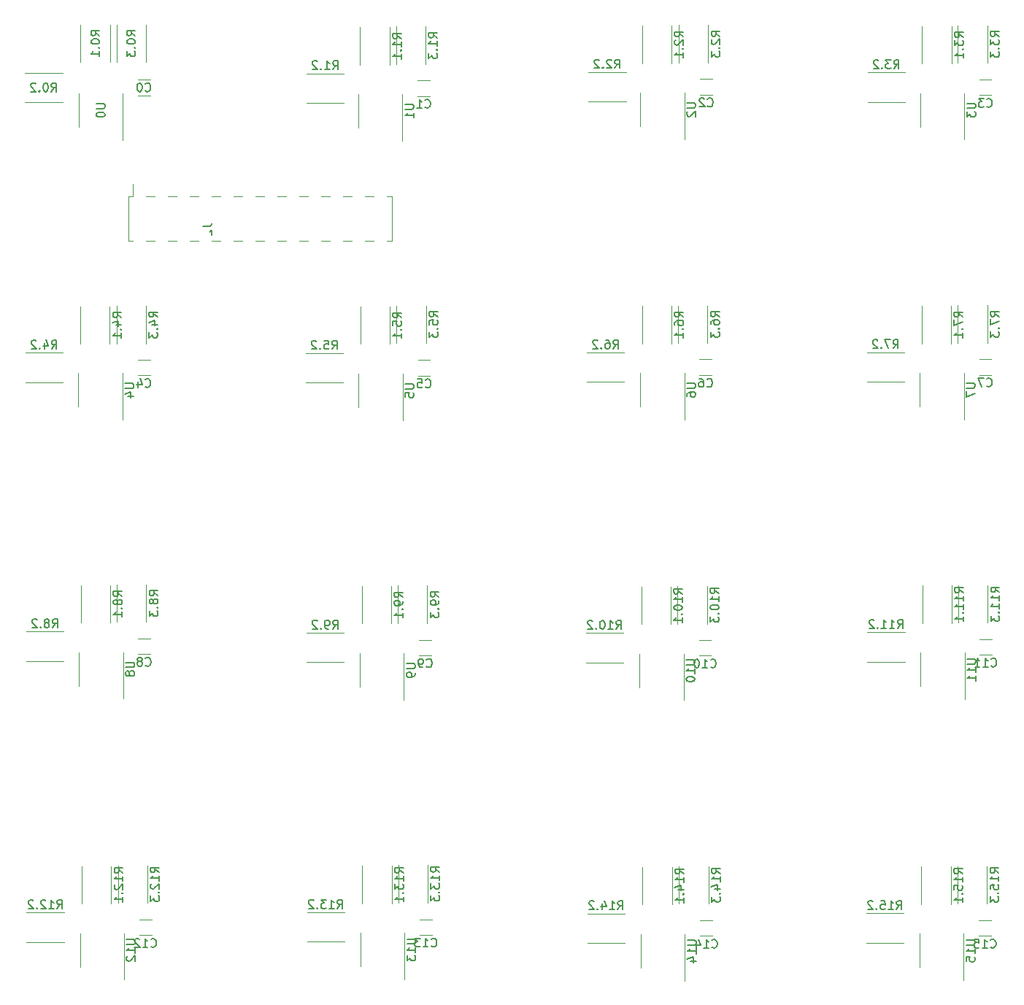
<source format=gbo>
G04 #@! TF.GenerationSoftware,KiCad,Pcbnew,5.1.10*
G04 #@! TF.CreationDate,2021-05-13T00:12:51+02:00*
G04 #@! TF.ProjectId,btn-matrix,62746e2d-6d61-4747-9269-782e6b696361,rev?*
G04 #@! TF.SameCoordinates,Original*
G04 #@! TF.FileFunction,Legend,Bot*
G04 #@! TF.FilePolarity,Positive*
%FSLAX46Y46*%
G04 Gerber Fmt 4.6, Leading zero omitted, Abs format (unit mm)*
G04 Created by KiCad (PCBNEW 5.1.10) date 2021-05-13 00:12:51*
%MOMM*%
%LPD*%
G01*
G04 APERTURE LIST*
%ADD10C,0.120000*%
%ADD11C,0.150000*%
%ADD12C,0.800000*%
%ADD13C,5.400000*%
%ADD14R,1.000000X3.150000*%
G04 APERTURE END LIST*
D10*
X72989780Y-56650780D02*
X74009780Y-56650780D01*
X72989780Y-51450780D02*
X74009780Y-51450780D01*
X70449780Y-56650780D02*
X71469780Y-56650780D01*
X70449780Y-51450780D02*
X71469780Y-51450780D01*
X67909780Y-56650780D02*
X68929780Y-56650780D01*
X67909780Y-51450780D02*
X68929780Y-51450780D01*
X65369780Y-56650780D02*
X66389780Y-56650780D01*
X65369780Y-51450780D02*
X66389780Y-51450780D01*
X62829780Y-56650780D02*
X63849780Y-56650780D01*
X62829780Y-51450780D02*
X63849780Y-51450780D01*
X60289780Y-56650780D02*
X61309780Y-56650780D01*
X60289780Y-51450780D02*
X61309780Y-51450780D01*
X57749780Y-56650780D02*
X58769780Y-56650780D01*
X57749780Y-51450780D02*
X58769780Y-51450780D01*
X55209780Y-56650780D02*
X56229780Y-56650780D01*
X55209780Y-51450780D02*
X56229780Y-51450780D01*
X52669780Y-56650780D02*
X53689780Y-56650780D01*
X52669780Y-51450780D02*
X53689780Y-51450780D01*
X50129780Y-56650780D02*
X51149780Y-56650780D01*
X50129780Y-51450780D02*
X51149780Y-51450780D01*
X47589780Y-56650780D02*
X48609780Y-56650780D01*
X47589780Y-51450780D02*
X48609780Y-51450780D01*
X75529780Y-56650780D02*
X76099780Y-56650780D01*
X75529780Y-51450780D02*
X76099780Y-51450780D01*
X45499780Y-56650780D02*
X46069780Y-56650780D01*
X45499780Y-51450780D02*
X46069780Y-51450780D01*
X46069780Y-50010780D02*
X46069780Y-51450780D01*
X76099780Y-51450780D02*
X76099780Y-56650780D01*
X45499780Y-51450780D02*
X45499780Y-56650780D01*
X46793528Y-137185780D02*
X48216032Y-137185780D01*
X46793528Y-135365780D02*
X48216032Y-135365780D01*
X46643528Y-102765780D02*
X48066032Y-102765780D01*
X46643528Y-104585780D02*
X48066032Y-104585780D01*
X46618528Y-72235780D02*
X48041032Y-72235780D01*
X46618528Y-70415780D02*
X48041032Y-70415780D01*
X46618528Y-39785780D02*
X48041032Y-39785780D01*
X46618528Y-37965780D02*
X48041032Y-37965780D01*
X79318528Y-135340780D02*
X80741032Y-135340780D01*
X79318528Y-137160780D02*
X80741032Y-137160780D01*
X79243528Y-104735780D02*
X80666032Y-104735780D01*
X79243528Y-102915780D02*
X80666032Y-102915780D01*
X79118528Y-70465780D02*
X80541032Y-70465780D01*
X79118528Y-72285780D02*
X80541032Y-72285780D01*
X79068528Y-39835780D02*
X80491032Y-39835780D01*
X79068528Y-38015780D02*
X80491032Y-38015780D01*
X111868528Y-137285780D02*
X113291032Y-137285780D01*
X111868528Y-135465780D02*
X113291032Y-135465780D01*
X111718528Y-102940780D02*
X113141032Y-102940780D01*
X111718528Y-104760780D02*
X113141032Y-104760780D01*
X111768528Y-70390780D02*
X113191032Y-70390780D01*
X111768528Y-72210780D02*
X113191032Y-72210780D01*
X111843528Y-39685780D02*
X113266032Y-39685780D01*
X111843528Y-37865780D02*
X113266032Y-37865780D01*
X144193528Y-137260780D02*
X145616032Y-137260780D01*
X144193528Y-135440780D02*
X145616032Y-135440780D01*
X144268528Y-102840780D02*
X145691032Y-102840780D01*
X144268528Y-104660780D02*
X145691032Y-104660780D01*
X144218528Y-70365780D02*
X145641032Y-70365780D01*
X144218528Y-72185780D02*
X145641032Y-72185780D01*
X144218528Y-37915780D02*
X145641032Y-37915780D01*
X144218528Y-39735780D02*
X145641032Y-39735780D01*
X40119780Y-133515344D02*
X40119780Y-129161216D01*
X43539780Y-133515344D02*
X43539780Y-129161216D01*
X38069344Y-134565780D02*
X33715216Y-134565780D01*
X38069344Y-137985780D02*
X33715216Y-137985780D01*
X40019780Y-100940344D02*
X40019780Y-96586216D01*
X43439780Y-100940344D02*
X43439780Y-96586216D01*
X38019344Y-101965780D02*
X33665216Y-101965780D01*
X38019344Y-105385780D02*
X33665216Y-105385780D01*
X39944780Y-68590344D02*
X39944780Y-64236216D01*
X43364780Y-68590344D02*
X43364780Y-64236216D01*
X37919344Y-69615780D02*
X33565216Y-69615780D01*
X37919344Y-73035780D02*
X33565216Y-73035780D01*
X43389780Y-35902844D02*
X43389780Y-31548716D01*
X39969780Y-35902844D02*
X39969780Y-31548716D01*
X37881844Y-40585780D02*
X33527716Y-40585780D01*
X37881844Y-37165780D02*
X33527716Y-37165780D01*
X47739780Y-133440344D02*
X47739780Y-129086216D01*
X44319780Y-133440344D02*
X44319780Y-129086216D01*
X44169780Y-100852844D02*
X44169780Y-96498716D01*
X47589780Y-100852844D02*
X47589780Y-96498716D01*
X47564780Y-68540344D02*
X47564780Y-64186216D01*
X44144780Y-68540344D02*
X44144780Y-64186216D01*
X44144780Y-35915344D02*
X44144780Y-31561216D01*
X47564780Y-35915344D02*
X47564780Y-31561216D01*
X76064780Y-133490344D02*
X76064780Y-129136216D01*
X72644780Y-133490344D02*
X72644780Y-129136216D01*
X70594344Y-137960780D02*
X66240216Y-137960780D01*
X70594344Y-134540780D02*
X66240216Y-134540780D01*
X76014780Y-101040344D02*
X76014780Y-96686216D01*
X72594780Y-101040344D02*
X72594780Y-96686216D01*
X70544344Y-105535780D02*
X66190216Y-105535780D01*
X70544344Y-102115780D02*
X66190216Y-102115780D01*
X72444780Y-68615344D02*
X72444780Y-64261216D01*
X75864780Y-68615344D02*
X75864780Y-64261216D01*
X70444344Y-69665780D02*
X66090216Y-69665780D01*
X70444344Y-73085780D02*
X66090216Y-73085780D01*
X75839780Y-36215344D02*
X75839780Y-31861216D01*
X72419780Y-36215344D02*
X72419780Y-31861216D01*
X70544344Y-40635780D02*
X66190216Y-40635780D01*
X70544344Y-37215780D02*
X66190216Y-37215780D01*
X80264780Y-133415344D02*
X80264780Y-129061216D01*
X76844780Y-133415344D02*
X76844780Y-129061216D01*
X80189780Y-100990344D02*
X80189780Y-96636216D01*
X76769780Y-100990344D02*
X76769780Y-96636216D01*
X80064780Y-68490344D02*
X80064780Y-64136216D01*
X76644780Y-68490344D02*
X76644780Y-64136216D01*
X76594780Y-36140344D02*
X76594780Y-31786216D01*
X80014780Y-36140344D02*
X80014780Y-31786216D01*
X105169780Y-133615344D02*
X105169780Y-129261216D01*
X108589780Y-133615344D02*
X108589780Y-129261216D01*
X103119344Y-134665780D02*
X98765216Y-134665780D01*
X103119344Y-138085780D02*
X98765216Y-138085780D01*
X105019780Y-101115344D02*
X105019780Y-96761216D01*
X108439780Y-101115344D02*
X108439780Y-96761216D01*
X102944344Y-102140780D02*
X98590216Y-102140780D01*
X102944344Y-105560780D02*
X98590216Y-105560780D01*
X108539780Y-68540344D02*
X108539780Y-64186216D01*
X105119780Y-68540344D02*
X105119780Y-64186216D01*
X103069344Y-73010780D02*
X98715216Y-73010780D01*
X103069344Y-69590780D02*
X98715216Y-69590780D01*
X108539780Y-36027844D02*
X108539780Y-31673716D01*
X105119780Y-36027844D02*
X105119780Y-31673716D01*
X103244344Y-40485780D02*
X98890216Y-40485780D01*
X103244344Y-37065780D02*
X98890216Y-37065780D01*
X112814780Y-133540344D02*
X112814780Y-129186216D01*
X109394780Y-133540344D02*
X109394780Y-129186216D01*
X112664780Y-101065344D02*
X112664780Y-96711216D01*
X109244780Y-101065344D02*
X109244780Y-96711216D01*
X109294780Y-68490344D02*
X109294780Y-64136216D01*
X112714780Y-68490344D02*
X112714780Y-64136216D01*
X109369780Y-35952844D02*
X109369780Y-31598716D01*
X112789780Y-35952844D02*
X112789780Y-31598716D01*
X140939780Y-133590344D02*
X140939780Y-129236216D01*
X137519780Y-133590344D02*
X137519780Y-129236216D01*
X135469344Y-138060780D02*
X131115216Y-138060780D01*
X135469344Y-134640780D02*
X131115216Y-134640780D01*
X137619780Y-100990344D02*
X137619780Y-96636216D01*
X141039780Y-100990344D02*
X141039780Y-96636216D01*
X135594344Y-105460780D02*
X131240216Y-105460780D01*
X135594344Y-102040780D02*
X131240216Y-102040780D01*
X140964780Y-68540344D02*
X140964780Y-64186216D01*
X137544780Y-68540344D02*
X137544780Y-64186216D01*
X135544344Y-69565780D02*
X131190216Y-69565780D01*
X135544344Y-72985780D02*
X131190216Y-72985780D01*
X141014780Y-36090344D02*
X141014780Y-31736216D01*
X137594780Y-36090344D02*
X137594780Y-31736216D01*
X135619344Y-40535780D02*
X131265216Y-40535780D01*
X135619344Y-37115780D02*
X131265216Y-37115780D01*
X141719780Y-133515344D02*
X141719780Y-129161216D01*
X145139780Y-133515344D02*
X145139780Y-129161216D01*
X141794780Y-100940344D02*
X141794780Y-96586216D01*
X145214780Y-100940344D02*
X145214780Y-96586216D01*
X141744780Y-68465344D02*
X141744780Y-64111216D01*
X145164780Y-68465344D02*
X145164780Y-64111216D01*
X145164780Y-35990344D02*
X145164780Y-31636216D01*
X141744780Y-35990344D02*
X141744780Y-31636216D01*
X45029780Y-138900780D02*
X45029780Y-142350780D01*
X45029780Y-138900780D02*
X45029780Y-136950780D01*
X39909780Y-138900780D02*
X39909780Y-140850780D01*
X39909780Y-138900780D02*
X39909780Y-136950780D01*
X44929780Y-106300780D02*
X44929780Y-109750780D01*
X44929780Y-106300780D02*
X44929780Y-104350780D01*
X39809780Y-106300780D02*
X39809780Y-108250780D01*
X39809780Y-106300780D02*
X39809780Y-104350780D01*
X39734780Y-73950780D02*
X39734780Y-72000780D01*
X39734780Y-73950780D02*
X39734780Y-75900780D01*
X44854780Y-73950780D02*
X44854780Y-72000780D01*
X44854780Y-73950780D02*
X44854780Y-77400780D01*
X39744780Y-41500780D02*
X39744780Y-39550780D01*
X39744780Y-41500780D02*
X39744780Y-43450780D01*
X44864780Y-41500780D02*
X44864780Y-39550780D01*
X44864780Y-41500780D02*
X44864780Y-44950780D01*
X72434780Y-138875780D02*
X72434780Y-136925780D01*
X72434780Y-138875780D02*
X72434780Y-140825780D01*
X77554780Y-138875780D02*
X77554780Y-136925780D01*
X77554780Y-138875780D02*
X77554780Y-142325780D01*
X72379780Y-106450780D02*
X72379780Y-104500780D01*
X72379780Y-106450780D02*
X72379780Y-108400780D01*
X77499780Y-106450780D02*
X77499780Y-104500780D01*
X77499780Y-106450780D02*
X77499780Y-109900780D01*
X72234780Y-74000780D02*
X72234780Y-72050780D01*
X72234780Y-74000780D02*
X72234780Y-75950780D01*
X77354780Y-74000780D02*
X77354780Y-72050780D01*
X77354780Y-74000780D02*
X77354780Y-77450780D01*
X77329780Y-41550780D02*
X77329780Y-45000780D01*
X77329780Y-41550780D02*
X77329780Y-39600780D01*
X72209780Y-41550780D02*
X72209780Y-43500780D01*
X72209780Y-41550780D02*
X72209780Y-39600780D01*
X104959780Y-139000780D02*
X104959780Y-137050780D01*
X104959780Y-139000780D02*
X104959780Y-140950780D01*
X110079780Y-139000780D02*
X110079780Y-137050780D01*
X110079780Y-139000780D02*
X110079780Y-142450780D01*
X109929780Y-106475780D02*
X109929780Y-109925780D01*
X109929780Y-106475780D02*
X109929780Y-104525780D01*
X104809780Y-106475780D02*
X104809780Y-108425780D01*
X104809780Y-106475780D02*
X104809780Y-104525780D01*
X104909780Y-73925780D02*
X104909780Y-71975780D01*
X104909780Y-73925780D02*
X104909780Y-75875780D01*
X110029780Y-73925780D02*
X110029780Y-71975780D01*
X110029780Y-73925780D02*
X110029780Y-77375780D01*
X110014780Y-41400780D02*
X110014780Y-44850780D01*
X110014780Y-41400780D02*
X110014780Y-39450780D01*
X104894780Y-41400780D02*
X104894780Y-43350780D01*
X104894780Y-41400780D02*
X104894780Y-39450780D01*
X137309780Y-138975780D02*
X137309780Y-137025780D01*
X137309780Y-138975780D02*
X137309780Y-140925780D01*
X142429780Y-138975780D02*
X142429780Y-137025780D01*
X142429780Y-138975780D02*
X142429780Y-142425780D01*
X142529780Y-106375780D02*
X142529780Y-109825780D01*
X142529780Y-106375780D02*
X142529780Y-104425780D01*
X137409780Y-106375780D02*
X137409780Y-108325780D01*
X137409780Y-106375780D02*
X137409780Y-104425780D01*
X142454780Y-73900780D02*
X142454780Y-77350780D01*
X142454780Y-73900780D02*
X142454780Y-71950780D01*
X137334780Y-73900780D02*
X137334780Y-75850780D01*
X137334780Y-73900780D02*
X137334780Y-71950780D01*
X142504780Y-41450780D02*
X142504780Y-44900780D01*
X142504780Y-41450780D02*
X142504780Y-39500780D01*
X137384780Y-41450780D02*
X137384780Y-43400780D01*
X137384780Y-41450780D02*
X137384780Y-39500780D01*
D11*
X54152160Y-54987446D02*
X54866446Y-54987446D01*
X55009303Y-54939827D01*
X55104541Y-54844589D01*
X55152160Y-54701732D01*
X55152160Y-54606494D01*
X54247399Y-55416018D02*
X54199780Y-55463637D01*
X54152160Y-55558875D01*
X54152160Y-55796970D01*
X54199780Y-55892208D01*
X54247399Y-55939827D01*
X54342637Y-55987446D01*
X54437875Y-55987446D01*
X54580732Y-55939827D01*
X55152160Y-55368399D01*
X55152160Y-55987446D01*
X48147637Y-138482922D02*
X48195256Y-138530541D01*
X48338113Y-138578160D01*
X48433351Y-138578160D01*
X48576208Y-138530541D01*
X48671446Y-138435303D01*
X48719065Y-138340065D01*
X48766684Y-138149589D01*
X48766684Y-138006732D01*
X48719065Y-137816256D01*
X48671446Y-137721018D01*
X48576208Y-137625780D01*
X48433351Y-137578160D01*
X48338113Y-137578160D01*
X48195256Y-137625780D01*
X48147637Y-137673399D01*
X47195256Y-138578160D02*
X47766684Y-138578160D01*
X47480970Y-138578160D02*
X47480970Y-137578160D01*
X47576208Y-137721018D01*
X47671446Y-137816256D01*
X47766684Y-137863875D01*
X46814303Y-137673399D02*
X46766684Y-137625780D01*
X46671446Y-137578160D01*
X46433351Y-137578160D01*
X46338113Y-137625780D01*
X46290494Y-137673399D01*
X46242875Y-137768637D01*
X46242875Y-137863875D01*
X46290494Y-138006732D01*
X46861922Y-138578160D01*
X46242875Y-138578160D01*
X47521446Y-105882922D02*
X47569065Y-105930541D01*
X47711922Y-105978160D01*
X47807160Y-105978160D01*
X47950018Y-105930541D01*
X48045256Y-105835303D01*
X48092875Y-105740065D01*
X48140494Y-105549589D01*
X48140494Y-105406732D01*
X48092875Y-105216256D01*
X48045256Y-105121018D01*
X47950018Y-105025780D01*
X47807160Y-104978160D01*
X47711922Y-104978160D01*
X47569065Y-105025780D01*
X47521446Y-105073399D01*
X46950018Y-105406732D02*
X47045256Y-105359113D01*
X47092875Y-105311494D01*
X47140494Y-105216256D01*
X47140494Y-105168637D01*
X47092875Y-105073399D01*
X47045256Y-105025780D01*
X46950018Y-104978160D01*
X46759541Y-104978160D01*
X46664303Y-105025780D01*
X46616684Y-105073399D01*
X46569065Y-105168637D01*
X46569065Y-105216256D01*
X46616684Y-105311494D01*
X46664303Y-105359113D01*
X46759541Y-105406732D01*
X46950018Y-105406732D01*
X47045256Y-105454351D01*
X47092875Y-105501970D01*
X47140494Y-105597208D01*
X47140494Y-105787684D01*
X47092875Y-105882922D01*
X47045256Y-105930541D01*
X46950018Y-105978160D01*
X46759541Y-105978160D01*
X46664303Y-105930541D01*
X46616684Y-105882922D01*
X46569065Y-105787684D01*
X46569065Y-105597208D01*
X46616684Y-105501970D01*
X46664303Y-105454351D01*
X46759541Y-105406732D01*
X47496446Y-73532922D02*
X47544065Y-73580541D01*
X47686922Y-73628160D01*
X47782160Y-73628160D01*
X47925018Y-73580541D01*
X48020256Y-73485303D01*
X48067875Y-73390065D01*
X48115494Y-73199589D01*
X48115494Y-73056732D01*
X48067875Y-72866256D01*
X48020256Y-72771018D01*
X47925018Y-72675780D01*
X47782160Y-72628160D01*
X47686922Y-72628160D01*
X47544065Y-72675780D01*
X47496446Y-72723399D01*
X46639303Y-72961494D02*
X46639303Y-73628160D01*
X46877399Y-72580541D02*
X47115494Y-73294827D01*
X46496446Y-73294827D01*
X47496446Y-39232922D02*
X47544065Y-39280541D01*
X47686922Y-39328160D01*
X47782160Y-39328160D01*
X47925018Y-39280541D01*
X48020256Y-39185303D01*
X48067875Y-39090065D01*
X48115494Y-38899589D01*
X48115494Y-38756732D01*
X48067875Y-38566256D01*
X48020256Y-38471018D01*
X47925018Y-38375780D01*
X47782160Y-38328160D01*
X47686922Y-38328160D01*
X47544065Y-38375780D01*
X47496446Y-38423399D01*
X46877399Y-38328160D02*
X46782160Y-38328160D01*
X46686922Y-38375780D01*
X46639303Y-38423399D01*
X46591684Y-38518637D01*
X46544065Y-38709113D01*
X46544065Y-38947208D01*
X46591684Y-39137684D01*
X46639303Y-39232922D01*
X46686922Y-39280541D01*
X46782160Y-39328160D01*
X46877399Y-39328160D01*
X46972637Y-39280541D01*
X47020256Y-39232922D01*
X47067875Y-39137684D01*
X47115494Y-38947208D01*
X47115494Y-38709113D01*
X47067875Y-38518637D01*
X47020256Y-38423399D01*
X46972637Y-38375780D01*
X46877399Y-38328160D01*
X80672637Y-138457922D02*
X80720256Y-138505541D01*
X80863113Y-138553160D01*
X80958351Y-138553160D01*
X81101208Y-138505541D01*
X81196446Y-138410303D01*
X81244065Y-138315065D01*
X81291684Y-138124589D01*
X81291684Y-137981732D01*
X81244065Y-137791256D01*
X81196446Y-137696018D01*
X81101208Y-137600780D01*
X80958351Y-137553160D01*
X80863113Y-137553160D01*
X80720256Y-137600780D01*
X80672637Y-137648399D01*
X79720256Y-138553160D02*
X80291684Y-138553160D01*
X80005970Y-138553160D02*
X80005970Y-137553160D01*
X80101208Y-137696018D01*
X80196446Y-137791256D01*
X80291684Y-137838875D01*
X79386922Y-137553160D02*
X78767875Y-137553160D01*
X79101208Y-137934113D01*
X78958351Y-137934113D01*
X78863113Y-137981732D01*
X78815494Y-138029351D01*
X78767875Y-138124589D01*
X78767875Y-138362684D01*
X78815494Y-138457922D01*
X78863113Y-138505541D01*
X78958351Y-138553160D01*
X79244065Y-138553160D01*
X79339303Y-138505541D01*
X79386922Y-138457922D01*
X80121446Y-106032922D02*
X80169065Y-106080541D01*
X80311922Y-106128160D01*
X80407160Y-106128160D01*
X80550018Y-106080541D01*
X80645256Y-105985303D01*
X80692875Y-105890065D01*
X80740494Y-105699589D01*
X80740494Y-105556732D01*
X80692875Y-105366256D01*
X80645256Y-105271018D01*
X80550018Y-105175780D01*
X80407160Y-105128160D01*
X80311922Y-105128160D01*
X80169065Y-105175780D01*
X80121446Y-105223399D01*
X79645256Y-106128160D02*
X79454780Y-106128160D01*
X79359541Y-106080541D01*
X79311922Y-106032922D01*
X79216684Y-105890065D01*
X79169065Y-105699589D01*
X79169065Y-105318637D01*
X79216684Y-105223399D01*
X79264303Y-105175780D01*
X79359541Y-105128160D01*
X79550018Y-105128160D01*
X79645256Y-105175780D01*
X79692875Y-105223399D01*
X79740494Y-105318637D01*
X79740494Y-105556732D01*
X79692875Y-105651970D01*
X79645256Y-105699589D01*
X79550018Y-105747208D01*
X79359541Y-105747208D01*
X79264303Y-105699589D01*
X79216684Y-105651970D01*
X79169065Y-105556732D01*
X79996446Y-73582922D02*
X80044065Y-73630541D01*
X80186922Y-73678160D01*
X80282160Y-73678160D01*
X80425018Y-73630541D01*
X80520256Y-73535303D01*
X80567875Y-73440065D01*
X80615494Y-73249589D01*
X80615494Y-73106732D01*
X80567875Y-72916256D01*
X80520256Y-72821018D01*
X80425018Y-72725780D01*
X80282160Y-72678160D01*
X80186922Y-72678160D01*
X80044065Y-72725780D01*
X79996446Y-72773399D01*
X79091684Y-72678160D02*
X79567875Y-72678160D01*
X79615494Y-73154351D01*
X79567875Y-73106732D01*
X79472637Y-73059113D01*
X79234541Y-73059113D01*
X79139303Y-73106732D01*
X79091684Y-73154351D01*
X79044065Y-73249589D01*
X79044065Y-73487684D01*
X79091684Y-73582922D01*
X79139303Y-73630541D01*
X79234541Y-73678160D01*
X79472637Y-73678160D01*
X79567875Y-73630541D01*
X79615494Y-73582922D01*
X79946446Y-41132922D02*
X79994065Y-41180541D01*
X80136922Y-41228160D01*
X80232160Y-41228160D01*
X80375018Y-41180541D01*
X80470256Y-41085303D01*
X80517875Y-40990065D01*
X80565494Y-40799589D01*
X80565494Y-40656732D01*
X80517875Y-40466256D01*
X80470256Y-40371018D01*
X80375018Y-40275780D01*
X80232160Y-40228160D01*
X80136922Y-40228160D01*
X79994065Y-40275780D01*
X79946446Y-40323399D01*
X78994065Y-41228160D02*
X79565494Y-41228160D01*
X79279780Y-41228160D02*
X79279780Y-40228160D01*
X79375018Y-40371018D01*
X79470256Y-40466256D01*
X79565494Y-40513875D01*
X113222637Y-138582922D02*
X113270256Y-138630541D01*
X113413113Y-138678160D01*
X113508351Y-138678160D01*
X113651208Y-138630541D01*
X113746446Y-138535303D01*
X113794065Y-138440065D01*
X113841684Y-138249589D01*
X113841684Y-138106732D01*
X113794065Y-137916256D01*
X113746446Y-137821018D01*
X113651208Y-137725780D01*
X113508351Y-137678160D01*
X113413113Y-137678160D01*
X113270256Y-137725780D01*
X113222637Y-137773399D01*
X112270256Y-138678160D02*
X112841684Y-138678160D01*
X112555970Y-138678160D02*
X112555970Y-137678160D01*
X112651208Y-137821018D01*
X112746446Y-137916256D01*
X112841684Y-137963875D01*
X111413113Y-138011494D02*
X111413113Y-138678160D01*
X111651208Y-137630541D02*
X111889303Y-138344827D01*
X111270256Y-138344827D01*
X113072637Y-106057922D02*
X113120256Y-106105541D01*
X113263113Y-106153160D01*
X113358351Y-106153160D01*
X113501208Y-106105541D01*
X113596446Y-106010303D01*
X113644065Y-105915065D01*
X113691684Y-105724589D01*
X113691684Y-105581732D01*
X113644065Y-105391256D01*
X113596446Y-105296018D01*
X113501208Y-105200780D01*
X113358351Y-105153160D01*
X113263113Y-105153160D01*
X113120256Y-105200780D01*
X113072637Y-105248399D01*
X112120256Y-106153160D02*
X112691684Y-106153160D01*
X112405970Y-106153160D02*
X112405970Y-105153160D01*
X112501208Y-105296018D01*
X112596446Y-105391256D01*
X112691684Y-105438875D01*
X111501208Y-105153160D02*
X111405970Y-105153160D01*
X111310732Y-105200780D01*
X111263113Y-105248399D01*
X111215494Y-105343637D01*
X111167875Y-105534113D01*
X111167875Y-105772208D01*
X111215494Y-105962684D01*
X111263113Y-106057922D01*
X111310732Y-106105541D01*
X111405970Y-106153160D01*
X111501208Y-106153160D01*
X111596446Y-106105541D01*
X111644065Y-106057922D01*
X111691684Y-105962684D01*
X111739303Y-105772208D01*
X111739303Y-105534113D01*
X111691684Y-105343637D01*
X111644065Y-105248399D01*
X111596446Y-105200780D01*
X111501208Y-105153160D01*
X112646446Y-73507922D02*
X112694065Y-73555541D01*
X112836922Y-73603160D01*
X112932160Y-73603160D01*
X113075018Y-73555541D01*
X113170256Y-73460303D01*
X113217875Y-73365065D01*
X113265494Y-73174589D01*
X113265494Y-73031732D01*
X113217875Y-72841256D01*
X113170256Y-72746018D01*
X113075018Y-72650780D01*
X112932160Y-72603160D01*
X112836922Y-72603160D01*
X112694065Y-72650780D01*
X112646446Y-72698399D01*
X111789303Y-72603160D02*
X111979780Y-72603160D01*
X112075018Y-72650780D01*
X112122637Y-72698399D01*
X112217875Y-72841256D01*
X112265494Y-73031732D01*
X112265494Y-73412684D01*
X112217875Y-73507922D01*
X112170256Y-73555541D01*
X112075018Y-73603160D01*
X111884541Y-73603160D01*
X111789303Y-73555541D01*
X111741684Y-73507922D01*
X111694065Y-73412684D01*
X111694065Y-73174589D01*
X111741684Y-73079351D01*
X111789303Y-73031732D01*
X111884541Y-72984113D01*
X112075018Y-72984113D01*
X112170256Y-73031732D01*
X112217875Y-73079351D01*
X112265494Y-73174589D01*
X112721446Y-40982922D02*
X112769065Y-41030541D01*
X112911922Y-41078160D01*
X113007160Y-41078160D01*
X113150018Y-41030541D01*
X113245256Y-40935303D01*
X113292875Y-40840065D01*
X113340494Y-40649589D01*
X113340494Y-40506732D01*
X113292875Y-40316256D01*
X113245256Y-40221018D01*
X113150018Y-40125780D01*
X113007160Y-40078160D01*
X112911922Y-40078160D01*
X112769065Y-40125780D01*
X112721446Y-40173399D01*
X112340494Y-40173399D02*
X112292875Y-40125780D01*
X112197637Y-40078160D01*
X111959541Y-40078160D01*
X111864303Y-40125780D01*
X111816684Y-40173399D01*
X111769065Y-40268637D01*
X111769065Y-40363875D01*
X111816684Y-40506732D01*
X112388113Y-41078160D01*
X111769065Y-41078160D01*
X145547637Y-138557922D02*
X145595256Y-138605541D01*
X145738113Y-138653160D01*
X145833351Y-138653160D01*
X145976208Y-138605541D01*
X146071446Y-138510303D01*
X146119065Y-138415065D01*
X146166684Y-138224589D01*
X146166684Y-138081732D01*
X146119065Y-137891256D01*
X146071446Y-137796018D01*
X145976208Y-137700780D01*
X145833351Y-137653160D01*
X145738113Y-137653160D01*
X145595256Y-137700780D01*
X145547637Y-137748399D01*
X144595256Y-138653160D02*
X145166684Y-138653160D01*
X144880970Y-138653160D02*
X144880970Y-137653160D01*
X144976208Y-137796018D01*
X145071446Y-137891256D01*
X145166684Y-137938875D01*
X143690494Y-137653160D02*
X144166684Y-137653160D01*
X144214303Y-138129351D01*
X144166684Y-138081732D01*
X144071446Y-138034113D01*
X143833351Y-138034113D01*
X143738113Y-138081732D01*
X143690494Y-138129351D01*
X143642875Y-138224589D01*
X143642875Y-138462684D01*
X143690494Y-138557922D01*
X143738113Y-138605541D01*
X143833351Y-138653160D01*
X144071446Y-138653160D01*
X144166684Y-138605541D01*
X144214303Y-138557922D01*
X145622637Y-105957922D02*
X145670256Y-106005541D01*
X145813113Y-106053160D01*
X145908351Y-106053160D01*
X146051208Y-106005541D01*
X146146446Y-105910303D01*
X146194065Y-105815065D01*
X146241684Y-105624589D01*
X146241684Y-105481732D01*
X146194065Y-105291256D01*
X146146446Y-105196018D01*
X146051208Y-105100780D01*
X145908351Y-105053160D01*
X145813113Y-105053160D01*
X145670256Y-105100780D01*
X145622637Y-105148399D01*
X144670256Y-106053160D02*
X145241684Y-106053160D01*
X144955970Y-106053160D02*
X144955970Y-105053160D01*
X145051208Y-105196018D01*
X145146446Y-105291256D01*
X145241684Y-105338875D01*
X143717875Y-106053160D02*
X144289303Y-106053160D01*
X144003589Y-106053160D02*
X144003589Y-105053160D01*
X144098827Y-105196018D01*
X144194065Y-105291256D01*
X144289303Y-105338875D01*
X145096446Y-73482922D02*
X145144065Y-73530541D01*
X145286922Y-73578160D01*
X145382160Y-73578160D01*
X145525018Y-73530541D01*
X145620256Y-73435303D01*
X145667875Y-73340065D01*
X145715494Y-73149589D01*
X145715494Y-73006732D01*
X145667875Y-72816256D01*
X145620256Y-72721018D01*
X145525018Y-72625780D01*
X145382160Y-72578160D01*
X145286922Y-72578160D01*
X145144065Y-72625780D01*
X145096446Y-72673399D01*
X144763113Y-72578160D02*
X144096446Y-72578160D01*
X144525018Y-73578160D01*
X145096446Y-41032922D02*
X145144065Y-41080541D01*
X145286922Y-41128160D01*
X145382160Y-41128160D01*
X145525018Y-41080541D01*
X145620256Y-40985303D01*
X145667875Y-40890065D01*
X145715494Y-40699589D01*
X145715494Y-40556732D01*
X145667875Y-40366256D01*
X145620256Y-40271018D01*
X145525018Y-40175780D01*
X145382160Y-40128160D01*
X145286922Y-40128160D01*
X145144065Y-40175780D01*
X145096446Y-40223399D01*
X144763113Y-40128160D02*
X144144065Y-40128160D01*
X144477399Y-40509113D01*
X144334541Y-40509113D01*
X144239303Y-40556732D01*
X144191684Y-40604351D01*
X144144065Y-40699589D01*
X144144065Y-40937684D01*
X144191684Y-41032922D01*
X144239303Y-41080541D01*
X144334541Y-41128160D01*
X144620256Y-41128160D01*
X144715494Y-41080541D01*
X144763113Y-41032922D01*
X44902160Y-129981137D02*
X44425970Y-129647803D01*
X44902160Y-129409708D02*
X43902160Y-129409708D01*
X43902160Y-129790660D01*
X43949780Y-129885899D01*
X43997399Y-129933518D01*
X44092637Y-129981137D01*
X44235494Y-129981137D01*
X44330732Y-129933518D01*
X44378351Y-129885899D01*
X44425970Y-129790660D01*
X44425970Y-129409708D01*
X44902160Y-130933518D02*
X44902160Y-130362089D01*
X44902160Y-130647803D02*
X43902160Y-130647803D01*
X44045018Y-130552565D01*
X44140256Y-130457327D01*
X44187875Y-130362089D01*
X43997399Y-131314470D02*
X43949780Y-131362089D01*
X43902160Y-131457327D01*
X43902160Y-131695422D01*
X43949780Y-131790660D01*
X43997399Y-131838280D01*
X44092637Y-131885899D01*
X44187875Y-131885899D01*
X44330732Y-131838280D01*
X44902160Y-131266851D01*
X44902160Y-131885899D01*
X44806922Y-132314470D02*
X44854541Y-132362089D01*
X44902160Y-132314470D01*
X44854541Y-132266851D01*
X44806922Y-132314470D01*
X44902160Y-132314470D01*
X44902160Y-133314470D02*
X44902160Y-132743041D01*
X44902160Y-133028756D02*
X43902160Y-133028756D01*
X44045018Y-132933518D01*
X44140256Y-132838280D01*
X44187875Y-132743041D01*
X37249422Y-134108160D02*
X37582756Y-133631970D01*
X37820851Y-134108160D02*
X37820851Y-133108160D01*
X37439899Y-133108160D01*
X37344660Y-133155780D01*
X37297041Y-133203399D01*
X37249422Y-133298637D01*
X37249422Y-133441494D01*
X37297041Y-133536732D01*
X37344660Y-133584351D01*
X37439899Y-133631970D01*
X37820851Y-133631970D01*
X36297041Y-134108160D02*
X36868470Y-134108160D01*
X36582756Y-134108160D02*
X36582756Y-133108160D01*
X36677994Y-133251018D01*
X36773232Y-133346256D01*
X36868470Y-133393875D01*
X35916089Y-133203399D02*
X35868470Y-133155780D01*
X35773232Y-133108160D01*
X35535137Y-133108160D01*
X35439899Y-133155780D01*
X35392280Y-133203399D01*
X35344660Y-133298637D01*
X35344660Y-133393875D01*
X35392280Y-133536732D01*
X35963708Y-134108160D01*
X35344660Y-134108160D01*
X34916089Y-134012922D02*
X34868470Y-134060541D01*
X34916089Y-134108160D01*
X34963708Y-134060541D01*
X34916089Y-134012922D01*
X34916089Y-134108160D01*
X34487518Y-133203399D02*
X34439899Y-133155780D01*
X34344660Y-133108160D01*
X34106565Y-133108160D01*
X34011327Y-133155780D01*
X33963708Y-133203399D01*
X33916089Y-133298637D01*
X33916089Y-133393875D01*
X33963708Y-133536732D01*
X34535137Y-134108160D01*
X33916089Y-134108160D01*
X44802160Y-97882327D02*
X44325970Y-97548994D01*
X44802160Y-97310899D02*
X43802160Y-97310899D01*
X43802160Y-97691851D01*
X43849780Y-97787089D01*
X43897399Y-97834708D01*
X43992637Y-97882327D01*
X44135494Y-97882327D01*
X44230732Y-97834708D01*
X44278351Y-97787089D01*
X44325970Y-97691851D01*
X44325970Y-97310899D01*
X44230732Y-98453756D02*
X44183113Y-98358518D01*
X44135494Y-98310899D01*
X44040256Y-98263280D01*
X43992637Y-98263280D01*
X43897399Y-98310899D01*
X43849780Y-98358518D01*
X43802160Y-98453756D01*
X43802160Y-98644232D01*
X43849780Y-98739470D01*
X43897399Y-98787089D01*
X43992637Y-98834708D01*
X44040256Y-98834708D01*
X44135494Y-98787089D01*
X44183113Y-98739470D01*
X44230732Y-98644232D01*
X44230732Y-98453756D01*
X44278351Y-98358518D01*
X44325970Y-98310899D01*
X44421208Y-98263280D01*
X44611684Y-98263280D01*
X44706922Y-98310899D01*
X44754541Y-98358518D01*
X44802160Y-98453756D01*
X44802160Y-98644232D01*
X44754541Y-98739470D01*
X44706922Y-98787089D01*
X44611684Y-98834708D01*
X44421208Y-98834708D01*
X44325970Y-98787089D01*
X44278351Y-98739470D01*
X44230732Y-98644232D01*
X44706922Y-99263280D02*
X44754541Y-99310899D01*
X44802160Y-99263280D01*
X44754541Y-99215660D01*
X44706922Y-99263280D01*
X44802160Y-99263280D01*
X44802160Y-100263280D02*
X44802160Y-99691851D01*
X44802160Y-99977565D02*
X43802160Y-99977565D01*
X43945018Y-99882327D01*
X44040256Y-99787089D01*
X44087875Y-99691851D01*
X36723232Y-101508160D02*
X37056565Y-101031970D01*
X37294660Y-101508160D02*
X37294660Y-100508160D01*
X36913708Y-100508160D01*
X36818470Y-100555780D01*
X36770851Y-100603399D01*
X36723232Y-100698637D01*
X36723232Y-100841494D01*
X36770851Y-100936732D01*
X36818470Y-100984351D01*
X36913708Y-101031970D01*
X37294660Y-101031970D01*
X36151803Y-100936732D02*
X36247041Y-100889113D01*
X36294660Y-100841494D01*
X36342280Y-100746256D01*
X36342280Y-100698637D01*
X36294660Y-100603399D01*
X36247041Y-100555780D01*
X36151803Y-100508160D01*
X35961327Y-100508160D01*
X35866089Y-100555780D01*
X35818470Y-100603399D01*
X35770851Y-100698637D01*
X35770851Y-100746256D01*
X35818470Y-100841494D01*
X35866089Y-100889113D01*
X35961327Y-100936732D01*
X36151803Y-100936732D01*
X36247041Y-100984351D01*
X36294660Y-101031970D01*
X36342280Y-101127208D01*
X36342280Y-101317684D01*
X36294660Y-101412922D01*
X36247041Y-101460541D01*
X36151803Y-101508160D01*
X35961327Y-101508160D01*
X35866089Y-101460541D01*
X35818470Y-101412922D01*
X35770851Y-101317684D01*
X35770851Y-101127208D01*
X35818470Y-101031970D01*
X35866089Y-100984351D01*
X35961327Y-100936732D01*
X35342279Y-101412922D02*
X35294660Y-101460541D01*
X35342279Y-101508160D01*
X35389899Y-101460541D01*
X35342279Y-101412922D01*
X35342279Y-101508160D01*
X34913708Y-100603399D02*
X34866089Y-100555780D01*
X34770851Y-100508160D01*
X34532756Y-100508160D01*
X34437518Y-100555780D01*
X34389899Y-100603399D01*
X34342279Y-100698637D01*
X34342279Y-100793875D01*
X34389899Y-100936732D01*
X34961327Y-101508160D01*
X34342279Y-101508160D01*
X44727160Y-65532327D02*
X44250970Y-65198994D01*
X44727160Y-64960899D02*
X43727160Y-64960899D01*
X43727160Y-65341851D01*
X43774780Y-65437089D01*
X43822399Y-65484708D01*
X43917637Y-65532327D01*
X44060494Y-65532327D01*
X44155732Y-65484708D01*
X44203351Y-65437089D01*
X44250970Y-65341851D01*
X44250970Y-64960899D01*
X44060494Y-66389470D02*
X44727160Y-66389470D01*
X43679541Y-66151375D02*
X44393827Y-65913280D01*
X44393827Y-66532327D01*
X44631922Y-66913280D02*
X44679541Y-66960899D01*
X44727160Y-66913280D01*
X44679541Y-66865660D01*
X44631922Y-66913280D01*
X44727160Y-66913280D01*
X44727160Y-67913280D02*
X44727160Y-67341851D01*
X44727160Y-67627565D02*
X43727160Y-67627565D01*
X43870018Y-67532327D01*
X43965256Y-67437089D01*
X44012875Y-67341851D01*
X36623232Y-69158160D02*
X36956565Y-68681970D01*
X37194660Y-69158160D02*
X37194660Y-68158160D01*
X36813708Y-68158160D01*
X36718470Y-68205780D01*
X36670851Y-68253399D01*
X36623232Y-68348637D01*
X36623232Y-68491494D01*
X36670851Y-68586732D01*
X36718470Y-68634351D01*
X36813708Y-68681970D01*
X37194660Y-68681970D01*
X35766089Y-68491494D02*
X35766089Y-69158160D01*
X36004184Y-68110541D02*
X36242280Y-68824827D01*
X35623232Y-68824827D01*
X35242279Y-69062922D02*
X35194660Y-69110541D01*
X35242279Y-69158160D01*
X35289899Y-69110541D01*
X35242279Y-69062922D01*
X35242279Y-69158160D01*
X34813708Y-68253399D02*
X34766089Y-68205780D01*
X34670851Y-68158160D01*
X34432756Y-68158160D01*
X34337518Y-68205780D01*
X34289899Y-68253399D01*
X34242279Y-68348637D01*
X34242279Y-68443875D01*
X34289899Y-68586732D01*
X34861327Y-69158160D01*
X34242279Y-69158160D01*
X42182160Y-32844827D02*
X41705970Y-32511494D01*
X42182160Y-32273399D02*
X41182160Y-32273399D01*
X41182160Y-32654351D01*
X41229780Y-32749589D01*
X41277399Y-32797208D01*
X41372637Y-32844827D01*
X41515494Y-32844827D01*
X41610732Y-32797208D01*
X41658351Y-32749589D01*
X41705970Y-32654351D01*
X41705970Y-32273399D01*
X41182160Y-33463875D02*
X41182160Y-33559113D01*
X41229780Y-33654351D01*
X41277399Y-33701970D01*
X41372637Y-33749589D01*
X41563113Y-33797208D01*
X41801208Y-33797208D01*
X41991684Y-33749589D01*
X42086922Y-33701970D01*
X42134541Y-33654351D01*
X42182160Y-33559113D01*
X42182160Y-33463875D01*
X42134541Y-33368637D01*
X42086922Y-33321018D01*
X41991684Y-33273399D01*
X41801208Y-33225780D01*
X41563113Y-33225780D01*
X41372637Y-33273399D01*
X41277399Y-33321018D01*
X41229780Y-33368637D01*
X41182160Y-33463875D01*
X42086922Y-34225780D02*
X42134541Y-34273399D01*
X42182160Y-34225780D01*
X42134541Y-34178160D01*
X42086922Y-34225780D01*
X42182160Y-34225780D01*
X42182160Y-35225780D02*
X42182160Y-34654351D01*
X42182160Y-34940065D02*
X41182160Y-34940065D01*
X41325018Y-34844827D01*
X41420256Y-34749589D01*
X41467875Y-34654351D01*
X36585732Y-39328160D02*
X36919065Y-38851970D01*
X37157160Y-39328160D02*
X37157160Y-38328160D01*
X36776208Y-38328160D01*
X36680970Y-38375780D01*
X36633351Y-38423399D01*
X36585732Y-38518637D01*
X36585732Y-38661494D01*
X36633351Y-38756732D01*
X36680970Y-38804351D01*
X36776208Y-38851970D01*
X37157160Y-38851970D01*
X35966684Y-38328160D02*
X35871446Y-38328160D01*
X35776208Y-38375780D01*
X35728589Y-38423399D01*
X35680970Y-38518637D01*
X35633351Y-38709113D01*
X35633351Y-38947208D01*
X35680970Y-39137684D01*
X35728589Y-39232922D01*
X35776208Y-39280541D01*
X35871446Y-39328160D01*
X35966684Y-39328160D01*
X36061922Y-39280541D01*
X36109541Y-39232922D01*
X36157160Y-39137684D01*
X36204780Y-38947208D01*
X36204780Y-38709113D01*
X36157160Y-38518637D01*
X36109541Y-38423399D01*
X36061922Y-38375780D01*
X35966684Y-38328160D01*
X35204779Y-39232922D02*
X35157160Y-39280541D01*
X35204779Y-39328160D01*
X35252399Y-39280541D01*
X35204779Y-39232922D01*
X35204779Y-39328160D01*
X34776208Y-38423399D02*
X34728589Y-38375780D01*
X34633351Y-38328160D01*
X34395256Y-38328160D01*
X34300018Y-38375780D01*
X34252399Y-38423399D01*
X34204779Y-38518637D01*
X34204779Y-38613875D01*
X34252399Y-38756732D01*
X34823827Y-39328160D01*
X34204779Y-39328160D01*
X49102160Y-129906137D02*
X48625970Y-129572803D01*
X49102160Y-129334708D02*
X48102160Y-129334708D01*
X48102160Y-129715660D01*
X48149780Y-129810899D01*
X48197399Y-129858518D01*
X48292637Y-129906137D01*
X48435494Y-129906137D01*
X48530732Y-129858518D01*
X48578351Y-129810899D01*
X48625970Y-129715660D01*
X48625970Y-129334708D01*
X49102160Y-130858518D02*
X49102160Y-130287089D01*
X49102160Y-130572803D02*
X48102160Y-130572803D01*
X48245018Y-130477565D01*
X48340256Y-130382327D01*
X48387875Y-130287089D01*
X48197399Y-131239470D02*
X48149780Y-131287089D01*
X48102160Y-131382327D01*
X48102160Y-131620422D01*
X48149780Y-131715660D01*
X48197399Y-131763280D01*
X48292637Y-131810899D01*
X48387875Y-131810899D01*
X48530732Y-131763280D01*
X49102160Y-131191851D01*
X49102160Y-131810899D01*
X49006922Y-132239470D02*
X49054541Y-132287089D01*
X49102160Y-132239470D01*
X49054541Y-132191851D01*
X49006922Y-132239470D01*
X49102160Y-132239470D01*
X48102160Y-132620422D02*
X48102160Y-133239470D01*
X48483113Y-132906137D01*
X48483113Y-133048994D01*
X48530732Y-133144232D01*
X48578351Y-133191851D01*
X48673589Y-133239470D01*
X48911684Y-133239470D01*
X49006922Y-133191851D01*
X49054541Y-133144232D01*
X49102160Y-133048994D01*
X49102160Y-132763280D01*
X49054541Y-132668041D01*
X49006922Y-132620422D01*
X48952160Y-97794827D02*
X48475970Y-97461494D01*
X48952160Y-97223399D02*
X47952160Y-97223399D01*
X47952160Y-97604351D01*
X47999780Y-97699589D01*
X48047399Y-97747208D01*
X48142637Y-97794827D01*
X48285494Y-97794827D01*
X48380732Y-97747208D01*
X48428351Y-97699589D01*
X48475970Y-97604351D01*
X48475970Y-97223399D01*
X48380732Y-98366256D02*
X48333113Y-98271018D01*
X48285494Y-98223399D01*
X48190256Y-98175780D01*
X48142637Y-98175780D01*
X48047399Y-98223399D01*
X47999780Y-98271018D01*
X47952160Y-98366256D01*
X47952160Y-98556732D01*
X47999780Y-98651970D01*
X48047399Y-98699589D01*
X48142637Y-98747208D01*
X48190256Y-98747208D01*
X48285494Y-98699589D01*
X48333113Y-98651970D01*
X48380732Y-98556732D01*
X48380732Y-98366256D01*
X48428351Y-98271018D01*
X48475970Y-98223399D01*
X48571208Y-98175780D01*
X48761684Y-98175780D01*
X48856922Y-98223399D01*
X48904541Y-98271018D01*
X48952160Y-98366256D01*
X48952160Y-98556732D01*
X48904541Y-98651970D01*
X48856922Y-98699589D01*
X48761684Y-98747208D01*
X48571208Y-98747208D01*
X48475970Y-98699589D01*
X48428351Y-98651970D01*
X48380732Y-98556732D01*
X48856922Y-99175780D02*
X48904541Y-99223399D01*
X48952160Y-99175780D01*
X48904541Y-99128160D01*
X48856922Y-99175780D01*
X48952160Y-99175780D01*
X47952160Y-99556732D02*
X47952160Y-100175780D01*
X48333113Y-99842446D01*
X48333113Y-99985303D01*
X48380732Y-100080541D01*
X48428351Y-100128160D01*
X48523589Y-100175780D01*
X48761684Y-100175780D01*
X48856922Y-100128160D01*
X48904541Y-100080541D01*
X48952160Y-99985303D01*
X48952160Y-99699589D01*
X48904541Y-99604351D01*
X48856922Y-99556732D01*
X48927160Y-65482327D02*
X48450970Y-65148994D01*
X48927160Y-64910899D02*
X47927160Y-64910899D01*
X47927160Y-65291851D01*
X47974780Y-65387089D01*
X48022399Y-65434708D01*
X48117637Y-65482327D01*
X48260494Y-65482327D01*
X48355732Y-65434708D01*
X48403351Y-65387089D01*
X48450970Y-65291851D01*
X48450970Y-64910899D01*
X48260494Y-66339470D02*
X48927160Y-66339470D01*
X47879541Y-66101375D02*
X48593827Y-65863280D01*
X48593827Y-66482327D01*
X48831922Y-66863280D02*
X48879541Y-66910899D01*
X48927160Y-66863280D01*
X48879541Y-66815660D01*
X48831922Y-66863280D01*
X48927160Y-66863280D01*
X47927160Y-67244232D02*
X47927160Y-67863280D01*
X48308113Y-67529946D01*
X48308113Y-67672803D01*
X48355732Y-67768041D01*
X48403351Y-67815660D01*
X48498589Y-67863280D01*
X48736684Y-67863280D01*
X48831922Y-67815660D01*
X48879541Y-67768041D01*
X48927160Y-67672803D01*
X48927160Y-67387089D01*
X48879541Y-67291851D01*
X48831922Y-67244232D01*
X46332160Y-32844827D02*
X45855970Y-32511494D01*
X46332160Y-32273399D02*
X45332160Y-32273399D01*
X45332160Y-32654351D01*
X45379780Y-32749589D01*
X45427399Y-32797208D01*
X45522637Y-32844827D01*
X45665494Y-32844827D01*
X45760732Y-32797208D01*
X45808351Y-32749589D01*
X45855970Y-32654351D01*
X45855970Y-32273399D01*
X45332160Y-33463875D02*
X45332160Y-33559113D01*
X45379780Y-33654351D01*
X45427399Y-33701970D01*
X45522637Y-33749589D01*
X45713113Y-33797208D01*
X45951208Y-33797208D01*
X46141684Y-33749589D01*
X46236922Y-33701970D01*
X46284541Y-33654351D01*
X46332160Y-33559113D01*
X46332160Y-33463875D01*
X46284541Y-33368637D01*
X46236922Y-33321018D01*
X46141684Y-33273399D01*
X45951208Y-33225780D01*
X45713113Y-33225780D01*
X45522637Y-33273399D01*
X45427399Y-33321018D01*
X45379780Y-33368637D01*
X45332160Y-33463875D01*
X46236922Y-34225780D02*
X46284541Y-34273399D01*
X46332160Y-34225780D01*
X46284541Y-34178160D01*
X46236922Y-34225780D01*
X46332160Y-34225780D01*
X45332160Y-34606732D02*
X45332160Y-35225780D01*
X45713113Y-34892446D01*
X45713113Y-35035303D01*
X45760732Y-35130541D01*
X45808351Y-35178160D01*
X45903589Y-35225780D01*
X46141684Y-35225780D01*
X46236922Y-35178160D01*
X46284541Y-35130541D01*
X46332160Y-35035303D01*
X46332160Y-34749589D01*
X46284541Y-34654351D01*
X46236922Y-34606732D01*
X77427160Y-129956137D02*
X76950970Y-129622803D01*
X77427160Y-129384708D02*
X76427160Y-129384708D01*
X76427160Y-129765660D01*
X76474780Y-129860899D01*
X76522399Y-129908518D01*
X76617637Y-129956137D01*
X76760494Y-129956137D01*
X76855732Y-129908518D01*
X76903351Y-129860899D01*
X76950970Y-129765660D01*
X76950970Y-129384708D01*
X77427160Y-130908518D02*
X77427160Y-130337089D01*
X77427160Y-130622803D02*
X76427160Y-130622803D01*
X76570018Y-130527565D01*
X76665256Y-130432327D01*
X76712875Y-130337089D01*
X76427160Y-131241851D02*
X76427160Y-131860899D01*
X76808113Y-131527565D01*
X76808113Y-131670422D01*
X76855732Y-131765660D01*
X76903351Y-131813280D01*
X76998589Y-131860899D01*
X77236684Y-131860899D01*
X77331922Y-131813280D01*
X77379541Y-131765660D01*
X77427160Y-131670422D01*
X77427160Y-131384708D01*
X77379541Y-131289470D01*
X77331922Y-131241851D01*
X77331922Y-132289470D02*
X77379541Y-132337089D01*
X77427160Y-132289470D01*
X77379541Y-132241851D01*
X77331922Y-132289470D01*
X77427160Y-132289470D01*
X77427160Y-133289470D02*
X77427160Y-132718041D01*
X77427160Y-133003756D02*
X76427160Y-133003756D01*
X76570018Y-132908518D01*
X76665256Y-132813280D01*
X76712875Y-132718041D01*
X69774422Y-134083160D02*
X70107756Y-133606970D01*
X70345851Y-134083160D02*
X70345851Y-133083160D01*
X69964899Y-133083160D01*
X69869660Y-133130780D01*
X69822041Y-133178399D01*
X69774422Y-133273637D01*
X69774422Y-133416494D01*
X69822041Y-133511732D01*
X69869660Y-133559351D01*
X69964899Y-133606970D01*
X70345851Y-133606970D01*
X68822041Y-134083160D02*
X69393470Y-134083160D01*
X69107756Y-134083160D02*
X69107756Y-133083160D01*
X69202994Y-133226018D01*
X69298232Y-133321256D01*
X69393470Y-133368875D01*
X68488708Y-133083160D02*
X67869660Y-133083160D01*
X68202994Y-133464113D01*
X68060137Y-133464113D01*
X67964899Y-133511732D01*
X67917280Y-133559351D01*
X67869660Y-133654589D01*
X67869660Y-133892684D01*
X67917280Y-133987922D01*
X67964899Y-134035541D01*
X68060137Y-134083160D01*
X68345851Y-134083160D01*
X68441089Y-134035541D01*
X68488708Y-133987922D01*
X67441089Y-133987922D02*
X67393470Y-134035541D01*
X67441089Y-134083160D01*
X67488708Y-134035541D01*
X67441089Y-133987922D01*
X67441089Y-134083160D01*
X67012518Y-133178399D02*
X66964899Y-133130780D01*
X66869660Y-133083160D01*
X66631565Y-133083160D01*
X66536327Y-133130780D01*
X66488708Y-133178399D01*
X66441089Y-133273637D01*
X66441089Y-133368875D01*
X66488708Y-133511732D01*
X67060137Y-134083160D01*
X66441089Y-134083160D01*
X77377160Y-97982327D02*
X76900970Y-97648994D01*
X77377160Y-97410899D02*
X76377160Y-97410899D01*
X76377160Y-97791851D01*
X76424780Y-97887089D01*
X76472399Y-97934708D01*
X76567637Y-97982327D01*
X76710494Y-97982327D01*
X76805732Y-97934708D01*
X76853351Y-97887089D01*
X76900970Y-97791851D01*
X76900970Y-97410899D01*
X77377160Y-98458518D02*
X77377160Y-98648994D01*
X77329541Y-98744232D01*
X77281922Y-98791851D01*
X77139065Y-98887089D01*
X76948589Y-98934708D01*
X76567637Y-98934708D01*
X76472399Y-98887089D01*
X76424780Y-98839470D01*
X76377160Y-98744232D01*
X76377160Y-98553756D01*
X76424780Y-98458518D01*
X76472399Y-98410899D01*
X76567637Y-98363280D01*
X76805732Y-98363280D01*
X76900970Y-98410899D01*
X76948589Y-98458518D01*
X76996208Y-98553756D01*
X76996208Y-98744232D01*
X76948589Y-98839470D01*
X76900970Y-98887089D01*
X76805732Y-98934708D01*
X77281922Y-99363280D02*
X77329541Y-99410899D01*
X77377160Y-99363280D01*
X77329541Y-99315660D01*
X77281922Y-99363280D01*
X77377160Y-99363280D01*
X77377160Y-100363280D02*
X77377160Y-99791851D01*
X77377160Y-100077565D02*
X76377160Y-100077565D01*
X76520018Y-99982327D01*
X76615256Y-99887089D01*
X76662875Y-99791851D01*
X69248232Y-101658160D02*
X69581565Y-101181970D01*
X69819660Y-101658160D02*
X69819660Y-100658160D01*
X69438708Y-100658160D01*
X69343470Y-100705780D01*
X69295851Y-100753399D01*
X69248232Y-100848637D01*
X69248232Y-100991494D01*
X69295851Y-101086732D01*
X69343470Y-101134351D01*
X69438708Y-101181970D01*
X69819660Y-101181970D01*
X68772041Y-101658160D02*
X68581565Y-101658160D01*
X68486327Y-101610541D01*
X68438708Y-101562922D01*
X68343470Y-101420065D01*
X68295851Y-101229589D01*
X68295851Y-100848637D01*
X68343470Y-100753399D01*
X68391089Y-100705780D01*
X68486327Y-100658160D01*
X68676803Y-100658160D01*
X68772041Y-100705780D01*
X68819660Y-100753399D01*
X68867280Y-100848637D01*
X68867280Y-101086732D01*
X68819660Y-101181970D01*
X68772041Y-101229589D01*
X68676803Y-101277208D01*
X68486327Y-101277208D01*
X68391089Y-101229589D01*
X68343470Y-101181970D01*
X68295851Y-101086732D01*
X67867280Y-101562922D02*
X67819660Y-101610541D01*
X67867280Y-101658160D01*
X67914899Y-101610541D01*
X67867280Y-101562922D01*
X67867280Y-101658160D01*
X67438708Y-100753399D02*
X67391089Y-100705780D01*
X67295851Y-100658160D01*
X67057756Y-100658160D01*
X66962518Y-100705780D01*
X66914899Y-100753399D01*
X66867279Y-100848637D01*
X66867279Y-100943875D01*
X66914899Y-101086732D01*
X67486327Y-101658160D01*
X66867279Y-101658160D01*
X77227160Y-65557327D02*
X76750970Y-65223994D01*
X77227160Y-64985899D02*
X76227160Y-64985899D01*
X76227160Y-65366851D01*
X76274780Y-65462089D01*
X76322399Y-65509708D01*
X76417637Y-65557327D01*
X76560494Y-65557327D01*
X76655732Y-65509708D01*
X76703351Y-65462089D01*
X76750970Y-65366851D01*
X76750970Y-64985899D01*
X76227160Y-66462089D02*
X76227160Y-65985899D01*
X76703351Y-65938280D01*
X76655732Y-65985899D01*
X76608113Y-66081137D01*
X76608113Y-66319232D01*
X76655732Y-66414470D01*
X76703351Y-66462089D01*
X76798589Y-66509708D01*
X77036684Y-66509708D01*
X77131922Y-66462089D01*
X77179541Y-66414470D01*
X77227160Y-66319232D01*
X77227160Y-66081137D01*
X77179541Y-65985899D01*
X77131922Y-65938280D01*
X77131922Y-66938280D02*
X77179541Y-66985899D01*
X77227160Y-66938280D01*
X77179541Y-66890660D01*
X77131922Y-66938280D01*
X77227160Y-66938280D01*
X77227160Y-67938280D02*
X77227160Y-67366851D01*
X77227160Y-67652565D02*
X76227160Y-67652565D01*
X76370018Y-67557327D01*
X76465256Y-67462089D01*
X76512875Y-67366851D01*
X69148232Y-69208160D02*
X69481565Y-68731970D01*
X69719660Y-69208160D02*
X69719660Y-68208160D01*
X69338708Y-68208160D01*
X69243470Y-68255780D01*
X69195851Y-68303399D01*
X69148232Y-68398637D01*
X69148232Y-68541494D01*
X69195851Y-68636732D01*
X69243470Y-68684351D01*
X69338708Y-68731970D01*
X69719660Y-68731970D01*
X68243470Y-68208160D02*
X68719660Y-68208160D01*
X68767280Y-68684351D01*
X68719660Y-68636732D01*
X68624422Y-68589113D01*
X68386327Y-68589113D01*
X68291089Y-68636732D01*
X68243470Y-68684351D01*
X68195851Y-68779589D01*
X68195851Y-69017684D01*
X68243470Y-69112922D01*
X68291089Y-69160541D01*
X68386327Y-69208160D01*
X68624422Y-69208160D01*
X68719660Y-69160541D01*
X68767280Y-69112922D01*
X67767280Y-69112922D02*
X67719660Y-69160541D01*
X67767280Y-69208160D01*
X67814899Y-69160541D01*
X67767280Y-69112922D01*
X67767280Y-69208160D01*
X67338708Y-68303399D02*
X67291089Y-68255780D01*
X67195851Y-68208160D01*
X66957756Y-68208160D01*
X66862518Y-68255780D01*
X66814899Y-68303399D01*
X66767279Y-68398637D01*
X66767279Y-68493875D01*
X66814899Y-68636732D01*
X67386327Y-69208160D01*
X66767279Y-69208160D01*
X77202160Y-33157327D02*
X76725970Y-32823994D01*
X77202160Y-32585899D02*
X76202160Y-32585899D01*
X76202160Y-32966851D01*
X76249780Y-33062089D01*
X76297399Y-33109708D01*
X76392637Y-33157327D01*
X76535494Y-33157327D01*
X76630732Y-33109708D01*
X76678351Y-33062089D01*
X76725970Y-32966851D01*
X76725970Y-32585899D01*
X77202160Y-34109708D02*
X77202160Y-33538280D01*
X77202160Y-33823994D02*
X76202160Y-33823994D01*
X76345018Y-33728756D01*
X76440256Y-33633518D01*
X76487875Y-33538280D01*
X77106922Y-34538280D02*
X77154541Y-34585899D01*
X77202160Y-34538280D01*
X77154541Y-34490660D01*
X77106922Y-34538280D01*
X77202160Y-34538280D01*
X77202160Y-35538280D02*
X77202160Y-34966851D01*
X77202160Y-35252565D02*
X76202160Y-35252565D01*
X76345018Y-35157327D01*
X76440256Y-35062089D01*
X76487875Y-34966851D01*
X69248232Y-36758160D02*
X69581565Y-36281970D01*
X69819660Y-36758160D02*
X69819660Y-35758160D01*
X69438708Y-35758160D01*
X69343470Y-35805780D01*
X69295851Y-35853399D01*
X69248232Y-35948637D01*
X69248232Y-36091494D01*
X69295851Y-36186732D01*
X69343470Y-36234351D01*
X69438708Y-36281970D01*
X69819660Y-36281970D01*
X68295851Y-36758160D02*
X68867280Y-36758160D01*
X68581565Y-36758160D02*
X68581565Y-35758160D01*
X68676803Y-35901018D01*
X68772041Y-35996256D01*
X68867280Y-36043875D01*
X67867280Y-36662922D02*
X67819660Y-36710541D01*
X67867280Y-36758160D01*
X67914899Y-36710541D01*
X67867280Y-36662922D01*
X67867280Y-36758160D01*
X67438708Y-35853399D02*
X67391089Y-35805780D01*
X67295851Y-35758160D01*
X67057756Y-35758160D01*
X66962518Y-35805780D01*
X66914899Y-35853399D01*
X66867279Y-35948637D01*
X66867279Y-36043875D01*
X66914899Y-36186732D01*
X67486327Y-36758160D01*
X66867279Y-36758160D01*
X81627160Y-129881137D02*
X81150970Y-129547803D01*
X81627160Y-129309708D02*
X80627160Y-129309708D01*
X80627160Y-129690660D01*
X80674780Y-129785899D01*
X80722399Y-129833518D01*
X80817637Y-129881137D01*
X80960494Y-129881137D01*
X81055732Y-129833518D01*
X81103351Y-129785899D01*
X81150970Y-129690660D01*
X81150970Y-129309708D01*
X81627160Y-130833518D02*
X81627160Y-130262089D01*
X81627160Y-130547803D02*
X80627160Y-130547803D01*
X80770018Y-130452565D01*
X80865256Y-130357327D01*
X80912875Y-130262089D01*
X80627160Y-131166851D02*
X80627160Y-131785899D01*
X81008113Y-131452565D01*
X81008113Y-131595422D01*
X81055732Y-131690660D01*
X81103351Y-131738280D01*
X81198589Y-131785899D01*
X81436684Y-131785899D01*
X81531922Y-131738280D01*
X81579541Y-131690660D01*
X81627160Y-131595422D01*
X81627160Y-131309708D01*
X81579541Y-131214470D01*
X81531922Y-131166851D01*
X81531922Y-132214470D02*
X81579541Y-132262089D01*
X81627160Y-132214470D01*
X81579541Y-132166851D01*
X81531922Y-132214470D01*
X81627160Y-132214470D01*
X80627160Y-132595422D02*
X80627160Y-133214470D01*
X81008113Y-132881137D01*
X81008113Y-133023994D01*
X81055732Y-133119232D01*
X81103351Y-133166851D01*
X81198589Y-133214470D01*
X81436684Y-133214470D01*
X81531922Y-133166851D01*
X81579541Y-133119232D01*
X81627160Y-133023994D01*
X81627160Y-132738280D01*
X81579541Y-132643041D01*
X81531922Y-132595422D01*
X81552160Y-97932327D02*
X81075970Y-97598994D01*
X81552160Y-97360899D02*
X80552160Y-97360899D01*
X80552160Y-97741851D01*
X80599780Y-97837089D01*
X80647399Y-97884708D01*
X80742637Y-97932327D01*
X80885494Y-97932327D01*
X80980732Y-97884708D01*
X81028351Y-97837089D01*
X81075970Y-97741851D01*
X81075970Y-97360899D01*
X81552160Y-98408518D02*
X81552160Y-98598994D01*
X81504541Y-98694232D01*
X81456922Y-98741851D01*
X81314065Y-98837089D01*
X81123589Y-98884708D01*
X80742637Y-98884708D01*
X80647399Y-98837089D01*
X80599780Y-98789470D01*
X80552160Y-98694232D01*
X80552160Y-98503756D01*
X80599780Y-98408518D01*
X80647399Y-98360899D01*
X80742637Y-98313280D01*
X80980732Y-98313280D01*
X81075970Y-98360899D01*
X81123589Y-98408518D01*
X81171208Y-98503756D01*
X81171208Y-98694232D01*
X81123589Y-98789470D01*
X81075970Y-98837089D01*
X80980732Y-98884708D01*
X81456922Y-99313280D02*
X81504541Y-99360899D01*
X81552160Y-99313280D01*
X81504541Y-99265660D01*
X81456922Y-99313280D01*
X81552160Y-99313280D01*
X80552160Y-99694232D02*
X80552160Y-100313280D01*
X80933113Y-99979946D01*
X80933113Y-100122803D01*
X80980732Y-100218041D01*
X81028351Y-100265660D01*
X81123589Y-100313280D01*
X81361684Y-100313280D01*
X81456922Y-100265660D01*
X81504541Y-100218041D01*
X81552160Y-100122803D01*
X81552160Y-99837089D01*
X81504541Y-99741851D01*
X81456922Y-99694232D01*
X81427160Y-65432327D02*
X80950970Y-65098994D01*
X81427160Y-64860899D02*
X80427160Y-64860899D01*
X80427160Y-65241851D01*
X80474780Y-65337089D01*
X80522399Y-65384708D01*
X80617637Y-65432327D01*
X80760494Y-65432327D01*
X80855732Y-65384708D01*
X80903351Y-65337089D01*
X80950970Y-65241851D01*
X80950970Y-64860899D01*
X80427160Y-66337089D02*
X80427160Y-65860899D01*
X80903351Y-65813280D01*
X80855732Y-65860899D01*
X80808113Y-65956137D01*
X80808113Y-66194232D01*
X80855732Y-66289470D01*
X80903351Y-66337089D01*
X80998589Y-66384708D01*
X81236684Y-66384708D01*
X81331922Y-66337089D01*
X81379541Y-66289470D01*
X81427160Y-66194232D01*
X81427160Y-65956137D01*
X81379541Y-65860899D01*
X81331922Y-65813280D01*
X81331922Y-66813280D02*
X81379541Y-66860899D01*
X81427160Y-66813280D01*
X81379541Y-66765660D01*
X81331922Y-66813280D01*
X81427160Y-66813280D01*
X80427160Y-67194232D02*
X80427160Y-67813280D01*
X80808113Y-67479946D01*
X80808113Y-67622803D01*
X80855732Y-67718041D01*
X80903351Y-67765660D01*
X80998589Y-67813280D01*
X81236684Y-67813280D01*
X81331922Y-67765660D01*
X81379541Y-67718041D01*
X81427160Y-67622803D01*
X81427160Y-67337089D01*
X81379541Y-67241851D01*
X81331922Y-67194232D01*
X81377160Y-33082327D02*
X80900970Y-32748994D01*
X81377160Y-32510899D02*
X80377160Y-32510899D01*
X80377160Y-32891851D01*
X80424780Y-32987089D01*
X80472399Y-33034708D01*
X80567637Y-33082327D01*
X80710494Y-33082327D01*
X80805732Y-33034708D01*
X80853351Y-32987089D01*
X80900970Y-32891851D01*
X80900970Y-32510899D01*
X81377160Y-34034708D02*
X81377160Y-33463280D01*
X81377160Y-33748994D02*
X80377160Y-33748994D01*
X80520018Y-33653756D01*
X80615256Y-33558518D01*
X80662875Y-33463280D01*
X81281922Y-34463280D02*
X81329541Y-34510899D01*
X81377160Y-34463280D01*
X81329541Y-34415660D01*
X81281922Y-34463280D01*
X81377160Y-34463280D01*
X80377160Y-34844232D02*
X80377160Y-35463280D01*
X80758113Y-35129946D01*
X80758113Y-35272803D01*
X80805732Y-35368041D01*
X80853351Y-35415660D01*
X80948589Y-35463280D01*
X81186684Y-35463280D01*
X81281922Y-35415660D01*
X81329541Y-35368041D01*
X81377160Y-35272803D01*
X81377160Y-34987089D01*
X81329541Y-34891851D01*
X81281922Y-34844232D01*
X109952160Y-130081137D02*
X109475970Y-129747803D01*
X109952160Y-129509708D02*
X108952160Y-129509708D01*
X108952160Y-129890660D01*
X108999780Y-129985899D01*
X109047399Y-130033518D01*
X109142637Y-130081137D01*
X109285494Y-130081137D01*
X109380732Y-130033518D01*
X109428351Y-129985899D01*
X109475970Y-129890660D01*
X109475970Y-129509708D01*
X109952160Y-131033518D02*
X109952160Y-130462089D01*
X109952160Y-130747803D02*
X108952160Y-130747803D01*
X109095018Y-130652565D01*
X109190256Y-130557327D01*
X109237875Y-130462089D01*
X109285494Y-131890660D02*
X109952160Y-131890660D01*
X108904541Y-131652565D02*
X109618827Y-131414470D01*
X109618827Y-132033518D01*
X109856922Y-132414470D02*
X109904541Y-132462089D01*
X109952160Y-132414470D01*
X109904541Y-132366851D01*
X109856922Y-132414470D01*
X109952160Y-132414470D01*
X109952160Y-133414470D02*
X109952160Y-132843041D01*
X109952160Y-133128756D02*
X108952160Y-133128756D01*
X109095018Y-133033518D01*
X109190256Y-132938280D01*
X109237875Y-132843041D01*
X102299422Y-134208160D02*
X102632756Y-133731970D01*
X102870851Y-134208160D02*
X102870851Y-133208160D01*
X102489899Y-133208160D01*
X102394660Y-133255780D01*
X102347041Y-133303399D01*
X102299422Y-133398637D01*
X102299422Y-133541494D01*
X102347041Y-133636732D01*
X102394660Y-133684351D01*
X102489899Y-133731970D01*
X102870851Y-133731970D01*
X101347041Y-134208160D02*
X101918470Y-134208160D01*
X101632756Y-134208160D02*
X101632756Y-133208160D01*
X101727994Y-133351018D01*
X101823232Y-133446256D01*
X101918470Y-133493875D01*
X100489899Y-133541494D02*
X100489899Y-134208160D01*
X100727994Y-133160541D02*
X100966089Y-133874827D01*
X100347041Y-133874827D01*
X99966089Y-134112922D02*
X99918470Y-134160541D01*
X99966089Y-134208160D01*
X100013708Y-134160541D01*
X99966089Y-134112922D01*
X99966089Y-134208160D01*
X99537518Y-133303399D02*
X99489899Y-133255780D01*
X99394660Y-133208160D01*
X99156565Y-133208160D01*
X99061327Y-133255780D01*
X99013708Y-133303399D01*
X98966089Y-133398637D01*
X98966089Y-133493875D01*
X99013708Y-133636732D01*
X99585137Y-134208160D01*
X98966089Y-134208160D01*
X109802160Y-97581137D02*
X109325970Y-97247803D01*
X109802160Y-97009708D02*
X108802160Y-97009708D01*
X108802160Y-97390660D01*
X108849780Y-97485899D01*
X108897399Y-97533518D01*
X108992637Y-97581137D01*
X109135494Y-97581137D01*
X109230732Y-97533518D01*
X109278351Y-97485899D01*
X109325970Y-97390660D01*
X109325970Y-97009708D01*
X109802160Y-98533518D02*
X109802160Y-97962089D01*
X109802160Y-98247803D02*
X108802160Y-98247803D01*
X108945018Y-98152565D01*
X109040256Y-98057327D01*
X109087875Y-97962089D01*
X108802160Y-99152565D02*
X108802160Y-99247803D01*
X108849780Y-99343041D01*
X108897399Y-99390660D01*
X108992637Y-99438280D01*
X109183113Y-99485899D01*
X109421208Y-99485899D01*
X109611684Y-99438280D01*
X109706922Y-99390660D01*
X109754541Y-99343041D01*
X109802160Y-99247803D01*
X109802160Y-99152565D01*
X109754541Y-99057327D01*
X109706922Y-99009708D01*
X109611684Y-98962089D01*
X109421208Y-98914470D01*
X109183113Y-98914470D01*
X108992637Y-98962089D01*
X108897399Y-99009708D01*
X108849780Y-99057327D01*
X108802160Y-99152565D01*
X109706922Y-99914470D02*
X109754541Y-99962089D01*
X109802160Y-99914470D01*
X109754541Y-99866851D01*
X109706922Y-99914470D01*
X109802160Y-99914470D01*
X109802160Y-100914470D02*
X109802160Y-100343041D01*
X109802160Y-100628756D02*
X108802160Y-100628756D01*
X108945018Y-100533518D01*
X109040256Y-100438280D01*
X109087875Y-100343041D01*
X102124422Y-101683160D02*
X102457756Y-101206970D01*
X102695851Y-101683160D02*
X102695851Y-100683160D01*
X102314899Y-100683160D01*
X102219660Y-100730780D01*
X102172041Y-100778399D01*
X102124422Y-100873637D01*
X102124422Y-101016494D01*
X102172041Y-101111732D01*
X102219660Y-101159351D01*
X102314899Y-101206970D01*
X102695851Y-101206970D01*
X101172041Y-101683160D02*
X101743470Y-101683160D01*
X101457756Y-101683160D02*
X101457756Y-100683160D01*
X101552994Y-100826018D01*
X101648232Y-100921256D01*
X101743470Y-100968875D01*
X100552994Y-100683160D02*
X100457756Y-100683160D01*
X100362518Y-100730780D01*
X100314899Y-100778399D01*
X100267280Y-100873637D01*
X100219660Y-101064113D01*
X100219660Y-101302208D01*
X100267280Y-101492684D01*
X100314899Y-101587922D01*
X100362518Y-101635541D01*
X100457756Y-101683160D01*
X100552994Y-101683160D01*
X100648232Y-101635541D01*
X100695851Y-101587922D01*
X100743470Y-101492684D01*
X100791089Y-101302208D01*
X100791089Y-101064113D01*
X100743470Y-100873637D01*
X100695851Y-100778399D01*
X100648232Y-100730780D01*
X100552994Y-100683160D01*
X99791089Y-101587922D02*
X99743470Y-101635541D01*
X99791089Y-101683160D01*
X99838708Y-101635541D01*
X99791089Y-101587922D01*
X99791089Y-101683160D01*
X99362518Y-100778399D02*
X99314899Y-100730780D01*
X99219660Y-100683160D01*
X98981565Y-100683160D01*
X98886327Y-100730780D01*
X98838708Y-100778399D01*
X98791089Y-100873637D01*
X98791089Y-100968875D01*
X98838708Y-101111732D01*
X99410137Y-101683160D01*
X98791089Y-101683160D01*
X109902160Y-65482327D02*
X109425970Y-65148994D01*
X109902160Y-64910899D02*
X108902160Y-64910899D01*
X108902160Y-65291851D01*
X108949780Y-65387089D01*
X108997399Y-65434708D01*
X109092637Y-65482327D01*
X109235494Y-65482327D01*
X109330732Y-65434708D01*
X109378351Y-65387089D01*
X109425970Y-65291851D01*
X109425970Y-64910899D01*
X108902160Y-66339470D02*
X108902160Y-66148994D01*
X108949780Y-66053756D01*
X108997399Y-66006137D01*
X109140256Y-65910899D01*
X109330732Y-65863280D01*
X109711684Y-65863280D01*
X109806922Y-65910899D01*
X109854541Y-65958518D01*
X109902160Y-66053756D01*
X109902160Y-66244232D01*
X109854541Y-66339470D01*
X109806922Y-66387089D01*
X109711684Y-66434708D01*
X109473589Y-66434708D01*
X109378351Y-66387089D01*
X109330732Y-66339470D01*
X109283113Y-66244232D01*
X109283113Y-66053756D01*
X109330732Y-65958518D01*
X109378351Y-65910899D01*
X109473589Y-65863280D01*
X109806922Y-66863280D02*
X109854541Y-66910899D01*
X109902160Y-66863280D01*
X109854541Y-66815660D01*
X109806922Y-66863280D01*
X109902160Y-66863280D01*
X109902160Y-67863280D02*
X109902160Y-67291851D01*
X109902160Y-67577565D02*
X108902160Y-67577565D01*
X109045018Y-67482327D01*
X109140256Y-67387089D01*
X109187875Y-67291851D01*
X101773232Y-69133160D02*
X102106565Y-68656970D01*
X102344660Y-69133160D02*
X102344660Y-68133160D01*
X101963708Y-68133160D01*
X101868470Y-68180780D01*
X101820851Y-68228399D01*
X101773232Y-68323637D01*
X101773232Y-68466494D01*
X101820851Y-68561732D01*
X101868470Y-68609351D01*
X101963708Y-68656970D01*
X102344660Y-68656970D01*
X100916089Y-68133160D02*
X101106565Y-68133160D01*
X101201803Y-68180780D01*
X101249422Y-68228399D01*
X101344660Y-68371256D01*
X101392280Y-68561732D01*
X101392280Y-68942684D01*
X101344660Y-69037922D01*
X101297041Y-69085541D01*
X101201803Y-69133160D01*
X101011327Y-69133160D01*
X100916089Y-69085541D01*
X100868470Y-69037922D01*
X100820851Y-68942684D01*
X100820851Y-68704589D01*
X100868470Y-68609351D01*
X100916089Y-68561732D01*
X101011327Y-68514113D01*
X101201803Y-68514113D01*
X101297041Y-68561732D01*
X101344660Y-68609351D01*
X101392280Y-68704589D01*
X100392280Y-69037922D02*
X100344660Y-69085541D01*
X100392280Y-69133160D01*
X100439899Y-69085541D01*
X100392280Y-69037922D01*
X100392280Y-69133160D01*
X99963708Y-68228399D02*
X99916089Y-68180780D01*
X99820851Y-68133160D01*
X99582756Y-68133160D01*
X99487518Y-68180780D01*
X99439899Y-68228399D01*
X99392280Y-68323637D01*
X99392280Y-68418875D01*
X99439899Y-68561732D01*
X100011327Y-69133160D01*
X99392280Y-69133160D01*
X109902160Y-32969827D02*
X109425970Y-32636494D01*
X109902160Y-32398399D02*
X108902160Y-32398399D01*
X108902160Y-32779351D01*
X108949780Y-32874589D01*
X108997399Y-32922208D01*
X109092637Y-32969827D01*
X109235494Y-32969827D01*
X109330732Y-32922208D01*
X109378351Y-32874589D01*
X109425970Y-32779351D01*
X109425970Y-32398399D01*
X108997399Y-33350780D02*
X108949780Y-33398399D01*
X108902160Y-33493637D01*
X108902160Y-33731732D01*
X108949780Y-33826970D01*
X108997399Y-33874589D01*
X109092637Y-33922208D01*
X109187875Y-33922208D01*
X109330732Y-33874589D01*
X109902160Y-33303160D01*
X109902160Y-33922208D01*
X109806922Y-34350780D02*
X109854541Y-34398399D01*
X109902160Y-34350780D01*
X109854541Y-34303160D01*
X109806922Y-34350780D01*
X109902160Y-34350780D01*
X109902160Y-35350780D02*
X109902160Y-34779351D01*
X109902160Y-35065065D02*
X108902160Y-35065065D01*
X109045018Y-34969827D01*
X109140256Y-34874589D01*
X109187875Y-34779351D01*
X101948232Y-36608160D02*
X102281565Y-36131970D01*
X102519660Y-36608160D02*
X102519660Y-35608160D01*
X102138708Y-35608160D01*
X102043470Y-35655780D01*
X101995851Y-35703399D01*
X101948232Y-35798637D01*
X101948232Y-35941494D01*
X101995851Y-36036732D01*
X102043470Y-36084351D01*
X102138708Y-36131970D01*
X102519660Y-36131970D01*
X101567280Y-35703399D02*
X101519660Y-35655780D01*
X101424422Y-35608160D01*
X101186327Y-35608160D01*
X101091089Y-35655780D01*
X101043470Y-35703399D01*
X100995851Y-35798637D01*
X100995851Y-35893875D01*
X101043470Y-36036732D01*
X101614899Y-36608160D01*
X100995851Y-36608160D01*
X100567280Y-36512922D02*
X100519660Y-36560541D01*
X100567280Y-36608160D01*
X100614899Y-36560541D01*
X100567280Y-36512922D01*
X100567280Y-36608160D01*
X100138708Y-35703399D02*
X100091089Y-35655780D01*
X99995851Y-35608160D01*
X99757756Y-35608160D01*
X99662518Y-35655780D01*
X99614899Y-35703399D01*
X99567280Y-35798637D01*
X99567280Y-35893875D01*
X99614899Y-36036732D01*
X100186327Y-36608160D01*
X99567280Y-36608160D01*
X114177160Y-130006137D02*
X113700970Y-129672803D01*
X114177160Y-129434708D02*
X113177160Y-129434708D01*
X113177160Y-129815660D01*
X113224780Y-129910899D01*
X113272399Y-129958518D01*
X113367637Y-130006137D01*
X113510494Y-130006137D01*
X113605732Y-129958518D01*
X113653351Y-129910899D01*
X113700970Y-129815660D01*
X113700970Y-129434708D01*
X114177160Y-130958518D02*
X114177160Y-130387089D01*
X114177160Y-130672803D02*
X113177160Y-130672803D01*
X113320018Y-130577565D01*
X113415256Y-130482327D01*
X113462875Y-130387089D01*
X113510494Y-131815660D02*
X114177160Y-131815660D01*
X113129541Y-131577565D02*
X113843827Y-131339470D01*
X113843827Y-131958518D01*
X114081922Y-132339470D02*
X114129541Y-132387089D01*
X114177160Y-132339470D01*
X114129541Y-132291851D01*
X114081922Y-132339470D01*
X114177160Y-132339470D01*
X113177160Y-132720422D02*
X113177160Y-133339470D01*
X113558113Y-133006137D01*
X113558113Y-133148994D01*
X113605732Y-133244232D01*
X113653351Y-133291851D01*
X113748589Y-133339470D01*
X113986684Y-133339470D01*
X114081922Y-133291851D01*
X114129541Y-133244232D01*
X114177160Y-133148994D01*
X114177160Y-132863280D01*
X114129541Y-132768041D01*
X114081922Y-132720422D01*
X114027160Y-97531137D02*
X113550970Y-97197803D01*
X114027160Y-96959708D02*
X113027160Y-96959708D01*
X113027160Y-97340660D01*
X113074780Y-97435899D01*
X113122399Y-97483518D01*
X113217637Y-97531137D01*
X113360494Y-97531137D01*
X113455732Y-97483518D01*
X113503351Y-97435899D01*
X113550970Y-97340660D01*
X113550970Y-96959708D01*
X114027160Y-98483518D02*
X114027160Y-97912089D01*
X114027160Y-98197803D02*
X113027160Y-98197803D01*
X113170018Y-98102565D01*
X113265256Y-98007327D01*
X113312875Y-97912089D01*
X113027160Y-99102565D02*
X113027160Y-99197803D01*
X113074780Y-99293041D01*
X113122399Y-99340660D01*
X113217637Y-99388280D01*
X113408113Y-99435899D01*
X113646208Y-99435899D01*
X113836684Y-99388280D01*
X113931922Y-99340660D01*
X113979541Y-99293041D01*
X114027160Y-99197803D01*
X114027160Y-99102565D01*
X113979541Y-99007327D01*
X113931922Y-98959708D01*
X113836684Y-98912089D01*
X113646208Y-98864470D01*
X113408113Y-98864470D01*
X113217637Y-98912089D01*
X113122399Y-98959708D01*
X113074780Y-99007327D01*
X113027160Y-99102565D01*
X113931922Y-99864470D02*
X113979541Y-99912089D01*
X114027160Y-99864470D01*
X113979541Y-99816851D01*
X113931922Y-99864470D01*
X114027160Y-99864470D01*
X113027160Y-100245422D02*
X113027160Y-100864470D01*
X113408113Y-100531137D01*
X113408113Y-100673994D01*
X113455732Y-100769232D01*
X113503351Y-100816851D01*
X113598589Y-100864470D01*
X113836684Y-100864470D01*
X113931922Y-100816851D01*
X113979541Y-100769232D01*
X114027160Y-100673994D01*
X114027160Y-100388280D01*
X113979541Y-100293041D01*
X113931922Y-100245422D01*
X114077160Y-65432327D02*
X113600970Y-65098994D01*
X114077160Y-64860899D02*
X113077160Y-64860899D01*
X113077160Y-65241851D01*
X113124780Y-65337089D01*
X113172399Y-65384708D01*
X113267637Y-65432327D01*
X113410494Y-65432327D01*
X113505732Y-65384708D01*
X113553351Y-65337089D01*
X113600970Y-65241851D01*
X113600970Y-64860899D01*
X113077160Y-66289470D02*
X113077160Y-66098994D01*
X113124780Y-66003756D01*
X113172399Y-65956137D01*
X113315256Y-65860899D01*
X113505732Y-65813280D01*
X113886684Y-65813280D01*
X113981922Y-65860899D01*
X114029541Y-65908518D01*
X114077160Y-66003756D01*
X114077160Y-66194232D01*
X114029541Y-66289470D01*
X113981922Y-66337089D01*
X113886684Y-66384708D01*
X113648589Y-66384708D01*
X113553351Y-66337089D01*
X113505732Y-66289470D01*
X113458113Y-66194232D01*
X113458113Y-66003756D01*
X113505732Y-65908518D01*
X113553351Y-65860899D01*
X113648589Y-65813280D01*
X113981922Y-66813280D02*
X114029541Y-66860899D01*
X114077160Y-66813280D01*
X114029541Y-66765660D01*
X113981922Y-66813280D01*
X114077160Y-66813280D01*
X113077160Y-67194232D02*
X113077160Y-67813280D01*
X113458113Y-67479946D01*
X113458113Y-67622803D01*
X113505732Y-67718041D01*
X113553351Y-67765660D01*
X113648589Y-67813280D01*
X113886684Y-67813280D01*
X113981922Y-67765660D01*
X114029541Y-67718041D01*
X114077160Y-67622803D01*
X114077160Y-67337089D01*
X114029541Y-67241851D01*
X113981922Y-67194232D01*
X114152160Y-32894827D02*
X113675970Y-32561494D01*
X114152160Y-32323399D02*
X113152160Y-32323399D01*
X113152160Y-32704351D01*
X113199780Y-32799589D01*
X113247399Y-32847208D01*
X113342637Y-32894827D01*
X113485494Y-32894827D01*
X113580732Y-32847208D01*
X113628351Y-32799589D01*
X113675970Y-32704351D01*
X113675970Y-32323399D01*
X113247399Y-33275780D02*
X113199780Y-33323399D01*
X113152160Y-33418637D01*
X113152160Y-33656732D01*
X113199780Y-33751970D01*
X113247399Y-33799589D01*
X113342637Y-33847208D01*
X113437875Y-33847208D01*
X113580732Y-33799589D01*
X114152160Y-33228160D01*
X114152160Y-33847208D01*
X114056922Y-34275780D02*
X114104541Y-34323399D01*
X114152160Y-34275780D01*
X114104541Y-34228160D01*
X114056922Y-34275780D01*
X114152160Y-34275780D01*
X113152160Y-34656732D02*
X113152160Y-35275780D01*
X113533113Y-34942446D01*
X113533113Y-35085303D01*
X113580732Y-35180541D01*
X113628351Y-35228160D01*
X113723589Y-35275780D01*
X113961684Y-35275780D01*
X114056922Y-35228160D01*
X114104541Y-35180541D01*
X114152160Y-35085303D01*
X114152160Y-34799589D01*
X114104541Y-34704351D01*
X114056922Y-34656732D01*
X142302160Y-130056137D02*
X141825970Y-129722803D01*
X142302160Y-129484708D02*
X141302160Y-129484708D01*
X141302160Y-129865660D01*
X141349780Y-129960899D01*
X141397399Y-130008518D01*
X141492637Y-130056137D01*
X141635494Y-130056137D01*
X141730732Y-130008518D01*
X141778351Y-129960899D01*
X141825970Y-129865660D01*
X141825970Y-129484708D01*
X142302160Y-131008518D02*
X142302160Y-130437089D01*
X142302160Y-130722803D02*
X141302160Y-130722803D01*
X141445018Y-130627565D01*
X141540256Y-130532327D01*
X141587875Y-130437089D01*
X141302160Y-131913280D02*
X141302160Y-131437089D01*
X141778351Y-131389470D01*
X141730732Y-131437089D01*
X141683113Y-131532327D01*
X141683113Y-131770422D01*
X141730732Y-131865660D01*
X141778351Y-131913280D01*
X141873589Y-131960899D01*
X142111684Y-131960899D01*
X142206922Y-131913280D01*
X142254541Y-131865660D01*
X142302160Y-131770422D01*
X142302160Y-131532327D01*
X142254541Y-131437089D01*
X142206922Y-131389470D01*
X142206922Y-132389470D02*
X142254541Y-132437089D01*
X142302160Y-132389470D01*
X142254541Y-132341851D01*
X142206922Y-132389470D01*
X142302160Y-132389470D01*
X142302160Y-133389470D02*
X142302160Y-132818041D01*
X142302160Y-133103756D02*
X141302160Y-133103756D01*
X141445018Y-133008518D01*
X141540256Y-132913280D01*
X141587875Y-132818041D01*
X134649422Y-134183160D02*
X134982756Y-133706970D01*
X135220851Y-134183160D02*
X135220851Y-133183160D01*
X134839899Y-133183160D01*
X134744660Y-133230780D01*
X134697041Y-133278399D01*
X134649422Y-133373637D01*
X134649422Y-133516494D01*
X134697041Y-133611732D01*
X134744660Y-133659351D01*
X134839899Y-133706970D01*
X135220851Y-133706970D01*
X133697041Y-134183160D02*
X134268470Y-134183160D01*
X133982756Y-134183160D02*
X133982756Y-133183160D01*
X134077994Y-133326018D01*
X134173232Y-133421256D01*
X134268470Y-133468875D01*
X132792280Y-133183160D02*
X133268470Y-133183160D01*
X133316089Y-133659351D01*
X133268470Y-133611732D01*
X133173232Y-133564113D01*
X132935137Y-133564113D01*
X132839899Y-133611732D01*
X132792280Y-133659351D01*
X132744660Y-133754589D01*
X132744660Y-133992684D01*
X132792280Y-134087922D01*
X132839899Y-134135541D01*
X132935137Y-134183160D01*
X133173232Y-134183160D01*
X133268470Y-134135541D01*
X133316089Y-134087922D01*
X132316089Y-134087922D02*
X132268470Y-134135541D01*
X132316089Y-134183160D01*
X132363708Y-134135541D01*
X132316089Y-134087922D01*
X132316089Y-134183160D01*
X131887518Y-133278399D02*
X131839899Y-133230780D01*
X131744660Y-133183160D01*
X131506565Y-133183160D01*
X131411327Y-133230780D01*
X131363708Y-133278399D01*
X131316089Y-133373637D01*
X131316089Y-133468875D01*
X131363708Y-133611732D01*
X131935137Y-134183160D01*
X131316089Y-134183160D01*
X142402160Y-97456137D02*
X141925970Y-97122803D01*
X142402160Y-96884708D02*
X141402160Y-96884708D01*
X141402160Y-97265660D01*
X141449780Y-97360899D01*
X141497399Y-97408518D01*
X141592637Y-97456137D01*
X141735494Y-97456137D01*
X141830732Y-97408518D01*
X141878351Y-97360899D01*
X141925970Y-97265660D01*
X141925970Y-96884708D01*
X142402160Y-98408518D02*
X142402160Y-97837089D01*
X142402160Y-98122803D02*
X141402160Y-98122803D01*
X141545018Y-98027565D01*
X141640256Y-97932327D01*
X141687875Y-97837089D01*
X142402160Y-99360899D02*
X142402160Y-98789470D01*
X142402160Y-99075184D02*
X141402160Y-99075184D01*
X141545018Y-98979946D01*
X141640256Y-98884708D01*
X141687875Y-98789470D01*
X142306922Y-99789470D02*
X142354541Y-99837089D01*
X142402160Y-99789470D01*
X142354541Y-99741851D01*
X142306922Y-99789470D01*
X142402160Y-99789470D01*
X142402160Y-100789470D02*
X142402160Y-100218041D01*
X142402160Y-100503756D02*
X141402160Y-100503756D01*
X141545018Y-100408518D01*
X141640256Y-100313280D01*
X141687875Y-100218041D01*
X134774422Y-101583160D02*
X135107756Y-101106970D01*
X135345851Y-101583160D02*
X135345851Y-100583160D01*
X134964899Y-100583160D01*
X134869660Y-100630780D01*
X134822041Y-100678399D01*
X134774422Y-100773637D01*
X134774422Y-100916494D01*
X134822041Y-101011732D01*
X134869660Y-101059351D01*
X134964899Y-101106970D01*
X135345851Y-101106970D01*
X133822041Y-101583160D02*
X134393470Y-101583160D01*
X134107756Y-101583160D02*
X134107756Y-100583160D01*
X134202994Y-100726018D01*
X134298232Y-100821256D01*
X134393470Y-100868875D01*
X132869660Y-101583160D02*
X133441089Y-101583160D01*
X133155375Y-101583160D02*
X133155375Y-100583160D01*
X133250613Y-100726018D01*
X133345851Y-100821256D01*
X133441089Y-100868875D01*
X132441089Y-101487922D02*
X132393470Y-101535541D01*
X132441089Y-101583160D01*
X132488708Y-101535541D01*
X132441089Y-101487922D01*
X132441089Y-101583160D01*
X132012518Y-100678399D02*
X131964899Y-100630780D01*
X131869660Y-100583160D01*
X131631565Y-100583160D01*
X131536327Y-100630780D01*
X131488708Y-100678399D01*
X131441089Y-100773637D01*
X131441089Y-100868875D01*
X131488708Y-101011732D01*
X132060137Y-101583160D01*
X131441089Y-101583160D01*
X142327160Y-65482327D02*
X141850970Y-65148994D01*
X142327160Y-64910899D02*
X141327160Y-64910899D01*
X141327160Y-65291851D01*
X141374780Y-65387089D01*
X141422399Y-65434708D01*
X141517637Y-65482327D01*
X141660494Y-65482327D01*
X141755732Y-65434708D01*
X141803351Y-65387089D01*
X141850970Y-65291851D01*
X141850970Y-64910899D01*
X141327160Y-65815660D02*
X141327160Y-66482327D01*
X142327160Y-66053756D01*
X142231922Y-66863280D02*
X142279541Y-66910899D01*
X142327160Y-66863280D01*
X142279541Y-66815660D01*
X142231922Y-66863280D01*
X142327160Y-66863280D01*
X142327160Y-67863280D02*
X142327160Y-67291851D01*
X142327160Y-67577565D02*
X141327160Y-67577565D01*
X141470018Y-67482327D01*
X141565256Y-67387089D01*
X141612875Y-67291851D01*
X134248232Y-69108160D02*
X134581565Y-68631970D01*
X134819660Y-69108160D02*
X134819660Y-68108160D01*
X134438708Y-68108160D01*
X134343470Y-68155780D01*
X134295851Y-68203399D01*
X134248232Y-68298637D01*
X134248232Y-68441494D01*
X134295851Y-68536732D01*
X134343470Y-68584351D01*
X134438708Y-68631970D01*
X134819660Y-68631970D01*
X133914899Y-68108160D02*
X133248232Y-68108160D01*
X133676803Y-69108160D01*
X132867280Y-69012922D02*
X132819660Y-69060541D01*
X132867280Y-69108160D01*
X132914899Y-69060541D01*
X132867280Y-69012922D01*
X132867280Y-69108160D01*
X132438708Y-68203399D02*
X132391089Y-68155780D01*
X132295851Y-68108160D01*
X132057756Y-68108160D01*
X131962518Y-68155780D01*
X131914899Y-68203399D01*
X131867280Y-68298637D01*
X131867280Y-68393875D01*
X131914899Y-68536732D01*
X132486327Y-69108160D01*
X131867280Y-69108160D01*
X142377160Y-33032327D02*
X141900970Y-32698994D01*
X142377160Y-32460899D02*
X141377160Y-32460899D01*
X141377160Y-32841851D01*
X141424780Y-32937089D01*
X141472399Y-32984708D01*
X141567637Y-33032327D01*
X141710494Y-33032327D01*
X141805732Y-32984708D01*
X141853351Y-32937089D01*
X141900970Y-32841851D01*
X141900970Y-32460899D01*
X141377160Y-33365660D02*
X141377160Y-33984708D01*
X141758113Y-33651375D01*
X141758113Y-33794232D01*
X141805732Y-33889470D01*
X141853351Y-33937089D01*
X141948589Y-33984708D01*
X142186684Y-33984708D01*
X142281922Y-33937089D01*
X142329541Y-33889470D01*
X142377160Y-33794232D01*
X142377160Y-33508518D01*
X142329541Y-33413280D01*
X142281922Y-33365660D01*
X142281922Y-34413280D02*
X142329541Y-34460899D01*
X142377160Y-34413280D01*
X142329541Y-34365660D01*
X142281922Y-34413280D01*
X142377160Y-34413280D01*
X142377160Y-35413280D02*
X142377160Y-34841851D01*
X142377160Y-35127565D02*
X141377160Y-35127565D01*
X141520018Y-35032327D01*
X141615256Y-34937089D01*
X141662875Y-34841851D01*
X134323232Y-36658160D02*
X134656565Y-36181970D01*
X134894660Y-36658160D02*
X134894660Y-35658160D01*
X134513708Y-35658160D01*
X134418470Y-35705780D01*
X134370851Y-35753399D01*
X134323232Y-35848637D01*
X134323232Y-35991494D01*
X134370851Y-36086732D01*
X134418470Y-36134351D01*
X134513708Y-36181970D01*
X134894660Y-36181970D01*
X133989899Y-35658160D02*
X133370851Y-35658160D01*
X133704184Y-36039113D01*
X133561327Y-36039113D01*
X133466089Y-36086732D01*
X133418470Y-36134351D01*
X133370851Y-36229589D01*
X133370851Y-36467684D01*
X133418470Y-36562922D01*
X133466089Y-36610541D01*
X133561327Y-36658160D01*
X133847041Y-36658160D01*
X133942280Y-36610541D01*
X133989899Y-36562922D01*
X132942280Y-36562922D02*
X132894660Y-36610541D01*
X132942280Y-36658160D01*
X132989899Y-36610541D01*
X132942280Y-36562922D01*
X132942280Y-36658160D01*
X132513708Y-35753399D02*
X132466089Y-35705780D01*
X132370851Y-35658160D01*
X132132756Y-35658160D01*
X132037518Y-35705780D01*
X131989899Y-35753399D01*
X131942280Y-35848637D01*
X131942280Y-35943875D01*
X131989899Y-36086732D01*
X132561327Y-36658160D01*
X131942280Y-36658160D01*
X146502160Y-129981137D02*
X146025970Y-129647803D01*
X146502160Y-129409708D02*
X145502160Y-129409708D01*
X145502160Y-129790660D01*
X145549780Y-129885899D01*
X145597399Y-129933518D01*
X145692637Y-129981137D01*
X145835494Y-129981137D01*
X145930732Y-129933518D01*
X145978351Y-129885899D01*
X146025970Y-129790660D01*
X146025970Y-129409708D01*
X146502160Y-130933518D02*
X146502160Y-130362089D01*
X146502160Y-130647803D02*
X145502160Y-130647803D01*
X145645018Y-130552565D01*
X145740256Y-130457327D01*
X145787875Y-130362089D01*
X145502160Y-131838280D02*
X145502160Y-131362089D01*
X145978351Y-131314470D01*
X145930732Y-131362089D01*
X145883113Y-131457327D01*
X145883113Y-131695422D01*
X145930732Y-131790660D01*
X145978351Y-131838280D01*
X146073589Y-131885899D01*
X146311684Y-131885899D01*
X146406922Y-131838280D01*
X146454541Y-131790660D01*
X146502160Y-131695422D01*
X146502160Y-131457327D01*
X146454541Y-131362089D01*
X146406922Y-131314470D01*
X146406922Y-132314470D02*
X146454541Y-132362089D01*
X146502160Y-132314470D01*
X146454541Y-132266851D01*
X146406922Y-132314470D01*
X146502160Y-132314470D01*
X145502160Y-132695422D02*
X145502160Y-133314470D01*
X145883113Y-132981137D01*
X145883113Y-133123994D01*
X145930732Y-133219232D01*
X145978351Y-133266851D01*
X146073589Y-133314470D01*
X146311684Y-133314470D01*
X146406922Y-133266851D01*
X146454541Y-133219232D01*
X146502160Y-133123994D01*
X146502160Y-132838280D01*
X146454541Y-132743041D01*
X146406922Y-132695422D01*
X146577160Y-97406137D02*
X146100970Y-97072803D01*
X146577160Y-96834708D02*
X145577160Y-96834708D01*
X145577160Y-97215660D01*
X145624780Y-97310899D01*
X145672399Y-97358518D01*
X145767637Y-97406137D01*
X145910494Y-97406137D01*
X146005732Y-97358518D01*
X146053351Y-97310899D01*
X146100970Y-97215660D01*
X146100970Y-96834708D01*
X146577160Y-98358518D02*
X146577160Y-97787089D01*
X146577160Y-98072803D02*
X145577160Y-98072803D01*
X145720018Y-97977565D01*
X145815256Y-97882327D01*
X145862875Y-97787089D01*
X146577160Y-99310899D02*
X146577160Y-98739470D01*
X146577160Y-99025184D02*
X145577160Y-99025184D01*
X145720018Y-98929946D01*
X145815256Y-98834708D01*
X145862875Y-98739470D01*
X146481922Y-99739470D02*
X146529541Y-99787089D01*
X146577160Y-99739470D01*
X146529541Y-99691851D01*
X146481922Y-99739470D01*
X146577160Y-99739470D01*
X145577160Y-100120422D02*
X145577160Y-100739470D01*
X145958113Y-100406137D01*
X145958113Y-100548994D01*
X146005732Y-100644232D01*
X146053351Y-100691851D01*
X146148589Y-100739470D01*
X146386684Y-100739470D01*
X146481922Y-100691851D01*
X146529541Y-100644232D01*
X146577160Y-100548994D01*
X146577160Y-100263280D01*
X146529541Y-100168041D01*
X146481922Y-100120422D01*
X146527160Y-65407327D02*
X146050970Y-65073994D01*
X146527160Y-64835899D02*
X145527160Y-64835899D01*
X145527160Y-65216851D01*
X145574780Y-65312089D01*
X145622399Y-65359708D01*
X145717637Y-65407327D01*
X145860494Y-65407327D01*
X145955732Y-65359708D01*
X146003351Y-65312089D01*
X146050970Y-65216851D01*
X146050970Y-64835899D01*
X145527160Y-65740660D02*
X145527160Y-66407327D01*
X146527160Y-65978756D01*
X146431922Y-66788280D02*
X146479541Y-66835899D01*
X146527160Y-66788280D01*
X146479541Y-66740660D01*
X146431922Y-66788280D01*
X146527160Y-66788280D01*
X145527160Y-67169232D02*
X145527160Y-67788280D01*
X145908113Y-67454946D01*
X145908113Y-67597803D01*
X145955732Y-67693041D01*
X146003351Y-67740660D01*
X146098589Y-67788280D01*
X146336684Y-67788280D01*
X146431922Y-67740660D01*
X146479541Y-67693041D01*
X146527160Y-67597803D01*
X146527160Y-67312089D01*
X146479541Y-67216851D01*
X146431922Y-67169232D01*
X146527160Y-32932327D02*
X146050970Y-32598994D01*
X146527160Y-32360899D02*
X145527160Y-32360899D01*
X145527160Y-32741851D01*
X145574780Y-32837089D01*
X145622399Y-32884708D01*
X145717637Y-32932327D01*
X145860494Y-32932327D01*
X145955732Y-32884708D01*
X146003351Y-32837089D01*
X146050970Y-32741851D01*
X146050970Y-32360899D01*
X145527160Y-33265660D02*
X145527160Y-33884708D01*
X145908113Y-33551375D01*
X145908113Y-33694232D01*
X145955732Y-33789470D01*
X146003351Y-33837089D01*
X146098589Y-33884708D01*
X146336684Y-33884708D01*
X146431922Y-33837089D01*
X146479541Y-33789470D01*
X146527160Y-33694232D01*
X146527160Y-33408518D01*
X146479541Y-33313280D01*
X146431922Y-33265660D01*
X146431922Y-34313280D02*
X146479541Y-34360899D01*
X146527160Y-34313280D01*
X146479541Y-34265660D01*
X146431922Y-34313280D01*
X146527160Y-34313280D01*
X145527160Y-34694232D02*
X145527160Y-35313280D01*
X145908113Y-34979946D01*
X145908113Y-35122803D01*
X145955732Y-35218041D01*
X146003351Y-35265660D01*
X146098589Y-35313280D01*
X146336684Y-35313280D01*
X146431922Y-35265660D01*
X146479541Y-35218041D01*
X146527160Y-35122803D01*
X146527160Y-34837089D01*
X146479541Y-34741851D01*
X146431922Y-34694232D01*
X45322160Y-137662684D02*
X46131684Y-137662684D01*
X46226922Y-137710303D01*
X46274541Y-137757922D01*
X46322160Y-137853160D01*
X46322160Y-138043637D01*
X46274541Y-138138875D01*
X46226922Y-138186494D01*
X46131684Y-138234113D01*
X45322160Y-138234113D01*
X46322160Y-139234113D02*
X46322160Y-138662684D01*
X46322160Y-138948399D02*
X45322160Y-138948399D01*
X45465018Y-138853160D01*
X45560256Y-138757922D01*
X45607875Y-138662684D01*
X45417399Y-139615065D02*
X45369780Y-139662684D01*
X45322160Y-139757922D01*
X45322160Y-139996018D01*
X45369780Y-140091256D01*
X45417399Y-140138875D01*
X45512637Y-140186494D01*
X45607875Y-140186494D01*
X45750732Y-140138875D01*
X46322160Y-139567446D01*
X46322160Y-140186494D01*
X45222160Y-105538875D02*
X46031684Y-105538875D01*
X46126922Y-105586494D01*
X46174541Y-105634113D01*
X46222160Y-105729351D01*
X46222160Y-105919827D01*
X46174541Y-106015065D01*
X46126922Y-106062684D01*
X46031684Y-106110303D01*
X45222160Y-106110303D01*
X45650732Y-106729351D02*
X45603113Y-106634113D01*
X45555494Y-106586494D01*
X45460256Y-106538875D01*
X45412637Y-106538875D01*
X45317399Y-106586494D01*
X45269780Y-106634113D01*
X45222160Y-106729351D01*
X45222160Y-106919827D01*
X45269780Y-107015065D01*
X45317399Y-107062684D01*
X45412637Y-107110303D01*
X45460256Y-107110303D01*
X45555494Y-107062684D01*
X45603113Y-107015065D01*
X45650732Y-106919827D01*
X45650732Y-106729351D01*
X45698351Y-106634113D01*
X45745970Y-106586494D01*
X45841208Y-106538875D01*
X46031684Y-106538875D01*
X46126922Y-106586494D01*
X46174541Y-106634113D01*
X46222160Y-106729351D01*
X46222160Y-106919827D01*
X46174541Y-107015065D01*
X46126922Y-107062684D01*
X46031684Y-107110303D01*
X45841208Y-107110303D01*
X45745970Y-107062684D01*
X45698351Y-107015065D01*
X45650732Y-106919827D01*
X45147160Y-73188875D02*
X45956684Y-73188875D01*
X46051922Y-73236494D01*
X46099541Y-73284113D01*
X46147160Y-73379351D01*
X46147160Y-73569827D01*
X46099541Y-73665065D01*
X46051922Y-73712684D01*
X45956684Y-73760303D01*
X45147160Y-73760303D01*
X45480494Y-74665065D02*
X46147160Y-74665065D01*
X45099541Y-74426970D02*
X45813827Y-74188875D01*
X45813827Y-74807922D01*
X41807160Y-40713875D02*
X42616684Y-40713875D01*
X42711922Y-40761494D01*
X42759541Y-40809113D01*
X42807160Y-40904351D01*
X42807160Y-41094827D01*
X42759541Y-41190065D01*
X42711922Y-41237684D01*
X42616684Y-41285303D01*
X41807160Y-41285303D01*
X41807160Y-41951970D02*
X41807160Y-42047208D01*
X41854780Y-42142446D01*
X41902399Y-42190065D01*
X41997637Y-42237684D01*
X42188113Y-42285303D01*
X42426208Y-42285303D01*
X42616684Y-42237684D01*
X42711922Y-42190065D01*
X42759541Y-42142446D01*
X42807160Y-42047208D01*
X42807160Y-41951970D01*
X42759541Y-41856732D01*
X42711922Y-41809113D01*
X42616684Y-41761494D01*
X42426208Y-41713875D01*
X42188113Y-41713875D01*
X41997637Y-41761494D01*
X41902399Y-41809113D01*
X41854780Y-41856732D01*
X41807160Y-41951970D01*
X77847160Y-137637684D02*
X78656684Y-137637684D01*
X78751922Y-137685303D01*
X78799541Y-137732922D01*
X78847160Y-137828160D01*
X78847160Y-138018637D01*
X78799541Y-138113875D01*
X78751922Y-138161494D01*
X78656684Y-138209113D01*
X77847160Y-138209113D01*
X78847160Y-139209113D02*
X78847160Y-138637684D01*
X78847160Y-138923399D02*
X77847160Y-138923399D01*
X77990018Y-138828160D01*
X78085256Y-138732922D01*
X78132875Y-138637684D01*
X77847160Y-139542446D02*
X77847160Y-140161494D01*
X78228113Y-139828160D01*
X78228113Y-139971018D01*
X78275732Y-140066256D01*
X78323351Y-140113875D01*
X78418589Y-140161494D01*
X78656684Y-140161494D01*
X78751922Y-140113875D01*
X78799541Y-140066256D01*
X78847160Y-139971018D01*
X78847160Y-139685303D01*
X78799541Y-139590065D01*
X78751922Y-139542446D01*
X77792160Y-105688875D02*
X78601684Y-105688875D01*
X78696922Y-105736494D01*
X78744541Y-105784113D01*
X78792160Y-105879351D01*
X78792160Y-106069827D01*
X78744541Y-106165065D01*
X78696922Y-106212684D01*
X78601684Y-106260303D01*
X77792160Y-106260303D01*
X78792160Y-106784113D02*
X78792160Y-106974589D01*
X78744541Y-107069827D01*
X78696922Y-107117446D01*
X78554065Y-107212684D01*
X78363589Y-107260303D01*
X77982637Y-107260303D01*
X77887399Y-107212684D01*
X77839780Y-107165065D01*
X77792160Y-107069827D01*
X77792160Y-106879351D01*
X77839780Y-106784113D01*
X77887399Y-106736494D01*
X77982637Y-106688875D01*
X78220732Y-106688875D01*
X78315970Y-106736494D01*
X78363589Y-106784113D01*
X78411208Y-106879351D01*
X78411208Y-107069827D01*
X78363589Y-107165065D01*
X78315970Y-107212684D01*
X78220732Y-107260303D01*
X77647160Y-73238875D02*
X78456684Y-73238875D01*
X78551922Y-73286494D01*
X78599541Y-73334113D01*
X78647160Y-73429351D01*
X78647160Y-73619827D01*
X78599541Y-73715065D01*
X78551922Y-73762684D01*
X78456684Y-73810303D01*
X77647160Y-73810303D01*
X77647160Y-74762684D02*
X77647160Y-74286494D01*
X78123351Y-74238875D01*
X78075732Y-74286494D01*
X78028113Y-74381732D01*
X78028113Y-74619827D01*
X78075732Y-74715065D01*
X78123351Y-74762684D01*
X78218589Y-74810303D01*
X78456684Y-74810303D01*
X78551922Y-74762684D01*
X78599541Y-74715065D01*
X78647160Y-74619827D01*
X78647160Y-74381732D01*
X78599541Y-74286494D01*
X78551922Y-74238875D01*
X77622160Y-40788875D02*
X78431684Y-40788875D01*
X78526922Y-40836494D01*
X78574541Y-40884113D01*
X78622160Y-40979351D01*
X78622160Y-41169827D01*
X78574541Y-41265065D01*
X78526922Y-41312684D01*
X78431684Y-41360303D01*
X77622160Y-41360303D01*
X78622160Y-42360303D02*
X78622160Y-41788875D01*
X78622160Y-42074589D02*
X77622160Y-42074589D01*
X77765018Y-41979351D01*
X77860256Y-41884113D01*
X77907875Y-41788875D01*
X110372160Y-137762684D02*
X111181684Y-137762684D01*
X111276922Y-137810303D01*
X111324541Y-137857922D01*
X111372160Y-137953160D01*
X111372160Y-138143637D01*
X111324541Y-138238875D01*
X111276922Y-138286494D01*
X111181684Y-138334113D01*
X110372160Y-138334113D01*
X111372160Y-139334113D02*
X111372160Y-138762684D01*
X111372160Y-139048399D02*
X110372160Y-139048399D01*
X110515018Y-138953160D01*
X110610256Y-138857922D01*
X110657875Y-138762684D01*
X110705494Y-140191256D02*
X111372160Y-140191256D01*
X110324541Y-139953160D02*
X111038827Y-139715065D01*
X111038827Y-140334113D01*
X110222160Y-105237684D02*
X111031684Y-105237684D01*
X111126922Y-105285303D01*
X111174541Y-105332922D01*
X111222160Y-105428160D01*
X111222160Y-105618637D01*
X111174541Y-105713875D01*
X111126922Y-105761494D01*
X111031684Y-105809113D01*
X110222160Y-105809113D01*
X111222160Y-106809113D02*
X111222160Y-106237684D01*
X111222160Y-106523399D02*
X110222160Y-106523399D01*
X110365018Y-106428160D01*
X110460256Y-106332922D01*
X110507875Y-106237684D01*
X110222160Y-107428160D02*
X110222160Y-107523399D01*
X110269780Y-107618637D01*
X110317399Y-107666256D01*
X110412637Y-107713875D01*
X110603113Y-107761494D01*
X110841208Y-107761494D01*
X111031684Y-107713875D01*
X111126922Y-107666256D01*
X111174541Y-107618637D01*
X111222160Y-107523399D01*
X111222160Y-107428160D01*
X111174541Y-107332922D01*
X111126922Y-107285303D01*
X111031684Y-107237684D01*
X110841208Y-107190065D01*
X110603113Y-107190065D01*
X110412637Y-107237684D01*
X110317399Y-107285303D01*
X110269780Y-107332922D01*
X110222160Y-107428160D01*
X110322160Y-73163875D02*
X111131684Y-73163875D01*
X111226922Y-73211494D01*
X111274541Y-73259113D01*
X111322160Y-73354351D01*
X111322160Y-73544827D01*
X111274541Y-73640065D01*
X111226922Y-73687684D01*
X111131684Y-73735303D01*
X110322160Y-73735303D01*
X110322160Y-74640065D02*
X110322160Y-74449589D01*
X110369780Y-74354351D01*
X110417399Y-74306732D01*
X110560256Y-74211494D01*
X110750732Y-74163875D01*
X111131684Y-74163875D01*
X111226922Y-74211494D01*
X111274541Y-74259113D01*
X111322160Y-74354351D01*
X111322160Y-74544827D01*
X111274541Y-74640065D01*
X111226922Y-74687684D01*
X111131684Y-74735303D01*
X110893589Y-74735303D01*
X110798351Y-74687684D01*
X110750732Y-74640065D01*
X110703113Y-74544827D01*
X110703113Y-74354351D01*
X110750732Y-74259113D01*
X110798351Y-74211494D01*
X110893589Y-74163875D01*
X110307160Y-40638875D02*
X111116684Y-40638875D01*
X111211922Y-40686494D01*
X111259541Y-40734113D01*
X111307160Y-40829351D01*
X111307160Y-41019827D01*
X111259541Y-41115065D01*
X111211922Y-41162684D01*
X111116684Y-41210303D01*
X110307160Y-41210303D01*
X110402399Y-41638875D02*
X110354780Y-41686494D01*
X110307160Y-41781732D01*
X110307160Y-42019827D01*
X110354780Y-42115065D01*
X110402399Y-42162684D01*
X110497637Y-42210303D01*
X110592875Y-42210303D01*
X110735732Y-42162684D01*
X111307160Y-41591256D01*
X111307160Y-42210303D01*
X142722160Y-137737684D02*
X143531684Y-137737684D01*
X143626922Y-137785303D01*
X143674541Y-137832922D01*
X143722160Y-137928160D01*
X143722160Y-138118637D01*
X143674541Y-138213875D01*
X143626922Y-138261494D01*
X143531684Y-138309113D01*
X142722160Y-138309113D01*
X143722160Y-139309113D02*
X143722160Y-138737684D01*
X143722160Y-139023399D02*
X142722160Y-139023399D01*
X142865018Y-138928160D01*
X142960256Y-138832922D01*
X143007875Y-138737684D01*
X142722160Y-140213875D02*
X142722160Y-139737684D01*
X143198351Y-139690065D01*
X143150732Y-139737684D01*
X143103113Y-139832922D01*
X143103113Y-140071018D01*
X143150732Y-140166256D01*
X143198351Y-140213875D01*
X143293589Y-140261494D01*
X143531684Y-140261494D01*
X143626922Y-140213875D01*
X143674541Y-140166256D01*
X143722160Y-140071018D01*
X143722160Y-139832922D01*
X143674541Y-139737684D01*
X143626922Y-139690065D01*
X142822160Y-105137684D02*
X143631684Y-105137684D01*
X143726922Y-105185303D01*
X143774541Y-105232922D01*
X143822160Y-105328160D01*
X143822160Y-105518637D01*
X143774541Y-105613875D01*
X143726922Y-105661494D01*
X143631684Y-105709113D01*
X142822160Y-105709113D01*
X143822160Y-106709113D02*
X143822160Y-106137684D01*
X143822160Y-106423399D02*
X142822160Y-106423399D01*
X142965018Y-106328160D01*
X143060256Y-106232922D01*
X143107875Y-106137684D01*
X143822160Y-107661494D02*
X143822160Y-107090065D01*
X143822160Y-107375780D02*
X142822160Y-107375780D01*
X142965018Y-107280541D01*
X143060256Y-107185303D01*
X143107875Y-107090065D01*
X142747160Y-73138875D02*
X143556684Y-73138875D01*
X143651922Y-73186494D01*
X143699541Y-73234113D01*
X143747160Y-73329351D01*
X143747160Y-73519827D01*
X143699541Y-73615065D01*
X143651922Y-73662684D01*
X143556684Y-73710303D01*
X142747160Y-73710303D01*
X142747160Y-74091256D02*
X142747160Y-74757922D01*
X143747160Y-74329351D01*
X142797160Y-40688875D02*
X143606684Y-40688875D01*
X143701922Y-40736494D01*
X143749541Y-40784113D01*
X143797160Y-40879351D01*
X143797160Y-41069827D01*
X143749541Y-41165065D01*
X143701922Y-41212684D01*
X143606684Y-41260303D01*
X142797160Y-41260303D01*
X142797160Y-41641256D02*
X142797160Y-42260303D01*
X143178113Y-41926970D01*
X143178113Y-42069827D01*
X143225732Y-42165065D01*
X143273351Y-42212684D01*
X143368589Y-42260303D01*
X143606684Y-42260303D01*
X143701922Y-42212684D01*
X143749541Y-42165065D01*
X143797160Y-42069827D01*
X143797160Y-41784113D01*
X143749541Y-41688875D01*
X143701922Y-41641256D01*
%LPC*%
D12*
X93836671Y-87643889D03*
X92404780Y-87050780D03*
X90972889Y-87643889D03*
X90379780Y-89075780D03*
X90972889Y-90507671D03*
X92404780Y-91100780D03*
X93836671Y-90507671D03*
X94429780Y-89075780D03*
D13*
X92404780Y-89075780D03*
D12*
X154836671Y-26643889D03*
X153404780Y-26050780D03*
X151972889Y-26643889D03*
X151379780Y-28075780D03*
X151972889Y-29507671D03*
X153404780Y-30100780D03*
X154836671Y-29507671D03*
X155429780Y-28075780D03*
D13*
X153404780Y-28075780D03*
D12*
X154836671Y-148643889D03*
X153404780Y-148050780D03*
X151972889Y-148643889D03*
X151379780Y-150075780D03*
X151972889Y-151507671D03*
X153404780Y-152100780D03*
X154836671Y-151507671D03*
X155429780Y-150075780D03*
D13*
X153404780Y-150075780D03*
D12*
X32836671Y-26568109D03*
X31404780Y-25975000D03*
X29972889Y-26568109D03*
X29379780Y-28000000D03*
X29972889Y-29431891D03*
X31404780Y-30025000D03*
X32836671Y-29431891D03*
X33429780Y-28000000D03*
D13*
X31404780Y-28000000D03*
D12*
X32863782Y-148643889D03*
X31431891Y-148050780D03*
X30000000Y-148643889D03*
X29406891Y-150075780D03*
X30000000Y-151507671D03*
X31431891Y-152100780D03*
X32863782Y-151507671D03*
X33456891Y-150075780D03*
D13*
X31431891Y-150075780D03*
D14*
X74769780Y-56575780D03*
X74769780Y-51525780D03*
X72229780Y-56575780D03*
X72229780Y-51525780D03*
X69689780Y-56575780D03*
X69689780Y-51525780D03*
X67149780Y-56575780D03*
X67149780Y-51525780D03*
X64609780Y-56575780D03*
X64609780Y-51525780D03*
X62069780Y-56575780D03*
X62069780Y-51525780D03*
X59529780Y-56575780D03*
X59529780Y-51525780D03*
X56989780Y-56575780D03*
X56989780Y-51525780D03*
X54449780Y-56575780D03*
X54449780Y-51525780D03*
X51909780Y-56575780D03*
X51909780Y-51525780D03*
X49369780Y-56575780D03*
X49369780Y-51525780D03*
X46829780Y-56575780D03*
X46829780Y-51525780D03*
G36*
G01*
X45454780Y-136925781D02*
X45454780Y-135625779D01*
G75*
G02*
X45704779Y-135375780I249999J0D01*
G01*
X46354781Y-135375780D01*
G75*
G02*
X46604780Y-135625779I0J-249999D01*
G01*
X46604780Y-136925781D01*
G75*
G02*
X46354781Y-137175780I-249999J0D01*
G01*
X45704779Y-137175780D01*
G75*
G02*
X45454780Y-136925781I0J249999D01*
G01*
G37*
G36*
G01*
X48404780Y-136925781D02*
X48404780Y-135625779D01*
G75*
G02*
X48654779Y-135375780I249999J0D01*
G01*
X49304781Y-135375780D01*
G75*
G02*
X49554780Y-135625779I0J-249999D01*
G01*
X49554780Y-136925781D01*
G75*
G02*
X49304781Y-137175780I-249999J0D01*
G01*
X48654779Y-137175780D01*
G75*
G02*
X48404780Y-136925781I0J249999D01*
G01*
G37*
G36*
G01*
X48254780Y-104325781D02*
X48254780Y-103025779D01*
G75*
G02*
X48504779Y-102775780I249999J0D01*
G01*
X49154781Y-102775780D01*
G75*
G02*
X49404780Y-103025779I0J-249999D01*
G01*
X49404780Y-104325781D01*
G75*
G02*
X49154781Y-104575780I-249999J0D01*
G01*
X48504779Y-104575780D01*
G75*
G02*
X48254780Y-104325781I0J249999D01*
G01*
G37*
G36*
G01*
X45304780Y-104325781D02*
X45304780Y-103025779D01*
G75*
G02*
X45554779Y-102775780I249999J0D01*
G01*
X46204781Y-102775780D01*
G75*
G02*
X46454780Y-103025779I0J-249999D01*
G01*
X46454780Y-104325781D01*
G75*
G02*
X46204781Y-104575780I-249999J0D01*
G01*
X45554779Y-104575780D01*
G75*
G02*
X45304780Y-104325781I0J249999D01*
G01*
G37*
G36*
G01*
X45279780Y-71975781D02*
X45279780Y-70675779D01*
G75*
G02*
X45529779Y-70425780I249999J0D01*
G01*
X46179781Y-70425780D01*
G75*
G02*
X46429780Y-70675779I0J-249999D01*
G01*
X46429780Y-71975781D01*
G75*
G02*
X46179781Y-72225780I-249999J0D01*
G01*
X45529779Y-72225780D01*
G75*
G02*
X45279780Y-71975781I0J249999D01*
G01*
G37*
G36*
G01*
X48229780Y-71975781D02*
X48229780Y-70675779D01*
G75*
G02*
X48479779Y-70425780I249999J0D01*
G01*
X49129781Y-70425780D01*
G75*
G02*
X49379780Y-70675779I0J-249999D01*
G01*
X49379780Y-71975781D01*
G75*
G02*
X49129781Y-72225780I-249999J0D01*
G01*
X48479779Y-72225780D01*
G75*
G02*
X48229780Y-71975781I0J249999D01*
G01*
G37*
G36*
G01*
X45279780Y-39525781D02*
X45279780Y-38225779D01*
G75*
G02*
X45529779Y-37975780I249999J0D01*
G01*
X46179781Y-37975780D01*
G75*
G02*
X46429780Y-38225779I0J-249999D01*
G01*
X46429780Y-39525781D01*
G75*
G02*
X46179781Y-39775780I-249999J0D01*
G01*
X45529779Y-39775780D01*
G75*
G02*
X45279780Y-39525781I0J249999D01*
G01*
G37*
G36*
G01*
X48229780Y-39525781D02*
X48229780Y-38225779D01*
G75*
G02*
X48479779Y-37975780I249999J0D01*
G01*
X49129781Y-37975780D01*
G75*
G02*
X49379780Y-38225779I0J-249999D01*
G01*
X49379780Y-39525781D01*
G75*
G02*
X49129781Y-39775780I-249999J0D01*
G01*
X48479779Y-39775780D01*
G75*
G02*
X48229780Y-39525781I0J249999D01*
G01*
G37*
G36*
G01*
X80929780Y-136900781D02*
X80929780Y-135600779D01*
G75*
G02*
X81179779Y-135350780I249999J0D01*
G01*
X81829781Y-135350780D01*
G75*
G02*
X82079780Y-135600779I0J-249999D01*
G01*
X82079780Y-136900781D01*
G75*
G02*
X81829781Y-137150780I-249999J0D01*
G01*
X81179779Y-137150780D01*
G75*
G02*
X80929780Y-136900781I0J249999D01*
G01*
G37*
G36*
G01*
X77979780Y-136900781D02*
X77979780Y-135600779D01*
G75*
G02*
X78229779Y-135350780I249999J0D01*
G01*
X78879781Y-135350780D01*
G75*
G02*
X79129780Y-135600779I0J-249999D01*
G01*
X79129780Y-136900781D01*
G75*
G02*
X78879781Y-137150780I-249999J0D01*
G01*
X78229779Y-137150780D01*
G75*
G02*
X77979780Y-136900781I0J249999D01*
G01*
G37*
G36*
G01*
X77904780Y-104475781D02*
X77904780Y-103175779D01*
G75*
G02*
X78154779Y-102925780I249999J0D01*
G01*
X78804781Y-102925780D01*
G75*
G02*
X79054780Y-103175779I0J-249999D01*
G01*
X79054780Y-104475781D01*
G75*
G02*
X78804781Y-104725780I-249999J0D01*
G01*
X78154779Y-104725780D01*
G75*
G02*
X77904780Y-104475781I0J249999D01*
G01*
G37*
G36*
G01*
X80854780Y-104475781D02*
X80854780Y-103175779D01*
G75*
G02*
X81104779Y-102925780I249999J0D01*
G01*
X81754781Y-102925780D01*
G75*
G02*
X82004780Y-103175779I0J-249999D01*
G01*
X82004780Y-104475781D01*
G75*
G02*
X81754781Y-104725780I-249999J0D01*
G01*
X81104779Y-104725780D01*
G75*
G02*
X80854780Y-104475781I0J249999D01*
G01*
G37*
G36*
G01*
X80729780Y-72025781D02*
X80729780Y-70725779D01*
G75*
G02*
X80979779Y-70475780I249999J0D01*
G01*
X81629781Y-70475780D01*
G75*
G02*
X81879780Y-70725779I0J-249999D01*
G01*
X81879780Y-72025781D01*
G75*
G02*
X81629781Y-72275780I-249999J0D01*
G01*
X80979779Y-72275780D01*
G75*
G02*
X80729780Y-72025781I0J249999D01*
G01*
G37*
G36*
G01*
X77779780Y-72025781D02*
X77779780Y-70725779D01*
G75*
G02*
X78029779Y-70475780I249999J0D01*
G01*
X78679781Y-70475780D01*
G75*
G02*
X78929780Y-70725779I0J-249999D01*
G01*
X78929780Y-72025781D01*
G75*
G02*
X78679781Y-72275780I-249999J0D01*
G01*
X78029779Y-72275780D01*
G75*
G02*
X77779780Y-72025781I0J249999D01*
G01*
G37*
G36*
G01*
X77729780Y-39575781D02*
X77729780Y-38275779D01*
G75*
G02*
X77979779Y-38025780I249999J0D01*
G01*
X78629781Y-38025780D01*
G75*
G02*
X78879780Y-38275779I0J-249999D01*
G01*
X78879780Y-39575781D01*
G75*
G02*
X78629781Y-39825780I-249999J0D01*
G01*
X77979779Y-39825780D01*
G75*
G02*
X77729780Y-39575781I0J249999D01*
G01*
G37*
G36*
G01*
X80679780Y-39575781D02*
X80679780Y-38275779D01*
G75*
G02*
X80929779Y-38025780I249999J0D01*
G01*
X81579781Y-38025780D01*
G75*
G02*
X81829780Y-38275779I0J-249999D01*
G01*
X81829780Y-39575781D01*
G75*
G02*
X81579781Y-39825780I-249999J0D01*
G01*
X80929779Y-39825780D01*
G75*
G02*
X80679780Y-39575781I0J249999D01*
G01*
G37*
G36*
G01*
X110529780Y-137025781D02*
X110529780Y-135725779D01*
G75*
G02*
X110779779Y-135475780I249999J0D01*
G01*
X111429781Y-135475780D01*
G75*
G02*
X111679780Y-135725779I0J-249999D01*
G01*
X111679780Y-137025781D01*
G75*
G02*
X111429781Y-137275780I-249999J0D01*
G01*
X110779779Y-137275780D01*
G75*
G02*
X110529780Y-137025781I0J249999D01*
G01*
G37*
G36*
G01*
X113479780Y-137025781D02*
X113479780Y-135725779D01*
G75*
G02*
X113729779Y-135475780I249999J0D01*
G01*
X114379781Y-135475780D01*
G75*
G02*
X114629780Y-135725779I0J-249999D01*
G01*
X114629780Y-137025781D01*
G75*
G02*
X114379781Y-137275780I-249999J0D01*
G01*
X113729779Y-137275780D01*
G75*
G02*
X113479780Y-137025781I0J249999D01*
G01*
G37*
G36*
G01*
X113329780Y-104500781D02*
X113329780Y-103200779D01*
G75*
G02*
X113579779Y-102950780I249999J0D01*
G01*
X114229781Y-102950780D01*
G75*
G02*
X114479780Y-103200779I0J-249999D01*
G01*
X114479780Y-104500781D01*
G75*
G02*
X114229781Y-104750780I-249999J0D01*
G01*
X113579779Y-104750780D01*
G75*
G02*
X113329780Y-104500781I0J249999D01*
G01*
G37*
G36*
G01*
X110379780Y-104500781D02*
X110379780Y-103200779D01*
G75*
G02*
X110629779Y-102950780I249999J0D01*
G01*
X111279781Y-102950780D01*
G75*
G02*
X111529780Y-103200779I0J-249999D01*
G01*
X111529780Y-104500781D01*
G75*
G02*
X111279781Y-104750780I-249999J0D01*
G01*
X110629779Y-104750780D01*
G75*
G02*
X110379780Y-104500781I0J249999D01*
G01*
G37*
G36*
G01*
X113379780Y-71950781D02*
X113379780Y-70650779D01*
G75*
G02*
X113629779Y-70400780I249999J0D01*
G01*
X114279781Y-70400780D01*
G75*
G02*
X114529780Y-70650779I0J-249999D01*
G01*
X114529780Y-71950781D01*
G75*
G02*
X114279781Y-72200780I-249999J0D01*
G01*
X113629779Y-72200780D01*
G75*
G02*
X113379780Y-71950781I0J249999D01*
G01*
G37*
G36*
G01*
X110429780Y-71950781D02*
X110429780Y-70650779D01*
G75*
G02*
X110679779Y-70400780I249999J0D01*
G01*
X111329781Y-70400780D01*
G75*
G02*
X111579780Y-70650779I0J-249999D01*
G01*
X111579780Y-71950781D01*
G75*
G02*
X111329781Y-72200780I-249999J0D01*
G01*
X110679779Y-72200780D01*
G75*
G02*
X110429780Y-71950781I0J249999D01*
G01*
G37*
G36*
G01*
X110504780Y-39425781D02*
X110504780Y-38125779D01*
G75*
G02*
X110754779Y-37875780I249999J0D01*
G01*
X111404781Y-37875780D01*
G75*
G02*
X111654780Y-38125779I0J-249999D01*
G01*
X111654780Y-39425781D01*
G75*
G02*
X111404781Y-39675780I-249999J0D01*
G01*
X110754779Y-39675780D01*
G75*
G02*
X110504780Y-39425781I0J249999D01*
G01*
G37*
G36*
G01*
X113454780Y-39425781D02*
X113454780Y-38125779D01*
G75*
G02*
X113704779Y-37875780I249999J0D01*
G01*
X114354781Y-37875780D01*
G75*
G02*
X114604780Y-38125779I0J-249999D01*
G01*
X114604780Y-39425781D01*
G75*
G02*
X114354781Y-39675780I-249999J0D01*
G01*
X113704779Y-39675780D01*
G75*
G02*
X113454780Y-39425781I0J249999D01*
G01*
G37*
G36*
G01*
X142854780Y-137000781D02*
X142854780Y-135700779D01*
G75*
G02*
X143104779Y-135450780I249999J0D01*
G01*
X143754781Y-135450780D01*
G75*
G02*
X144004780Y-135700779I0J-249999D01*
G01*
X144004780Y-137000781D01*
G75*
G02*
X143754781Y-137250780I-249999J0D01*
G01*
X143104779Y-137250780D01*
G75*
G02*
X142854780Y-137000781I0J249999D01*
G01*
G37*
G36*
G01*
X145804780Y-137000781D02*
X145804780Y-135700779D01*
G75*
G02*
X146054779Y-135450780I249999J0D01*
G01*
X146704781Y-135450780D01*
G75*
G02*
X146954780Y-135700779I0J-249999D01*
G01*
X146954780Y-137000781D01*
G75*
G02*
X146704781Y-137250780I-249999J0D01*
G01*
X146054779Y-137250780D01*
G75*
G02*
X145804780Y-137000781I0J249999D01*
G01*
G37*
G36*
G01*
X145879780Y-104400781D02*
X145879780Y-103100779D01*
G75*
G02*
X146129779Y-102850780I249999J0D01*
G01*
X146779781Y-102850780D01*
G75*
G02*
X147029780Y-103100779I0J-249999D01*
G01*
X147029780Y-104400781D01*
G75*
G02*
X146779781Y-104650780I-249999J0D01*
G01*
X146129779Y-104650780D01*
G75*
G02*
X145879780Y-104400781I0J249999D01*
G01*
G37*
G36*
G01*
X142929780Y-104400781D02*
X142929780Y-103100779D01*
G75*
G02*
X143179779Y-102850780I249999J0D01*
G01*
X143829781Y-102850780D01*
G75*
G02*
X144079780Y-103100779I0J-249999D01*
G01*
X144079780Y-104400781D01*
G75*
G02*
X143829781Y-104650780I-249999J0D01*
G01*
X143179779Y-104650780D01*
G75*
G02*
X142929780Y-104400781I0J249999D01*
G01*
G37*
G36*
G01*
X145829780Y-71925781D02*
X145829780Y-70625779D01*
G75*
G02*
X146079779Y-70375780I249999J0D01*
G01*
X146729781Y-70375780D01*
G75*
G02*
X146979780Y-70625779I0J-249999D01*
G01*
X146979780Y-71925781D01*
G75*
G02*
X146729781Y-72175780I-249999J0D01*
G01*
X146079779Y-72175780D01*
G75*
G02*
X145829780Y-71925781I0J249999D01*
G01*
G37*
G36*
G01*
X142879780Y-71925781D02*
X142879780Y-70625779D01*
G75*
G02*
X143129779Y-70375780I249999J0D01*
G01*
X143779781Y-70375780D01*
G75*
G02*
X144029780Y-70625779I0J-249999D01*
G01*
X144029780Y-71925781D01*
G75*
G02*
X143779781Y-72175780I-249999J0D01*
G01*
X143129779Y-72175780D01*
G75*
G02*
X142879780Y-71925781I0J249999D01*
G01*
G37*
G36*
G01*
X145829780Y-39475781D02*
X145829780Y-38175779D01*
G75*
G02*
X146079779Y-37925780I249999J0D01*
G01*
X146729781Y-37925780D01*
G75*
G02*
X146979780Y-38175779I0J-249999D01*
G01*
X146979780Y-39475781D01*
G75*
G02*
X146729781Y-39725780I-249999J0D01*
G01*
X146079779Y-39725780D01*
G75*
G02*
X145829780Y-39475781I0J249999D01*
G01*
G37*
G36*
G01*
X142879780Y-39475781D02*
X142879780Y-38175779D01*
G75*
G02*
X143129779Y-37925780I249999J0D01*
G01*
X143779781Y-37925780D01*
G75*
G02*
X144029780Y-38175779I0J-249999D01*
G01*
X144029780Y-39475781D01*
G75*
G02*
X143779781Y-39725780I-249999J0D01*
G01*
X143129779Y-39725780D01*
G75*
G02*
X142879780Y-39475781I0J249999D01*
G01*
G37*
G36*
G01*
X43254780Y-128988280D02*
X40404780Y-128988280D01*
G75*
G02*
X40154780Y-128738280I0J250000D01*
G01*
X40154780Y-128013280D01*
G75*
G02*
X40404780Y-127763280I250000J0D01*
G01*
X43254780Y-127763280D01*
G75*
G02*
X43504780Y-128013280I0J-250000D01*
G01*
X43504780Y-128738280D01*
G75*
G02*
X43254780Y-128988280I-250000J0D01*
G01*
G37*
G36*
G01*
X43254780Y-134913280D02*
X40404780Y-134913280D01*
G75*
G02*
X40154780Y-134663280I0J250000D01*
G01*
X40154780Y-133938280D01*
G75*
G02*
X40404780Y-133688280I250000J0D01*
G01*
X43254780Y-133688280D01*
G75*
G02*
X43504780Y-133938280I0J-250000D01*
G01*
X43504780Y-134663280D01*
G75*
G02*
X43254780Y-134913280I-250000J0D01*
G01*
G37*
G36*
G01*
X39467280Y-134850780D02*
X39467280Y-137700780D01*
G75*
G02*
X39217280Y-137950780I-250000J0D01*
G01*
X38492280Y-137950780D01*
G75*
G02*
X38242280Y-137700780I0J250000D01*
G01*
X38242280Y-134850780D01*
G75*
G02*
X38492280Y-134600780I250000J0D01*
G01*
X39217280Y-134600780D01*
G75*
G02*
X39467280Y-134850780I0J-250000D01*
G01*
G37*
G36*
G01*
X33542280Y-134850780D02*
X33542280Y-137700780D01*
G75*
G02*
X33292280Y-137950780I-250000J0D01*
G01*
X32567280Y-137950780D01*
G75*
G02*
X32317280Y-137700780I0J250000D01*
G01*
X32317280Y-134850780D01*
G75*
G02*
X32567280Y-134600780I250000J0D01*
G01*
X33292280Y-134600780D01*
G75*
G02*
X33542280Y-134850780I0J-250000D01*
G01*
G37*
G36*
G01*
X43154780Y-96413280D02*
X40304780Y-96413280D01*
G75*
G02*
X40054780Y-96163280I0J250000D01*
G01*
X40054780Y-95438280D01*
G75*
G02*
X40304780Y-95188280I250000J0D01*
G01*
X43154780Y-95188280D01*
G75*
G02*
X43404780Y-95438280I0J-250000D01*
G01*
X43404780Y-96163280D01*
G75*
G02*
X43154780Y-96413280I-250000J0D01*
G01*
G37*
G36*
G01*
X43154780Y-102338280D02*
X40304780Y-102338280D01*
G75*
G02*
X40054780Y-102088280I0J250000D01*
G01*
X40054780Y-101363280D01*
G75*
G02*
X40304780Y-101113280I250000J0D01*
G01*
X43154780Y-101113280D01*
G75*
G02*
X43404780Y-101363280I0J-250000D01*
G01*
X43404780Y-102088280D01*
G75*
G02*
X43154780Y-102338280I-250000J0D01*
G01*
G37*
G36*
G01*
X39417280Y-102250780D02*
X39417280Y-105100780D01*
G75*
G02*
X39167280Y-105350780I-250000J0D01*
G01*
X38442280Y-105350780D01*
G75*
G02*
X38192280Y-105100780I0J250000D01*
G01*
X38192280Y-102250780D01*
G75*
G02*
X38442280Y-102000780I250000J0D01*
G01*
X39167280Y-102000780D01*
G75*
G02*
X39417280Y-102250780I0J-250000D01*
G01*
G37*
G36*
G01*
X33492280Y-102250780D02*
X33492280Y-105100780D01*
G75*
G02*
X33242280Y-105350780I-250000J0D01*
G01*
X32517280Y-105350780D01*
G75*
G02*
X32267280Y-105100780I0J250000D01*
G01*
X32267280Y-102250780D01*
G75*
G02*
X32517280Y-102000780I250000J0D01*
G01*
X33242280Y-102000780D01*
G75*
G02*
X33492280Y-102250780I0J-250000D01*
G01*
G37*
G36*
G01*
X43079780Y-64063280D02*
X40229780Y-64063280D01*
G75*
G02*
X39979780Y-63813280I0J250000D01*
G01*
X39979780Y-63088280D01*
G75*
G02*
X40229780Y-62838280I250000J0D01*
G01*
X43079780Y-62838280D01*
G75*
G02*
X43329780Y-63088280I0J-250000D01*
G01*
X43329780Y-63813280D01*
G75*
G02*
X43079780Y-64063280I-250000J0D01*
G01*
G37*
G36*
G01*
X43079780Y-69988280D02*
X40229780Y-69988280D01*
G75*
G02*
X39979780Y-69738280I0J250000D01*
G01*
X39979780Y-69013280D01*
G75*
G02*
X40229780Y-68763280I250000J0D01*
G01*
X43079780Y-68763280D01*
G75*
G02*
X43329780Y-69013280I0J-250000D01*
G01*
X43329780Y-69738280D01*
G75*
G02*
X43079780Y-69988280I-250000J0D01*
G01*
G37*
G36*
G01*
X39317280Y-69900780D02*
X39317280Y-72750780D01*
G75*
G02*
X39067280Y-73000780I-250000J0D01*
G01*
X38342280Y-73000780D01*
G75*
G02*
X38092280Y-72750780I0J250000D01*
G01*
X38092280Y-69900780D01*
G75*
G02*
X38342280Y-69650780I250000J0D01*
G01*
X39067280Y-69650780D01*
G75*
G02*
X39317280Y-69900780I0J-250000D01*
G01*
G37*
G36*
G01*
X33392280Y-69900780D02*
X33392280Y-72750780D01*
G75*
G02*
X33142280Y-73000780I-250000J0D01*
G01*
X32417280Y-73000780D01*
G75*
G02*
X32167280Y-72750780I0J250000D01*
G01*
X32167280Y-69900780D01*
G75*
G02*
X32417280Y-69650780I250000J0D01*
G01*
X33142280Y-69650780D01*
G75*
G02*
X33392280Y-69900780I0J-250000D01*
G01*
G37*
G36*
G01*
X43104780Y-37300780D02*
X40254780Y-37300780D01*
G75*
G02*
X40004780Y-37050780I0J250000D01*
G01*
X40004780Y-36325780D01*
G75*
G02*
X40254780Y-36075780I250000J0D01*
G01*
X43104780Y-36075780D01*
G75*
G02*
X43354780Y-36325780I0J-250000D01*
G01*
X43354780Y-37050780D01*
G75*
G02*
X43104780Y-37300780I-250000J0D01*
G01*
G37*
G36*
G01*
X43104780Y-31375780D02*
X40254780Y-31375780D01*
G75*
G02*
X40004780Y-31125780I0J250000D01*
G01*
X40004780Y-30400780D01*
G75*
G02*
X40254780Y-30150780I250000J0D01*
G01*
X43104780Y-30150780D01*
G75*
G02*
X43354780Y-30400780I0J-250000D01*
G01*
X43354780Y-31125780D01*
G75*
G02*
X43104780Y-31375780I-250000J0D01*
G01*
G37*
G36*
G01*
X33354780Y-37450780D02*
X33354780Y-40300780D01*
G75*
G02*
X33104780Y-40550780I-250000J0D01*
G01*
X32379780Y-40550780D01*
G75*
G02*
X32129780Y-40300780I0J250000D01*
G01*
X32129780Y-37450780D01*
G75*
G02*
X32379780Y-37200780I250000J0D01*
G01*
X33104780Y-37200780D01*
G75*
G02*
X33354780Y-37450780I0J-250000D01*
G01*
G37*
G36*
G01*
X39279780Y-37450780D02*
X39279780Y-40300780D01*
G75*
G02*
X39029780Y-40550780I-250000J0D01*
G01*
X38304780Y-40550780D01*
G75*
G02*
X38054780Y-40300780I0J250000D01*
G01*
X38054780Y-37450780D01*
G75*
G02*
X38304780Y-37200780I250000J0D01*
G01*
X39029780Y-37200780D01*
G75*
G02*
X39279780Y-37450780I0J-250000D01*
G01*
G37*
G36*
G01*
X47454780Y-134838280D02*
X44604780Y-134838280D01*
G75*
G02*
X44354780Y-134588280I0J250000D01*
G01*
X44354780Y-133863280D01*
G75*
G02*
X44604780Y-133613280I250000J0D01*
G01*
X47454780Y-133613280D01*
G75*
G02*
X47704780Y-133863280I0J-250000D01*
G01*
X47704780Y-134588280D01*
G75*
G02*
X47454780Y-134838280I-250000J0D01*
G01*
G37*
G36*
G01*
X47454780Y-128913280D02*
X44604780Y-128913280D01*
G75*
G02*
X44354780Y-128663280I0J250000D01*
G01*
X44354780Y-127938280D01*
G75*
G02*
X44604780Y-127688280I250000J0D01*
G01*
X47454780Y-127688280D01*
G75*
G02*
X47704780Y-127938280I0J-250000D01*
G01*
X47704780Y-128663280D01*
G75*
G02*
X47454780Y-128913280I-250000J0D01*
G01*
G37*
G36*
G01*
X47304780Y-96325780D02*
X44454780Y-96325780D01*
G75*
G02*
X44204780Y-96075780I0J250000D01*
G01*
X44204780Y-95350780D01*
G75*
G02*
X44454780Y-95100780I250000J0D01*
G01*
X47304780Y-95100780D01*
G75*
G02*
X47554780Y-95350780I0J-250000D01*
G01*
X47554780Y-96075780D01*
G75*
G02*
X47304780Y-96325780I-250000J0D01*
G01*
G37*
G36*
G01*
X47304780Y-102250780D02*
X44454780Y-102250780D01*
G75*
G02*
X44204780Y-102000780I0J250000D01*
G01*
X44204780Y-101275780D01*
G75*
G02*
X44454780Y-101025780I250000J0D01*
G01*
X47304780Y-101025780D01*
G75*
G02*
X47554780Y-101275780I0J-250000D01*
G01*
X47554780Y-102000780D01*
G75*
G02*
X47304780Y-102250780I-250000J0D01*
G01*
G37*
G36*
G01*
X47279780Y-69938280D02*
X44429780Y-69938280D01*
G75*
G02*
X44179780Y-69688280I0J250000D01*
G01*
X44179780Y-68963280D01*
G75*
G02*
X44429780Y-68713280I250000J0D01*
G01*
X47279780Y-68713280D01*
G75*
G02*
X47529780Y-68963280I0J-250000D01*
G01*
X47529780Y-69688280D01*
G75*
G02*
X47279780Y-69938280I-250000J0D01*
G01*
G37*
G36*
G01*
X47279780Y-64013280D02*
X44429780Y-64013280D01*
G75*
G02*
X44179780Y-63763280I0J250000D01*
G01*
X44179780Y-63038280D01*
G75*
G02*
X44429780Y-62788280I250000J0D01*
G01*
X47279780Y-62788280D01*
G75*
G02*
X47529780Y-63038280I0J-250000D01*
G01*
X47529780Y-63763280D01*
G75*
G02*
X47279780Y-64013280I-250000J0D01*
G01*
G37*
G36*
G01*
X47279780Y-31388280D02*
X44429780Y-31388280D01*
G75*
G02*
X44179780Y-31138280I0J250000D01*
G01*
X44179780Y-30413280D01*
G75*
G02*
X44429780Y-30163280I250000J0D01*
G01*
X47279780Y-30163280D01*
G75*
G02*
X47529780Y-30413280I0J-250000D01*
G01*
X47529780Y-31138280D01*
G75*
G02*
X47279780Y-31388280I-250000J0D01*
G01*
G37*
G36*
G01*
X47279780Y-37313280D02*
X44429780Y-37313280D01*
G75*
G02*
X44179780Y-37063280I0J250000D01*
G01*
X44179780Y-36338280D01*
G75*
G02*
X44429780Y-36088280I250000J0D01*
G01*
X47279780Y-36088280D01*
G75*
G02*
X47529780Y-36338280I0J-250000D01*
G01*
X47529780Y-37063280D01*
G75*
G02*
X47279780Y-37313280I-250000J0D01*
G01*
G37*
G36*
G01*
X75779780Y-134888280D02*
X72929780Y-134888280D01*
G75*
G02*
X72679780Y-134638280I0J250000D01*
G01*
X72679780Y-133913280D01*
G75*
G02*
X72929780Y-133663280I250000J0D01*
G01*
X75779780Y-133663280D01*
G75*
G02*
X76029780Y-133913280I0J-250000D01*
G01*
X76029780Y-134638280D01*
G75*
G02*
X75779780Y-134888280I-250000J0D01*
G01*
G37*
G36*
G01*
X75779780Y-128963280D02*
X72929780Y-128963280D01*
G75*
G02*
X72679780Y-128713280I0J250000D01*
G01*
X72679780Y-127988280D01*
G75*
G02*
X72929780Y-127738280I250000J0D01*
G01*
X75779780Y-127738280D01*
G75*
G02*
X76029780Y-127988280I0J-250000D01*
G01*
X76029780Y-128713280D01*
G75*
G02*
X75779780Y-128963280I-250000J0D01*
G01*
G37*
G36*
G01*
X66067280Y-134825780D02*
X66067280Y-137675780D01*
G75*
G02*
X65817280Y-137925780I-250000J0D01*
G01*
X65092280Y-137925780D01*
G75*
G02*
X64842280Y-137675780I0J250000D01*
G01*
X64842280Y-134825780D01*
G75*
G02*
X65092280Y-134575780I250000J0D01*
G01*
X65817280Y-134575780D01*
G75*
G02*
X66067280Y-134825780I0J-250000D01*
G01*
G37*
G36*
G01*
X71992280Y-134825780D02*
X71992280Y-137675780D01*
G75*
G02*
X71742280Y-137925780I-250000J0D01*
G01*
X71017280Y-137925780D01*
G75*
G02*
X70767280Y-137675780I0J250000D01*
G01*
X70767280Y-134825780D01*
G75*
G02*
X71017280Y-134575780I250000J0D01*
G01*
X71742280Y-134575780D01*
G75*
G02*
X71992280Y-134825780I0J-250000D01*
G01*
G37*
G36*
G01*
X75729780Y-102438280D02*
X72879780Y-102438280D01*
G75*
G02*
X72629780Y-102188280I0J250000D01*
G01*
X72629780Y-101463280D01*
G75*
G02*
X72879780Y-101213280I250000J0D01*
G01*
X75729780Y-101213280D01*
G75*
G02*
X75979780Y-101463280I0J-250000D01*
G01*
X75979780Y-102188280D01*
G75*
G02*
X75729780Y-102438280I-250000J0D01*
G01*
G37*
G36*
G01*
X75729780Y-96513280D02*
X72879780Y-96513280D01*
G75*
G02*
X72629780Y-96263280I0J250000D01*
G01*
X72629780Y-95538280D01*
G75*
G02*
X72879780Y-95288280I250000J0D01*
G01*
X75729780Y-95288280D01*
G75*
G02*
X75979780Y-95538280I0J-250000D01*
G01*
X75979780Y-96263280D01*
G75*
G02*
X75729780Y-96513280I-250000J0D01*
G01*
G37*
G36*
G01*
X66017280Y-102400780D02*
X66017280Y-105250780D01*
G75*
G02*
X65767280Y-105500780I-250000J0D01*
G01*
X65042280Y-105500780D01*
G75*
G02*
X64792280Y-105250780I0J250000D01*
G01*
X64792280Y-102400780D01*
G75*
G02*
X65042280Y-102150780I250000J0D01*
G01*
X65767280Y-102150780D01*
G75*
G02*
X66017280Y-102400780I0J-250000D01*
G01*
G37*
G36*
G01*
X71942280Y-102400780D02*
X71942280Y-105250780D01*
G75*
G02*
X71692280Y-105500780I-250000J0D01*
G01*
X70967280Y-105500780D01*
G75*
G02*
X70717280Y-105250780I0J250000D01*
G01*
X70717280Y-102400780D01*
G75*
G02*
X70967280Y-102150780I250000J0D01*
G01*
X71692280Y-102150780D01*
G75*
G02*
X71942280Y-102400780I0J-250000D01*
G01*
G37*
G36*
G01*
X75579780Y-64088280D02*
X72729780Y-64088280D01*
G75*
G02*
X72479780Y-63838280I0J250000D01*
G01*
X72479780Y-63113280D01*
G75*
G02*
X72729780Y-62863280I250000J0D01*
G01*
X75579780Y-62863280D01*
G75*
G02*
X75829780Y-63113280I0J-250000D01*
G01*
X75829780Y-63838280D01*
G75*
G02*
X75579780Y-64088280I-250000J0D01*
G01*
G37*
G36*
G01*
X75579780Y-70013280D02*
X72729780Y-70013280D01*
G75*
G02*
X72479780Y-69763280I0J250000D01*
G01*
X72479780Y-69038280D01*
G75*
G02*
X72729780Y-68788280I250000J0D01*
G01*
X75579780Y-68788280D01*
G75*
G02*
X75829780Y-69038280I0J-250000D01*
G01*
X75829780Y-69763280D01*
G75*
G02*
X75579780Y-70013280I-250000J0D01*
G01*
G37*
G36*
G01*
X71842280Y-69950780D02*
X71842280Y-72800780D01*
G75*
G02*
X71592280Y-73050780I-250000J0D01*
G01*
X70867280Y-73050780D01*
G75*
G02*
X70617280Y-72800780I0J250000D01*
G01*
X70617280Y-69950780D01*
G75*
G02*
X70867280Y-69700780I250000J0D01*
G01*
X71592280Y-69700780D01*
G75*
G02*
X71842280Y-69950780I0J-250000D01*
G01*
G37*
G36*
G01*
X65917280Y-69950780D02*
X65917280Y-72800780D01*
G75*
G02*
X65667280Y-73050780I-250000J0D01*
G01*
X64942280Y-73050780D01*
G75*
G02*
X64692280Y-72800780I0J250000D01*
G01*
X64692280Y-69950780D01*
G75*
G02*
X64942280Y-69700780I250000J0D01*
G01*
X65667280Y-69700780D01*
G75*
G02*
X65917280Y-69950780I0J-250000D01*
G01*
G37*
G36*
G01*
X75554780Y-37613280D02*
X72704780Y-37613280D01*
G75*
G02*
X72454780Y-37363280I0J250000D01*
G01*
X72454780Y-36638280D01*
G75*
G02*
X72704780Y-36388280I250000J0D01*
G01*
X75554780Y-36388280D01*
G75*
G02*
X75804780Y-36638280I0J-250000D01*
G01*
X75804780Y-37363280D01*
G75*
G02*
X75554780Y-37613280I-250000J0D01*
G01*
G37*
G36*
G01*
X75554780Y-31688280D02*
X72704780Y-31688280D01*
G75*
G02*
X72454780Y-31438280I0J250000D01*
G01*
X72454780Y-30713280D01*
G75*
G02*
X72704780Y-30463280I250000J0D01*
G01*
X75554780Y-30463280D01*
G75*
G02*
X75804780Y-30713280I0J-250000D01*
G01*
X75804780Y-31438280D01*
G75*
G02*
X75554780Y-31688280I-250000J0D01*
G01*
G37*
G36*
G01*
X66017280Y-37500780D02*
X66017280Y-40350780D01*
G75*
G02*
X65767280Y-40600780I-250000J0D01*
G01*
X65042280Y-40600780D01*
G75*
G02*
X64792280Y-40350780I0J250000D01*
G01*
X64792280Y-37500780D01*
G75*
G02*
X65042280Y-37250780I250000J0D01*
G01*
X65767280Y-37250780D01*
G75*
G02*
X66017280Y-37500780I0J-250000D01*
G01*
G37*
G36*
G01*
X71942280Y-37500780D02*
X71942280Y-40350780D01*
G75*
G02*
X71692280Y-40600780I-250000J0D01*
G01*
X70967280Y-40600780D01*
G75*
G02*
X70717280Y-40350780I0J250000D01*
G01*
X70717280Y-37500780D01*
G75*
G02*
X70967280Y-37250780I250000J0D01*
G01*
X71692280Y-37250780D01*
G75*
G02*
X71942280Y-37500780I0J-250000D01*
G01*
G37*
G36*
G01*
X79979780Y-134813280D02*
X77129780Y-134813280D01*
G75*
G02*
X76879780Y-134563280I0J250000D01*
G01*
X76879780Y-133838280D01*
G75*
G02*
X77129780Y-133588280I250000J0D01*
G01*
X79979780Y-133588280D01*
G75*
G02*
X80229780Y-133838280I0J-250000D01*
G01*
X80229780Y-134563280D01*
G75*
G02*
X79979780Y-134813280I-250000J0D01*
G01*
G37*
G36*
G01*
X79979780Y-128888280D02*
X77129780Y-128888280D01*
G75*
G02*
X76879780Y-128638280I0J250000D01*
G01*
X76879780Y-127913280D01*
G75*
G02*
X77129780Y-127663280I250000J0D01*
G01*
X79979780Y-127663280D01*
G75*
G02*
X80229780Y-127913280I0J-250000D01*
G01*
X80229780Y-128638280D01*
G75*
G02*
X79979780Y-128888280I-250000J0D01*
G01*
G37*
G36*
G01*
X79904780Y-102388280D02*
X77054780Y-102388280D01*
G75*
G02*
X76804780Y-102138280I0J250000D01*
G01*
X76804780Y-101413280D01*
G75*
G02*
X77054780Y-101163280I250000J0D01*
G01*
X79904780Y-101163280D01*
G75*
G02*
X80154780Y-101413280I0J-250000D01*
G01*
X80154780Y-102138280D01*
G75*
G02*
X79904780Y-102388280I-250000J0D01*
G01*
G37*
G36*
G01*
X79904780Y-96463280D02*
X77054780Y-96463280D01*
G75*
G02*
X76804780Y-96213280I0J250000D01*
G01*
X76804780Y-95488280D01*
G75*
G02*
X77054780Y-95238280I250000J0D01*
G01*
X79904780Y-95238280D01*
G75*
G02*
X80154780Y-95488280I0J-250000D01*
G01*
X80154780Y-96213280D01*
G75*
G02*
X79904780Y-96463280I-250000J0D01*
G01*
G37*
G36*
G01*
X79779780Y-69888280D02*
X76929780Y-69888280D01*
G75*
G02*
X76679780Y-69638280I0J250000D01*
G01*
X76679780Y-68913280D01*
G75*
G02*
X76929780Y-68663280I250000J0D01*
G01*
X79779780Y-68663280D01*
G75*
G02*
X80029780Y-68913280I0J-250000D01*
G01*
X80029780Y-69638280D01*
G75*
G02*
X79779780Y-69888280I-250000J0D01*
G01*
G37*
G36*
G01*
X79779780Y-63963280D02*
X76929780Y-63963280D01*
G75*
G02*
X76679780Y-63713280I0J250000D01*
G01*
X76679780Y-62988280D01*
G75*
G02*
X76929780Y-62738280I250000J0D01*
G01*
X79779780Y-62738280D01*
G75*
G02*
X80029780Y-62988280I0J-250000D01*
G01*
X80029780Y-63713280D01*
G75*
G02*
X79779780Y-63963280I-250000J0D01*
G01*
G37*
G36*
G01*
X79729780Y-31613280D02*
X76879780Y-31613280D01*
G75*
G02*
X76629780Y-31363280I0J250000D01*
G01*
X76629780Y-30638280D01*
G75*
G02*
X76879780Y-30388280I250000J0D01*
G01*
X79729780Y-30388280D01*
G75*
G02*
X79979780Y-30638280I0J-250000D01*
G01*
X79979780Y-31363280D01*
G75*
G02*
X79729780Y-31613280I-250000J0D01*
G01*
G37*
G36*
G01*
X79729780Y-37538280D02*
X76879780Y-37538280D01*
G75*
G02*
X76629780Y-37288280I0J250000D01*
G01*
X76629780Y-36563280D01*
G75*
G02*
X76879780Y-36313280I250000J0D01*
G01*
X79729780Y-36313280D01*
G75*
G02*
X79979780Y-36563280I0J-250000D01*
G01*
X79979780Y-37288280D01*
G75*
G02*
X79729780Y-37538280I-250000J0D01*
G01*
G37*
G36*
G01*
X108304780Y-129088280D02*
X105454780Y-129088280D01*
G75*
G02*
X105204780Y-128838280I0J250000D01*
G01*
X105204780Y-128113280D01*
G75*
G02*
X105454780Y-127863280I250000J0D01*
G01*
X108304780Y-127863280D01*
G75*
G02*
X108554780Y-128113280I0J-250000D01*
G01*
X108554780Y-128838280D01*
G75*
G02*
X108304780Y-129088280I-250000J0D01*
G01*
G37*
G36*
G01*
X108304780Y-135013280D02*
X105454780Y-135013280D01*
G75*
G02*
X105204780Y-134763280I0J250000D01*
G01*
X105204780Y-134038280D01*
G75*
G02*
X105454780Y-133788280I250000J0D01*
G01*
X108304780Y-133788280D01*
G75*
G02*
X108554780Y-134038280I0J-250000D01*
G01*
X108554780Y-134763280D01*
G75*
G02*
X108304780Y-135013280I-250000J0D01*
G01*
G37*
G36*
G01*
X104517280Y-134950780D02*
X104517280Y-137800780D01*
G75*
G02*
X104267280Y-138050780I-250000J0D01*
G01*
X103542280Y-138050780D01*
G75*
G02*
X103292280Y-137800780I0J250000D01*
G01*
X103292280Y-134950780D01*
G75*
G02*
X103542280Y-134700780I250000J0D01*
G01*
X104267280Y-134700780D01*
G75*
G02*
X104517280Y-134950780I0J-250000D01*
G01*
G37*
G36*
G01*
X98592280Y-134950780D02*
X98592280Y-137800780D01*
G75*
G02*
X98342280Y-138050780I-250000J0D01*
G01*
X97617280Y-138050780D01*
G75*
G02*
X97367280Y-137800780I0J250000D01*
G01*
X97367280Y-134950780D01*
G75*
G02*
X97617280Y-134700780I250000J0D01*
G01*
X98342280Y-134700780D01*
G75*
G02*
X98592280Y-134950780I0J-250000D01*
G01*
G37*
G36*
G01*
X108154780Y-96588280D02*
X105304780Y-96588280D01*
G75*
G02*
X105054780Y-96338280I0J250000D01*
G01*
X105054780Y-95613280D01*
G75*
G02*
X105304780Y-95363280I250000J0D01*
G01*
X108154780Y-95363280D01*
G75*
G02*
X108404780Y-95613280I0J-250000D01*
G01*
X108404780Y-96338280D01*
G75*
G02*
X108154780Y-96588280I-250000J0D01*
G01*
G37*
G36*
G01*
X108154780Y-102513280D02*
X105304780Y-102513280D01*
G75*
G02*
X105054780Y-102263280I0J250000D01*
G01*
X105054780Y-101538280D01*
G75*
G02*
X105304780Y-101288280I250000J0D01*
G01*
X108154780Y-101288280D01*
G75*
G02*
X108404780Y-101538280I0J-250000D01*
G01*
X108404780Y-102263280D01*
G75*
G02*
X108154780Y-102513280I-250000J0D01*
G01*
G37*
G36*
G01*
X104342280Y-102425780D02*
X104342280Y-105275780D01*
G75*
G02*
X104092280Y-105525780I-250000J0D01*
G01*
X103367280Y-105525780D01*
G75*
G02*
X103117280Y-105275780I0J250000D01*
G01*
X103117280Y-102425780D01*
G75*
G02*
X103367280Y-102175780I250000J0D01*
G01*
X104092280Y-102175780D01*
G75*
G02*
X104342280Y-102425780I0J-250000D01*
G01*
G37*
G36*
G01*
X98417280Y-102425780D02*
X98417280Y-105275780D01*
G75*
G02*
X98167280Y-105525780I-250000J0D01*
G01*
X97442280Y-105525780D01*
G75*
G02*
X97192280Y-105275780I0J250000D01*
G01*
X97192280Y-102425780D01*
G75*
G02*
X97442280Y-102175780I250000J0D01*
G01*
X98167280Y-102175780D01*
G75*
G02*
X98417280Y-102425780I0J-250000D01*
G01*
G37*
G36*
G01*
X108254780Y-69938280D02*
X105404780Y-69938280D01*
G75*
G02*
X105154780Y-69688280I0J250000D01*
G01*
X105154780Y-68963280D01*
G75*
G02*
X105404780Y-68713280I250000J0D01*
G01*
X108254780Y-68713280D01*
G75*
G02*
X108504780Y-68963280I0J-250000D01*
G01*
X108504780Y-69688280D01*
G75*
G02*
X108254780Y-69938280I-250000J0D01*
G01*
G37*
G36*
G01*
X108254780Y-64013280D02*
X105404780Y-64013280D01*
G75*
G02*
X105154780Y-63763280I0J250000D01*
G01*
X105154780Y-63038280D01*
G75*
G02*
X105404780Y-62788280I250000J0D01*
G01*
X108254780Y-62788280D01*
G75*
G02*
X108504780Y-63038280I0J-250000D01*
G01*
X108504780Y-63763280D01*
G75*
G02*
X108254780Y-64013280I-250000J0D01*
G01*
G37*
G36*
G01*
X98542280Y-69875780D02*
X98542280Y-72725780D01*
G75*
G02*
X98292280Y-72975780I-250000J0D01*
G01*
X97567280Y-72975780D01*
G75*
G02*
X97317280Y-72725780I0J250000D01*
G01*
X97317280Y-69875780D01*
G75*
G02*
X97567280Y-69625780I250000J0D01*
G01*
X98292280Y-69625780D01*
G75*
G02*
X98542280Y-69875780I0J-250000D01*
G01*
G37*
G36*
G01*
X104467280Y-69875780D02*
X104467280Y-72725780D01*
G75*
G02*
X104217280Y-72975780I-250000J0D01*
G01*
X103492280Y-72975780D01*
G75*
G02*
X103242280Y-72725780I0J250000D01*
G01*
X103242280Y-69875780D01*
G75*
G02*
X103492280Y-69625780I250000J0D01*
G01*
X104217280Y-69625780D01*
G75*
G02*
X104467280Y-69875780I0J-250000D01*
G01*
G37*
G36*
G01*
X108254780Y-37425780D02*
X105404780Y-37425780D01*
G75*
G02*
X105154780Y-37175780I0J250000D01*
G01*
X105154780Y-36450780D01*
G75*
G02*
X105404780Y-36200780I250000J0D01*
G01*
X108254780Y-36200780D01*
G75*
G02*
X108504780Y-36450780I0J-250000D01*
G01*
X108504780Y-37175780D01*
G75*
G02*
X108254780Y-37425780I-250000J0D01*
G01*
G37*
G36*
G01*
X108254780Y-31500780D02*
X105404780Y-31500780D01*
G75*
G02*
X105154780Y-31250780I0J250000D01*
G01*
X105154780Y-30525780D01*
G75*
G02*
X105404780Y-30275780I250000J0D01*
G01*
X108254780Y-30275780D01*
G75*
G02*
X108504780Y-30525780I0J-250000D01*
G01*
X108504780Y-31250780D01*
G75*
G02*
X108254780Y-31500780I-250000J0D01*
G01*
G37*
G36*
G01*
X98717280Y-37350780D02*
X98717280Y-40200780D01*
G75*
G02*
X98467280Y-40450780I-250000J0D01*
G01*
X97742280Y-40450780D01*
G75*
G02*
X97492280Y-40200780I0J250000D01*
G01*
X97492280Y-37350780D01*
G75*
G02*
X97742280Y-37100780I250000J0D01*
G01*
X98467280Y-37100780D01*
G75*
G02*
X98717280Y-37350780I0J-250000D01*
G01*
G37*
G36*
G01*
X104642280Y-37350780D02*
X104642280Y-40200780D01*
G75*
G02*
X104392280Y-40450780I-250000J0D01*
G01*
X103667280Y-40450780D01*
G75*
G02*
X103417280Y-40200780I0J250000D01*
G01*
X103417280Y-37350780D01*
G75*
G02*
X103667280Y-37100780I250000J0D01*
G01*
X104392280Y-37100780D01*
G75*
G02*
X104642280Y-37350780I0J-250000D01*
G01*
G37*
G36*
G01*
X112529780Y-134938280D02*
X109679780Y-134938280D01*
G75*
G02*
X109429780Y-134688280I0J250000D01*
G01*
X109429780Y-133963280D01*
G75*
G02*
X109679780Y-133713280I250000J0D01*
G01*
X112529780Y-133713280D01*
G75*
G02*
X112779780Y-133963280I0J-250000D01*
G01*
X112779780Y-134688280D01*
G75*
G02*
X112529780Y-134938280I-250000J0D01*
G01*
G37*
G36*
G01*
X112529780Y-129013280D02*
X109679780Y-129013280D01*
G75*
G02*
X109429780Y-128763280I0J250000D01*
G01*
X109429780Y-128038280D01*
G75*
G02*
X109679780Y-127788280I250000J0D01*
G01*
X112529780Y-127788280D01*
G75*
G02*
X112779780Y-128038280I0J-250000D01*
G01*
X112779780Y-128763280D01*
G75*
G02*
X112529780Y-129013280I-250000J0D01*
G01*
G37*
G36*
G01*
X112379780Y-102463280D02*
X109529780Y-102463280D01*
G75*
G02*
X109279780Y-102213280I0J250000D01*
G01*
X109279780Y-101488280D01*
G75*
G02*
X109529780Y-101238280I250000J0D01*
G01*
X112379780Y-101238280D01*
G75*
G02*
X112629780Y-101488280I0J-250000D01*
G01*
X112629780Y-102213280D01*
G75*
G02*
X112379780Y-102463280I-250000J0D01*
G01*
G37*
G36*
G01*
X112379780Y-96538280D02*
X109529780Y-96538280D01*
G75*
G02*
X109279780Y-96288280I0J250000D01*
G01*
X109279780Y-95563280D01*
G75*
G02*
X109529780Y-95313280I250000J0D01*
G01*
X112379780Y-95313280D01*
G75*
G02*
X112629780Y-95563280I0J-250000D01*
G01*
X112629780Y-96288280D01*
G75*
G02*
X112379780Y-96538280I-250000J0D01*
G01*
G37*
G36*
G01*
X112429780Y-63963280D02*
X109579780Y-63963280D01*
G75*
G02*
X109329780Y-63713280I0J250000D01*
G01*
X109329780Y-62988280D01*
G75*
G02*
X109579780Y-62738280I250000J0D01*
G01*
X112429780Y-62738280D01*
G75*
G02*
X112679780Y-62988280I0J-250000D01*
G01*
X112679780Y-63713280D01*
G75*
G02*
X112429780Y-63963280I-250000J0D01*
G01*
G37*
G36*
G01*
X112429780Y-69888280D02*
X109579780Y-69888280D01*
G75*
G02*
X109329780Y-69638280I0J250000D01*
G01*
X109329780Y-68913280D01*
G75*
G02*
X109579780Y-68663280I250000J0D01*
G01*
X112429780Y-68663280D01*
G75*
G02*
X112679780Y-68913280I0J-250000D01*
G01*
X112679780Y-69638280D01*
G75*
G02*
X112429780Y-69888280I-250000J0D01*
G01*
G37*
G36*
G01*
X112504780Y-31425780D02*
X109654780Y-31425780D01*
G75*
G02*
X109404780Y-31175780I0J250000D01*
G01*
X109404780Y-30450780D01*
G75*
G02*
X109654780Y-30200780I250000J0D01*
G01*
X112504780Y-30200780D01*
G75*
G02*
X112754780Y-30450780I0J-250000D01*
G01*
X112754780Y-31175780D01*
G75*
G02*
X112504780Y-31425780I-250000J0D01*
G01*
G37*
G36*
G01*
X112504780Y-37350780D02*
X109654780Y-37350780D01*
G75*
G02*
X109404780Y-37100780I0J250000D01*
G01*
X109404780Y-36375780D01*
G75*
G02*
X109654780Y-36125780I250000J0D01*
G01*
X112504780Y-36125780D01*
G75*
G02*
X112754780Y-36375780I0J-250000D01*
G01*
X112754780Y-37100780D01*
G75*
G02*
X112504780Y-37350780I-250000J0D01*
G01*
G37*
G36*
G01*
X140654780Y-134988280D02*
X137804780Y-134988280D01*
G75*
G02*
X137554780Y-134738280I0J250000D01*
G01*
X137554780Y-134013280D01*
G75*
G02*
X137804780Y-133763280I250000J0D01*
G01*
X140654780Y-133763280D01*
G75*
G02*
X140904780Y-134013280I0J-250000D01*
G01*
X140904780Y-134738280D01*
G75*
G02*
X140654780Y-134988280I-250000J0D01*
G01*
G37*
G36*
G01*
X140654780Y-129063280D02*
X137804780Y-129063280D01*
G75*
G02*
X137554780Y-128813280I0J250000D01*
G01*
X137554780Y-128088280D01*
G75*
G02*
X137804780Y-127838280I250000J0D01*
G01*
X140654780Y-127838280D01*
G75*
G02*
X140904780Y-128088280I0J-250000D01*
G01*
X140904780Y-128813280D01*
G75*
G02*
X140654780Y-129063280I-250000J0D01*
G01*
G37*
G36*
G01*
X130942280Y-134925780D02*
X130942280Y-137775780D01*
G75*
G02*
X130692280Y-138025780I-250000J0D01*
G01*
X129967280Y-138025780D01*
G75*
G02*
X129717280Y-137775780I0J250000D01*
G01*
X129717280Y-134925780D01*
G75*
G02*
X129967280Y-134675780I250000J0D01*
G01*
X130692280Y-134675780D01*
G75*
G02*
X130942280Y-134925780I0J-250000D01*
G01*
G37*
G36*
G01*
X136867280Y-134925780D02*
X136867280Y-137775780D01*
G75*
G02*
X136617280Y-138025780I-250000J0D01*
G01*
X135892280Y-138025780D01*
G75*
G02*
X135642280Y-137775780I0J250000D01*
G01*
X135642280Y-134925780D01*
G75*
G02*
X135892280Y-134675780I250000J0D01*
G01*
X136617280Y-134675780D01*
G75*
G02*
X136867280Y-134925780I0J-250000D01*
G01*
G37*
G36*
G01*
X140754780Y-96463280D02*
X137904780Y-96463280D01*
G75*
G02*
X137654780Y-96213280I0J250000D01*
G01*
X137654780Y-95488280D01*
G75*
G02*
X137904780Y-95238280I250000J0D01*
G01*
X140754780Y-95238280D01*
G75*
G02*
X141004780Y-95488280I0J-250000D01*
G01*
X141004780Y-96213280D01*
G75*
G02*
X140754780Y-96463280I-250000J0D01*
G01*
G37*
G36*
G01*
X140754780Y-102388280D02*
X137904780Y-102388280D01*
G75*
G02*
X137654780Y-102138280I0J250000D01*
G01*
X137654780Y-101413280D01*
G75*
G02*
X137904780Y-101163280I250000J0D01*
G01*
X140754780Y-101163280D01*
G75*
G02*
X141004780Y-101413280I0J-250000D01*
G01*
X141004780Y-102138280D01*
G75*
G02*
X140754780Y-102388280I-250000J0D01*
G01*
G37*
G36*
G01*
X131067280Y-102325780D02*
X131067280Y-105175780D01*
G75*
G02*
X130817280Y-105425780I-250000J0D01*
G01*
X130092280Y-105425780D01*
G75*
G02*
X129842280Y-105175780I0J250000D01*
G01*
X129842280Y-102325780D01*
G75*
G02*
X130092280Y-102075780I250000J0D01*
G01*
X130817280Y-102075780D01*
G75*
G02*
X131067280Y-102325780I0J-250000D01*
G01*
G37*
G36*
G01*
X136992280Y-102325780D02*
X136992280Y-105175780D01*
G75*
G02*
X136742280Y-105425780I-250000J0D01*
G01*
X136017280Y-105425780D01*
G75*
G02*
X135767280Y-105175780I0J250000D01*
G01*
X135767280Y-102325780D01*
G75*
G02*
X136017280Y-102075780I250000J0D01*
G01*
X136742280Y-102075780D01*
G75*
G02*
X136992280Y-102325780I0J-250000D01*
G01*
G37*
G36*
G01*
X140679780Y-69938280D02*
X137829780Y-69938280D01*
G75*
G02*
X137579780Y-69688280I0J250000D01*
G01*
X137579780Y-68963280D01*
G75*
G02*
X137829780Y-68713280I250000J0D01*
G01*
X140679780Y-68713280D01*
G75*
G02*
X140929780Y-68963280I0J-250000D01*
G01*
X140929780Y-69688280D01*
G75*
G02*
X140679780Y-69938280I-250000J0D01*
G01*
G37*
G36*
G01*
X140679780Y-64013280D02*
X137829780Y-64013280D01*
G75*
G02*
X137579780Y-63763280I0J250000D01*
G01*
X137579780Y-63038280D01*
G75*
G02*
X137829780Y-62788280I250000J0D01*
G01*
X140679780Y-62788280D01*
G75*
G02*
X140929780Y-63038280I0J-250000D01*
G01*
X140929780Y-63763280D01*
G75*
G02*
X140679780Y-64013280I-250000J0D01*
G01*
G37*
G36*
G01*
X136942280Y-69850780D02*
X136942280Y-72700780D01*
G75*
G02*
X136692280Y-72950780I-250000J0D01*
G01*
X135967280Y-72950780D01*
G75*
G02*
X135717280Y-72700780I0J250000D01*
G01*
X135717280Y-69850780D01*
G75*
G02*
X135967280Y-69600780I250000J0D01*
G01*
X136692280Y-69600780D01*
G75*
G02*
X136942280Y-69850780I0J-250000D01*
G01*
G37*
G36*
G01*
X131017280Y-69850780D02*
X131017280Y-72700780D01*
G75*
G02*
X130767280Y-72950780I-250000J0D01*
G01*
X130042280Y-72950780D01*
G75*
G02*
X129792280Y-72700780I0J250000D01*
G01*
X129792280Y-69850780D01*
G75*
G02*
X130042280Y-69600780I250000J0D01*
G01*
X130767280Y-69600780D01*
G75*
G02*
X131017280Y-69850780I0J-250000D01*
G01*
G37*
G36*
G01*
X140729780Y-37488280D02*
X137879780Y-37488280D01*
G75*
G02*
X137629780Y-37238280I0J250000D01*
G01*
X137629780Y-36513280D01*
G75*
G02*
X137879780Y-36263280I250000J0D01*
G01*
X140729780Y-36263280D01*
G75*
G02*
X140979780Y-36513280I0J-250000D01*
G01*
X140979780Y-37238280D01*
G75*
G02*
X140729780Y-37488280I-250000J0D01*
G01*
G37*
G36*
G01*
X140729780Y-31563280D02*
X137879780Y-31563280D01*
G75*
G02*
X137629780Y-31313280I0J250000D01*
G01*
X137629780Y-30588280D01*
G75*
G02*
X137879780Y-30338280I250000J0D01*
G01*
X140729780Y-30338280D01*
G75*
G02*
X140979780Y-30588280I0J-250000D01*
G01*
X140979780Y-31313280D01*
G75*
G02*
X140729780Y-31563280I-250000J0D01*
G01*
G37*
G36*
G01*
X131092280Y-37400780D02*
X131092280Y-40250780D01*
G75*
G02*
X130842280Y-40500780I-250000J0D01*
G01*
X130117280Y-40500780D01*
G75*
G02*
X129867280Y-40250780I0J250000D01*
G01*
X129867280Y-37400780D01*
G75*
G02*
X130117280Y-37150780I250000J0D01*
G01*
X130842280Y-37150780D01*
G75*
G02*
X131092280Y-37400780I0J-250000D01*
G01*
G37*
G36*
G01*
X137017280Y-37400780D02*
X137017280Y-40250780D01*
G75*
G02*
X136767280Y-40500780I-250000J0D01*
G01*
X136042280Y-40500780D01*
G75*
G02*
X135792280Y-40250780I0J250000D01*
G01*
X135792280Y-37400780D01*
G75*
G02*
X136042280Y-37150780I250000J0D01*
G01*
X136767280Y-37150780D01*
G75*
G02*
X137017280Y-37400780I0J-250000D01*
G01*
G37*
G36*
G01*
X144854780Y-128988280D02*
X142004780Y-128988280D01*
G75*
G02*
X141754780Y-128738280I0J250000D01*
G01*
X141754780Y-128013280D01*
G75*
G02*
X142004780Y-127763280I250000J0D01*
G01*
X144854780Y-127763280D01*
G75*
G02*
X145104780Y-128013280I0J-250000D01*
G01*
X145104780Y-128738280D01*
G75*
G02*
X144854780Y-128988280I-250000J0D01*
G01*
G37*
G36*
G01*
X144854780Y-134913280D02*
X142004780Y-134913280D01*
G75*
G02*
X141754780Y-134663280I0J250000D01*
G01*
X141754780Y-133938280D01*
G75*
G02*
X142004780Y-133688280I250000J0D01*
G01*
X144854780Y-133688280D01*
G75*
G02*
X145104780Y-133938280I0J-250000D01*
G01*
X145104780Y-134663280D01*
G75*
G02*
X144854780Y-134913280I-250000J0D01*
G01*
G37*
G36*
G01*
X144929780Y-96413280D02*
X142079780Y-96413280D01*
G75*
G02*
X141829780Y-96163280I0J250000D01*
G01*
X141829780Y-95438280D01*
G75*
G02*
X142079780Y-95188280I250000J0D01*
G01*
X144929780Y-95188280D01*
G75*
G02*
X145179780Y-95438280I0J-250000D01*
G01*
X145179780Y-96163280D01*
G75*
G02*
X144929780Y-96413280I-250000J0D01*
G01*
G37*
G36*
G01*
X144929780Y-102338280D02*
X142079780Y-102338280D01*
G75*
G02*
X141829780Y-102088280I0J250000D01*
G01*
X141829780Y-101363280D01*
G75*
G02*
X142079780Y-101113280I250000J0D01*
G01*
X144929780Y-101113280D01*
G75*
G02*
X145179780Y-101363280I0J-250000D01*
G01*
X145179780Y-102088280D01*
G75*
G02*
X144929780Y-102338280I-250000J0D01*
G01*
G37*
G36*
G01*
X144879780Y-63938280D02*
X142029780Y-63938280D01*
G75*
G02*
X141779780Y-63688280I0J250000D01*
G01*
X141779780Y-62963280D01*
G75*
G02*
X142029780Y-62713280I250000J0D01*
G01*
X144879780Y-62713280D01*
G75*
G02*
X145129780Y-62963280I0J-250000D01*
G01*
X145129780Y-63688280D01*
G75*
G02*
X144879780Y-63938280I-250000J0D01*
G01*
G37*
G36*
G01*
X144879780Y-69863280D02*
X142029780Y-69863280D01*
G75*
G02*
X141779780Y-69613280I0J250000D01*
G01*
X141779780Y-68888280D01*
G75*
G02*
X142029780Y-68638280I250000J0D01*
G01*
X144879780Y-68638280D01*
G75*
G02*
X145129780Y-68888280I0J-250000D01*
G01*
X145129780Y-69613280D01*
G75*
G02*
X144879780Y-69863280I-250000J0D01*
G01*
G37*
G36*
G01*
X144879780Y-37388280D02*
X142029780Y-37388280D01*
G75*
G02*
X141779780Y-37138280I0J250000D01*
G01*
X141779780Y-36413280D01*
G75*
G02*
X142029780Y-36163280I250000J0D01*
G01*
X144879780Y-36163280D01*
G75*
G02*
X145129780Y-36413280I0J-250000D01*
G01*
X145129780Y-37138280D01*
G75*
G02*
X144879780Y-37388280I-250000J0D01*
G01*
G37*
G36*
G01*
X144879780Y-31463280D02*
X142029780Y-31463280D01*
G75*
G02*
X141779780Y-31213280I0J250000D01*
G01*
X141779780Y-30488280D01*
G75*
G02*
X142029780Y-30238280I250000J0D01*
G01*
X144879780Y-30238280D01*
G75*
G02*
X145129780Y-30488280I0J-250000D01*
G01*
X145129780Y-31213280D01*
G75*
G02*
X144879780Y-31463280I-250000J0D01*
G01*
G37*
G36*
G01*
X44524780Y-137100780D02*
X44224780Y-137100780D01*
G75*
G02*
X44074780Y-136950780I0J150000D01*
G01*
X44074780Y-135600780D01*
G75*
G02*
X44224780Y-135450780I150000J0D01*
G01*
X44524780Y-135450780D01*
G75*
G02*
X44674780Y-135600780I0J-150000D01*
G01*
X44674780Y-136950780D01*
G75*
G02*
X44524780Y-137100780I-150000J0D01*
G01*
G37*
G36*
G01*
X43254780Y-137100780D02*
X42954780Y-137100780D01*
G75*
G02*
X42804780Y-136950780I0J150000D01*
G01*
X42804780Y-135600780D01*
G75*
G02*
X42954780Y-135450780I150000J0D01*
G01*
X43254780Y-135450780D01*
G75*
G02*
X43404780Y-135600780I0J-150000D01*
G01*
X43404780Y-136950780D01*
G75*
G02*
X43254780Y-137100780I-150000J0D01*
G01*
G37*
G36*
G01*
X41984780Y-137100780D02*
X41684780Y-137100780D01*
G75*
G02*
X41534780Y-136950780I0J150000D01*
G01*
X41534780Y-135600780D01*
G75*
G02*
X41684780Y-135450780I150000J0D01*
G01*
X41984780Y-135450780D01*
G75*
G02*
X42134780Y-135600780I0J-150000D01*
G01*
X42134780Y-136950780D01*
G75*
G02*
X41984780Y-137100780I-150000J0D01*
G01*
G37*
G36*
G01*
X40714780Y-137100780D02*
X40414780Y-137100780D01*
G75*
G02*
X40264780Y-136950780I0J150000D01*
G01*
X40264780Y-135600780D01*
G75*
G02*
X40414780Y-135450780I150000J0D01*
G01*
X40714780Y-135450780D01*
G75*
G02*
X40864780Y-135600780I0J-150000D01*
G01*
X40864780Y-136950780D01*
G75*
G02*
X40714780Y-137100780I-150000J0D01*
G01*
G37*
G36*
G01*
X40714780Y-142350780D02*
X40414780Y-142350780D01*
G75*
G02*
X40264780Y-142200780I0J150000D01*
G01*
X40264780Y-140850780D01*
G75*
G02*
X40414780Y-140700780I150000J0D01*
G01*
X40714780Y-140700780D01*
G75*
G02*
X40864780Y-140850780I0J-150000D01*
G01*
X40864780Y-142200780D01*
G75*
G02*
X40714780Y-142350780I-150000J0D01*
G01*
G37*
G36*
G01*
X41984780Y-142350780D02*
X41684780Y-142350780D01*
G75*
G02*
X41534780Y-142200780I0J150000D01*
G01*
X41534780Y-140850780D01*
G75*
G02*
X41684780Y-140700780I150000J0D01*
G01*
X41984780Y-140700780D01*
G75*
G02*
X42134780Y-140850780I0J-150000D01*
G01*
X42134780Y-142200780D01*
G75*
G02*
X41984780Y-142350780I-150000J0D01*
G01*
G37*
G36*
G01*
X43254780Y-142350780D02*
X42954780Y-142350780D01*
G75*
G02*
X42804780Y-142200780I0J150000D01*
G01*
X42804780Y-140850780D01*
G75*
G02*
X42954780Y-140700780I150000J0D01*
G01*
X43254780Y-140700780D01*
G75*
G02*
X43404780Y-140850780I0J-150000D01*
G01*
X43404780Y-142200780D01*
G75*
G02*
X43254780Y-142350780I-150000J0D01*
G01*
G37*
G36*
G01*
X44524780Y-142350780D02*
X44224780Y-142350780D01*
G75*
G02*
X44074780Y-142200780I0J150000D01*
G01*
X44074780Y-140850780D01*
G75*
G02*
X44224780Y-140700780I150000J0D01*
G01*
X44524780Y-140700780D01*
G75*
G02*
X44674780Y-140850780I0J-150000D01*
G01*
X44674780Y-142200780D01*
G75*
G02*
X44524780Y-142350780I-150000J0D01*
G01*
G37*
G36*
G01*
X44424780Y-104500780D02*
X44124780Y-104500780D01*
G75*
G02*
X43974780Y-104350780I0J150000D01*
G01*
X43974780Y-103000780D01*
G75*
G02*
X44124780Y-102850780I150000J0D01*
G01*
X44424780Y-102850780D01*
G75*
G02*
X44574780Y-103000780I0J-150000D01*
G01*
X44574780Y-104350780D01*
G75*
G02*
X44424780Y-104500780I-150000J0D01*
G01*
G37*
G36*
G01*
X43154780Y-104500780D02*
X42854780Y-104500780D01*
G75*
G02*
X42704780Y-104350780I0J150000D01*
G01*
X42704780Y-103000780D01*
G75*
G02*
X42854780Y-102850780I150000J0D01*
G01*
X43154780Y-102850780D01*
G75*
G02*
X43304780Y-103000780I0J-150000D01*
G01*
X43304780Y-104350780D01*
G75*
G02*
X43154780Y-104500780I-150000J0D01*
G01*
G37*
G36*
G01*
X41884780Y-104500780D02*
X41584780Y-104500780D01*
G75*
G02*
X41434780Y-104350780I0J150000D01*
G01*
X41434780Y-103000780D01*
G75*
G02*
X41584780Y-102850780I150000J0D01*
G01*
X41884780Y-102850780D01*
G75*
G02*
X42034780Y-103000780I0J-150000D01*
G01*
X42034780Y-104350780D01*
G75*
G02*
X41884780Y-104500780I-150000J0D01*
G01*
G37*
G36*
G01*
X40614780Y-104500780D02*
X40314780Y-104500780D01*
G75*
G02*
X40164780Y-104350780I0J150000D01*
G01*
X40164780Y-103000780D01*
G75*
G02*
X40314780Y-102850780I150000J0D01*
G01*
X40614780Y-102850780D01*
G75*
G02*
X40764780Y-103000780I0J-150000D01*
G01*
X40764780Y-104350780D01*
G75*
G02*
X40614780Y-104500780I-150000J0D01*
G01*
G37*
G36*
G01*
X40614780Y-109750780D02*
X40314780Y-109750780D01*
G75*
G02*
X40164780Y-109600780I0J150000D01*
G01*
X40164780Y-108250780D01*
G75*
G02*
X40314780Y-108100780I150000J0D01*
G01*
X40614780Y-108100780D01*
G75*
G02*
X40764780Y-108250780I0J-150000D01*
G01*
X40764780Y-109600780D01*
G75*
G02*
X40614780Y-109750780I-150000J0D01*
G01*
G37*
G36*
G01*
X41884780Y-109750780D02*
X41584780Y-109750780D01*
G75*
G02*
X41434780Y-109600780I0J150000D01*
G01*
X41434780Y-108250780D01*
G75*
G02*
X41584780Y-108100780I150000J0D01*
G01*
X41884780Y-108100780D01*
G75*
G02*
X42034780Y-108250780I0J-150000D01*
G01*
X42034780Y-109600780D01*
G75*
G02*
X41884780Y-109750780I-150000J0D01*
G01*
G37*
G36*
G01*
X43154780Y-109750780D02*
X42854780Y-109750780D01*
G75*
G02*
X42704780Y-109600780I0J150000D01*
G01*
X42704780Y-108250780D01*
G75*
G02*
X42854780Y-108100780I150000J0D01*
G01*
X43154780Y-108100780D01*
G75*
G02*
X43304780Y-108250780I0J-150000D01*
G01*
X43304780Y-109600780D01*
G75*
G02*
X43154780Y-109750780I-150000J0D01*
G01*
G37*
G36*
G01*
X44424780Y-109750780D02*
X44124780Y-109750780D01*
G75*
G02*
X43974780Y-109600780I0J150000D01*
G01*
X43974780Y-108250780D01*
G75*
G02*
X44124780Y-108100780I150000J0D01*
G01*
X44424780Y-108100780D01*
G75*
G02*
X44574780Y-108250780I0J-150000D01*
G01*
X44574780Y-109600780D01*
G75*
G02*
X44424780Y-109750780I-150000J0D01*
G01*
G37*
G36*
G01*
X44349780Y-77400780D02*
X44049780Y-77400780D01*
G75*
G02*
X43899780Y-77250780I0J150000D01*
G01*
X43899780Y-75900780D01*
G75*
G02*
X44049780Y-75750780I150000J0D01*
G01*
X44349780Y-75750780D01*
G75*
G02*
X44499780Y-75900780I0J-150000D01*
G01*
X44499780Y-77250780D01*
G75*
G02*
X44349780Y-77400780I-150000J0D01*
G01*
G37*
G36*
G01*
X43079780Y-77400780D02*
X42779780Y-77400780D01*
G75*
G02*
X42629780Y-77250780I0J150000D01*
G01*
X42629780Y-75900780D01*
G75*
G02*
X42779780Y-75750780I150000J0D01*
G01*
X43079780Y-75750780D01*
G75*
G02*
X43229780Y-75900780I0J-150000D01*
G01*
X43229780Y-77250780D01*
G75*
G02*
X43079780Y-77400780I-150000J0D01*
G01*
G37*
G36*
G01*
X41809780Y-77400780D02*
X41509780Y-77400780D01*
G75*
G02*
X41359780Y-77250780I0J150000D01*
G01*
X41359780Y-75900780D01*
G75*
G02*
X41509780Y-75750780I150000J0D01*
G01*
X41809780Y-75750780D01*
G75*
G02*
X41959780Y-75900780I0J-150000D01*
G01*
X41959780Y-77250780D01*
G75*
G02*
X41809780Y-77400780I-150000J0D01*
G01*
G37*
G36*
G01*
X40539780Y-77400780D02*
X40239780Y-77400780D01*
G75*
G02*
X40089780Y-77250780I0J150000D01*
G01*
X40089780Y-75900780D01*
G75*
G02*
X40239780Y-75750780I150000J0D01*
G01*
X40539780Y-75750780D01*
G75*
G02*
X40689780Y-75900780I0J-150000D01*
G01*
X40689780Y-77250780D01*
G75*
G02*
X40539780Y-77400780I-150000J0D01*
G01*
G37*
G36*
G01*
X40539780Y-72150780D02*
X40239780Y-72150780D01*
G75*
G02*
X40089780Y-72000780I0J150000D01*
G01*
X40089780Y-70650780D01*
G75*
G02*
X40239780Y-70500780I150000J0D01*
G01*
X40539780Y-70500780D01*
G75*
G02*
X40689780Y-70650780I0J-150000D01*
G01*
X40689780Y-72000780D01*
G75*
G02*
X40539780Y-72150780I-150000J0D01*
G01*
G37*
G36*
G01*
X41809780Y-72150780D02*
X41509780Y-72150780D01*
G75*
G02*
X41359780Y-72000780I0J150000D01*
G01*
X41359780Y-70650780D01*
G75*
G02*
X41509780Y-70500780I150000J0D01*
G01*
X41809780Y-70500780D01*
G75*
G02*
X41959780Y-70650780I0J-150000D01*
G01*
X41959780Y-72000780D01*
G75*
G02*
X41809780Y-72150780I-150000J0D01*
G01*
G37*
G36*
G01*
X43079780Y-72150780D02*
X42779780Y-72150780D01*
G75*
G02*
X42629780Y-72000780I0J150000D01*
G01*
X42629780Y-70650780D01*
G75*
G02*
X42779780Y-70500780I150000J0D01*
G01*
X43079780Y-70500780D01*
G75*
G02*
X43229780Y-70650780I0J-150000D01*
G01*
X43229780Y-72000780D01*
G75*
G02*
X43079780Y-72150780I-150000J0D01*
G01*
G37*
G36*
G01*
X44349780Y-72150780D02*
X44049780Y-72150780D01*
G75*
G02*
X43899780Y-72000780I0J150000D01*
G01*
X43899780Y-70650780D01*
G75*
G02*
X44049780Y-70500780I150000J0D01*
G01*
X44349780Y-70500780D01*
G75*
G02*
X44499780Y-70650780I0J-150000D01*
G01*
X44499780Y-72000780D01*
G75*
G02*
X44349780Y-72150780I-150000J0D01*
G01*
G37*
G36*
G01*
X44359780Y-44950780D02*
X44059780Y-44950780D01*
G75*
G02*
X43909780Y-44800780I0J150000D01*
G01*
X43909780Y-43450780D01*
G75*
G02*
X44059780Y-43300780I150000J0D01*
G01*
X44359780Y-43300780D01*
G75*
G02*
X44509780Y-43450780I0J-150000D01*
G01*
X44509780Y-44800780D01*
G75*
G02*
X44359780Y-44950780I-150000J0D01*
G01*
G37*
G36*
G01*
X43089780Y-44950780D02*
X42789780Y-44950780D01*
G75*
G02*
X42639780Y-44800780I0J150000D01*
G01*
X42639780Y-43450780D01*
G75*
G02*
X42789780Y-43300780I150000J0D01*
G01*
X43089780Y-43300780D01*
G75*
G02*
X43239780Y-43450780I0J-150000D01*
G01*
X43239780Y-44800780D01*
G75*
G02*
X43089780Y-44950780I-150000J0D01*
G01*
G37*
G36*
G01*
X41819780Y-44950780D02*
X41519780Y-44950780D01*
G75*
G02*
X41369780Y-44800780I0J150000D01*
G01*
X41369780Y-43450780D01*
G75*
G02*
X41519780Y-43300780I150000J0D01*
G01*
X41819780Y-43300780D01*
G75*
G02*
X41969780Y-43450780I0J-150000D01*
G01*
X41969780Y-44800780D01*
G75*
G02*
X41819780Y-44950780I-150000J0D01*
G01*
G37*
G36*
G01*
X40549780Y-44950780D02*
X40249780Y-44950780D01*
G75*
G02*
X40099780Y-44800780I0J150000D01*
G01*
X40099780Y-43450780D01*
G75*
G02*
X40249780Y-43300780I150000J0D01*
G01*
X40549780Y-43300780D01*
G75*
G02*
X40699780Y-43450780I0J-150000D01*
G01*
X40699780Y-44800780D01*
G75*
G02*
X40549780Y-44950780I-150000J0D01*
G01*
G37*
G36*
G01*
X40549780Y-39700780D02*
X40249780Y-39700780D01*
G75*
G02*
X40099780Y-39550780I0J150000D01*
G01*
X40099780Y-38200780D01*
G75*
G02*
X40249780Y-38050780I150000J0D01*
G01*
X40549780Y-38050780D01*
G75*
G02*
X40699780Y-38200780I0J-150000D01*
G01*
X40699780Y-39550780D01*
G75*
G02*
X40549780Y-39700780I-150000J0D01*
G01*
G37*
G36*
G01*
X41819780Y-39700780D02*
X41519780Y-39700780D01*
G75*
G02*
X41369780Y-39550780I0J150000D01*
G01*
X41369780Y-38200780D01*
G75*
G02*
X41519780Y-38050780I150000J0D01*
G01*
X41819780Y-38050780D01*
G75*
G02*
X41969780Y-38200780I0J-150000D01*
G01*
X41969780Y-39550780D01*
G75*
G02*
X41819780Y-39700780I-150000J0D01*
G01*
G37*
G36*
G01*
X43089780Y-39700780D02*
X42789780Y-39700780D01*
G75*
G02*
X42639780Y-39550780I0J150000D01*
G01*
X42639780Y-38200780D01*
G75*
G02*
X42789780Y-38050780I150000J0D01*
G01*
X43089780Y-38050780D01*
G75*
G02*
X43239780Y-38200780I0J-150000D01*
G01*
X43239780Y-39550780D01*
G75*
G02*
X43089780Y-39700780I-150000J0D01*
G01*
G37*
G36*
G01*
X44359780Y-39700780D02*
X44059780Y-39700780D01*
G75*
G02*
X43909780Y-39550780I0J150000D01*
G01*
X43909780Y-38200780D01*
G75*
G02*
X44059780Y-38050780I150000J0D01*
G01*
X44359780Y-38050780D01*
G75*
G02*
X44509780Y-38200780I0J-150000D01*
G01*
X44509780Y-39550780D01*
G75*
G02*
X44359780Y-39700780I-150000J0D01*
G01*
G37*
G36*
G01*
X77049780Y-142325780D02*
X76749780Y-142325780D01*
G75*
G02*
X76599780Y-142175780I0J150000D01*
G01*
X76599780Y-140825780D01*
G75*
G02*
X76749780Y-140675780I150000J0D01*
G01*
X77049780Y-140675780D01*
G75*
G02*
X77199780Y-140825780I0J-150000D01*
G01*
X77199780Y-142175780D01*
G75*
G02*
X77049780Y-142325780I-150000J0D01*
G01*
G37*
G36*
G01*
X75779780Y-142325780D02*
X75479780Y-142325780D01*
G75*
G02*
X75329780Y-142175780I0J150000D01*
G01*
X75329780Y-140825780D01*
G75*
G02*
X75479780Y-140675780I150000J0D01*
G01*
X75779780Y-140675780D01*
G75*
G02*
X75929780Y-140825780I0J-150000D01*
G01*
X75929780Y-142175780D01*
G75*
G02*
X75779780Y-142325780I-150000J0D01*
G01*
G37*
G36*
G01*
X74509780Y-142325780D02*
X74209780Y-142325780D01*
G75*
G02*
X74059780Y-142175780I0J150000D01*
G01*
X74059780Y-140825780D01*
G75*
G02*
X74209780Y-140675780I150000J0D01*
G01*
X74509780Y-140675780D01*
G75*
G02*
X74659780Y-140825780I0J-150000D01*
G01*
X74659780Y-142175780D01*
G75*
G02*
X74509780Y-142325780I-150000J0D01*
G01*
G37*
G36*
G01*
X73239780Y-142325780D02*
X72939780Y-142325780D01*
G75*
G02*
X72789780Y-142175780I0J150000D01*
G01*
X72789780Y-140825780D01*
G75*
G02*
X72939780Y-140675780I150000J0D01*
G01*
X73239780Y-140675780D01*
G75*
G02*
X73389780Y-140825780I0J-150000D01*
G01*
X73389780Y-142175780D01*
G75*
G02*
X73239780Y-142325780I-150000J0D01*
G01*
G37*
G36*
G01*
X73239780Y-137075780D02*
X72939780Y-137075780D01*
G75*
G02*
X72789780Y-136925780I0J150000D01*
G01*
X72789780Y-135575780D01*
G75*
G02*
X72939780Y-135425780I150000J0D01*
G01*
X73239780Y-135425780D01*
G75*
G02*
X73389780Y-135575780I0J-150000D01*
G01*
X73389780Y-136925780D01*
G75*
G02*
X73239780Y-137075780I-150000J0D01*
G01*
G37*
G36*
G01*
X74509780Y-137075780D02*
X74209780Y-137075780D01*
G75*
G02*
X74059780Y-136925780I0J150000D01*
G01*
X74059780Y-135575780D01*
G75*
G02*
X74209780Y-135425780I150000J0D01*
G01*
X74509780Y-135425780D01*
G75*
G02*
X74659780Y-135575780I0J-150000D01*
G01*
X74659780Y-136925780D01*
G75*
G02*
X74509780Y-137075780I-150000J0D01*
G01*
G37*
G36*
G01*
X75779780Y-137075780D02*
X75479780Y-137075780D01*
G75*
G02*
X75329780Y-136925780I0J150000D01*
G01*
X75329780Y-135575780D01*
G75*
G02*
X75479780Y-135425780I150000J0D01*
G01*
X75779780Y-135425780D01*
G75*
G02*
X75929780Y-135575780I0J-150000D01*
G01*
X75929780Y-136925780D01*
G75*
G02*
X75779780Y-137075780I-150000J0D01*
G01*
G37*
G36*
G01*
X77049780Y-137075780D02*
X76749780Y-137075780D01*
G75*
G02*
X76599780Y-136925780I0J150000D01*
G01*
X76599780Y-135575780D01*
G75*
G02*
X76749780Y-135425780I150000J0D01*
G01*
X77049780Y-135425780D01*
G75*
G02*
X77199780Y-135575780I0J-150000D01*
G01*
X77199780Y-136925780D01*
G75*
G02*
X77049780Y-137075780I-150000J0D01*
G01*
G37*
G36*
G01*
X76994780Y-109900780D02*
X76694780Y-109900780D01*
G75*
G02*
X76544780Y-109750780I0J150000D01*
G01*
X76544780Y-108400780D01*
G75*
G02*
X76694780Y-108250780I150000J0D01*
G01*
X76994780Y-108250780D01*
G75*
G02*
X77144780Y-108400780I0J-150000D01*
G01*
X77144780Y-109750780D01*
G75*
G02*
X76994780Y-109900780I-150000J0D01*
G01*
G37*
G36*
G01*
X75724780Y-109900780D02*
X75424780Y-109900780D01*
G75*
G02*
X75274780Y-109750780I0J150000D01*
G01*
X75274780Y-108400780D01*
G75*
G02*
X75424780Y-108250780I150000J0D01*
G01*
X75724780Y-108250780D01*
G75*
G02*
X75874780Y-108400780I0J-150000D01*
G01*
X75874780Y-109750780D01*
G75*
G02*
X75724780Y-109900780I-150000J0D01*
G01*
G37*
G36*
G01*
X74454780Y-109900780D02*
X74154780Y-109900780D01*
G75*
G02*
X74004780Y-109750780I0J150000D01*
G01*
X74004780Y-108400780D01*
G75*
G02*
X74154780Y-108250780I150000J0D01*
G01*
X74454780Y-108250780D01*
G75*
G02*
X74604780Y-108400780I0J-150000D01*
G01*
X74604780Y-109750780D01*
G75*
G02*
X74454780Y-109900780I-150000J0D01*
G01*
G37*
G36*
G01*
X73184780Y-109900780D02*
X72884780Y-109900780D01*
G75*
G02*
X72734780Y-109750780I0J150000D01*
G01*
X72734780Y-108400780D01*
G75*
G02*
X72884780Y-108250780I150000J0D01*
G01*
X73184780Y-108250780D01*
G75*
G02*
X73334780Y-108400780I0J-150000D01*
G01*
X73334780Y-109750780D01*
G75*
G02*
X73184780Y-109900780I-150000J0D01*
G01*
G37*
G36*
G01*
X73184780Y-104650780D02*
X72884780Y-104650780D01*
G75*
G02*
X72734780Y-104500780I0J150000D01*
G01*
X72734780Y-103150780D01*
G75*
G02*
X72884780Y-103000780I150000J0D01*
G01*
X73184780Y-103000780D01*
G75*
G02*
X73334780Y-103150780I0J-150000D01*
G01*
X73334780Y-104500780D01*
G75*
G02*
X73184780Y-104650780I-150000J0D01*
G01*
G37*
G36*
G01*
X74454780Y-104650780D02*
X74154780Y-104650780D01*
G75*
G02*
X74004780Y-104500780I0J150000D01*
G01*
X74004780Y-103150780D01*
G75*
G02*
X74154780Y-103000780I150000J0D01*
G01*
X74454780Y-103000780D01*
G75*
G02*
X74604780Y-103150780I0J-150000D01*
G01*
X74604780Y-104500780D01*
G75*
G02*
X74454780Y-104650780I-150000J0D01*
G01*
G37*
G36*
G01*
X75724780Y-104650780D02*
X75424780Y-104650780D01*
G75*
G02*
X75274780Y-104500780I0J150000D01*
G01*
X75274780Y-103150780D01*
G75*
G02*
X75424780Y-103000780I150000J0D01*
G01*
X75724780Y-103000780D01*
G75*
G02*
X75874780Y-103150780I0J-150000D01*
G01*
X75874780Y-104500780D01*
G75*
G02*
X75724780Y-104650780I-150000J0D01*
G01*
G37*
G36*
G01*
X76994780Y-104650780D02*
X76694780Y-104650780D01*
G75*
G02*
X76544780Y-104500780I0J150000D01*
G01*
X76544780Y-103150780D01*
G75*
G02*
X76694780Y-103000780I150000J0D01*
G01*
X76994780Y-103000780D01*
G75*
G02*
X77144780Y-103150780I0J-150000D01*
G01*
X77144780Y-104500780D01*
G75*
G02*
X76994780Y-104650780I-150000J0D01*
G01*
G37*
G36*
G01*
X76849780Y-77450780D02*
X76549780Y-77450780D01*
G75*
G02*
X76399780Y-77300780I0J150000D01*
G01*
X76399780Y-75950780D01*
G75*
G02*
X76549780Y-75800780I150000J0D01*
G01*
X76849780Y-75800780D01*
G75*
G02*
X76999780Y-75950780I0J-150000D01*
G01*
X76999780Y-77300780D01*
G75*
G02*
X76849780Y-77450780I-150000J0D01*
G01*
G37*
G36*
G01*
X75579780Y-77450780D02*
X75279780Y-77450780D01*
G75*
G02*
X75129780Y-77300780I0J150000D01*
G01*
X75129780Y-75950780D01*
G75*
G02*
X75279780Y-75800780I150000J0D01*
G01*
X75579780Y-75800780D01*
G75*
G02*
X75729780Y-75950780I0J-150000D01*
G01*
X75729780Y-77300780D01*
G75*
G02*
X75579780Y-77450780I-150000J0D01*
G01*
G37*
G36*
G01*
X74309780Y-77450780D02*
X74009780Y-77450780D01*
G75*
G02*
X73859780Y-77300780I0J150000D01*
G01*
X73859780Y-75950780D01*
G75*
G02*
X74009780Y-75800780I150000J0D01*
G01*
X74309780Y-75800780D01*
G75*
G02*
X74459780Y-75950780I0J-150000D01*
G01*
X74459780Y-77300780D01*
G75*
G02*
X74309780Y-77450780I-150000J0D01*
G01*
G37*
G36*
G01*
X73039780Y-77450780D02*
X72739780Y-77450780D01*
G75*
G02*
X72589780Y-77300780I0J150000D01*
G01*
X72589780Y-75950780D01*
G75*
G02*
X72739780Y-75800780I150000J0D01*
G01*
X73039780Y-75800780D01*
G75*
G02*
X73189780Y-75950780I0J-150000D01*
G01*
X73189780Y-77300780D01*
G75*
G02*
X73039780Y-77450780I-150000J0D01*
G01*
G37*
G36*
G01*
X73039780Y-72200780D02*
X72739780Y-72200780D01*
G75*
G02*
X72589780Y-72050780I0J150000D01*
G01*
X72589780Y-70700780D01*
G75*
G02*
X72739780Y-70550780I150000J0D01*
G01*
X73039780Y-70550780D01*
G75*
G02*
X73189780Y-70700780I0J-150000D01*
G01*
X73189780Y-72050780D01*
G75*
G02*
X73039780Y-72200780I-150000J0D01*
G01*
G37*
G36*
G01*
X74309780Y-72200780D02*
X74009780Y-72200780D01*
G75*
G02*
X73859780Y-72050780I0J150000D01*
G01*
X73859780Y-70700780D01*
G75*
G02*
X74009780Y-70550780I150000J0D01*
G01*
X74309780Y-70550780D01*
G75*
G02*
X74459780Y-70700780I0J-150000D01*
G01*
X74459780Y-72050780D01*
G75*
G02*
X74309780Y-72200780I-150000J0D01*
G01*
G37*
G36*
G01*
X75579780Y-72200780D02*
X75279780Y-72200780D01*
G75*
G02*
X75129780Y-72050780I0J150000D01*
G01*
X75129780Y-70700780D01*
G75*
G02*
X75279780Y-70550780I150000J0D01*
G01*
X75579780Y-70550780D01*
G75*
G02*
X75729780Y-70700780I0J-150000D01*
G01*
X75729780Y-72050780D01*
G75*
G02*
X75579780Y-72200780I-150000J0D01*
G01*
G37*
G36*
G01*
X76849780Y-72200780D02*
X76549780Y-72200780D01*
G75*
G02*
X76399780Y-72050780I0J150000D01*
G01*
X76399780Y-70700780D01*
G75*
G02*
X76549780Y-70550780I150000J0D01*
G01*
X76849780Y-70550780D01*
G75*
G02*
X76999780Y-70700780I0J-150000D01*
G01*
X76999780Y-72050780D01*
G75*
G02*
X76849780Y-72200780I-150000J0D01*
G01*
G37*
G36*
G01*
X76824780Y-39750780D02*
X76524780Y-39750780D01*
G75*
G02*
X76374780Y-39600780I0J150000D01*
G01*
X76374780Y-38250780D01*
G75*
G02*
X76524780Y-38100780I150000J0D01*
G01*
X76824780Y-38100780D01*
G75*
G02*
X76974780Y-38250780I0J-150000D01*
G01*
X76974780Y-39600780D01*
G75*
G02*
X76824780Y-39750780I-150000J0D01*
G01*
G37*
G36*
G01*
X75554780Y-39750780D02*
X75254780Y-39750780D01*
G75*
G02*
X75104780Y-39600780I0J150000D01*
G01*
X75104780Y-38250780D01*
G75*
G02*
X75254780Y-38100780I150000J0D01*
G01*
X75554780Y-38100780D01*
G75*
G02*
X75704780Y-38250780I0J-150000D01*
G01*
X75704780Y-39600780D01*
G75*
G02*
X75554780Y-39750780I-150000J0D01*
G01*
G37*
G36*
G01*
X74284780Y-39750780D02*
X73984780Y-39750780D01*
G75*
G02*
X73834780Y-39600780I0J150000D01*
G01*
X73834780Y-38250780D01*
G75*
G02*
X73984780Y-38100780I150000J0D01*
G01*
X74284780Y-38100780D01*
G75*
G02*
X74434780Y-38250780I0J-150000D01*
G01*
X74434780Y-39600780D01*
G75*
G02*
X74284780Y-39750780I-150000J0D01*
G01*
G37*
G36*
G01*
X73014780Y-39750780D02*
X72714780Y-39750780D01*
G75*
G02*
X72564780Y-39600780I0J150000D01*
G01*
X72564780Y-38250780D01*
G75*
G02*
X72714780Y-38100780I150000J0D01*
G01*
X73014780Y-38100780D01*
G75*
G02*
X73164780Y-38250780I0J-150000D01*
G01*
X73164780Y-39600780D01*
G75*
G02*
X73014780Y-39750780I-150000J0D01*
G01*
G37*
G36*
G01*
X73014780Y-45000780D02*
X72714780Y-45000780D01*
G75*
G02*
X72564780Y-44850780I0J150000D01*
G01*
X72564780Y-43500780D01*
G75*
G02*
X72714780Y-43350780I150000J0D01*
G01*
X73014780Y-43350780D01*
G75*
G02*
X73164780Y-43500780I0J-150000D01*
G01*
X73164780Y-44850780D01*
G75*
G02*
X73014780Y-45000780I-150000J0D01*
G01*
G37*
G36*
G01*
X74284780Y-45000780D02*
X73984780Y-45000780D01*
G75*
G02*
X73834780Y-44850780I0J150000D01*
G01*
X73834780Y-43500780D01*
G75*
G02*
X73984780Y-43350780I150000J0D01*
G01*
X74284780Y-43350780D01*
G75*
G02*
X74434780Y-43500780I0J-150000D01*
G01*
X74434780Y-44850780D01*
G75*
G02*
X74284780Y-45000780I-150000J0D01*
G01*
G37*
G36*
G01*
X75554780Y-45000780D02*
X75254780Y-45000780D01*
G75*
G02*
X75104780Y-44850780I0J150000D01*
G01*
X75104780Y-43500780D01*
G75*
G02*
X75254780Y-43350780I150000J0D01*
G01*
X75554780Y-43350780D01*
G75*
G02*
X75704780Y-43500780I0J-150000D01*
G01*
X75704780Y-44850780D01*
G75*
G02*
X75554780Y-45000780I-150000J0D01*
G01*
G37*
G36*
G01*
X76824780Y-45000780D02*
X76524780Y-45000780D01*
G75*
G02*
X76374780Y-44850780I0J150000D01*
G01*
X76374780Y-43500780D01*
G75*
G02*
X76524780Y-43350780I150000J0D01*
G01*
X76824780Y-43350780D01*
G75*
G02*
X76974780Y-43500780I0J-150000D01*
G01*
X76974780Y-44850780D01*
G75*
G02*
X76824780Y-45000780I-150000J0D01*
G01*
G37*
G36*
G01*
X109574780Y-142450780D02*
X109274780Y-142450780D01*
G75*
G02*
X109124780Y-142300780I0J150000D01*
G01*
X109124780Y-140950780D01*
G75*
G02*
X109274780Y-140800780I150000J0D01*
G01*
X109574780Y-140800780D01*
G75*
G02*
X109724780Y-140950780I0J-150000D01*
G01*
X109724780Y-142300780D01*
G75*
G02*
X109574780Y-142450780I-150000J0D01*
G01*
G37*
G36*
G01*
X108304780Y-142450780D02*
X108004780Y-142450780D01*
G75*
G02*
X107854780Y-142300780I0J150000D01*
G01*
X107854780Y-140950780D01*
G75*
G02*
X108004780Y-140800780I150000J0D01*
G01*
X108304780Y-140800780D01*
G75*
G02*
X108454780Y-140950780I0J-150000D01*
G01*
X108454780Y-142300780D01*
G75*
G02*
X108304780Y-142450780I-150000J0D01*
G01*
G37*
G36*
G01*
X107034780Y-142450780D02*
X106734780Y-142450780D01*
G75*
G02*
X106584780Y-142300780I0J150000D01*
G01*
X106584780Y-140950780D01*
G75*
G02*
X106734780Y-140800780I150000J0D01*
G01*
X107034780Y-140800780D01*
G75*
G02*
X107184780Y-140950780I0J-150000D01*
G01*
X107184780Y-142300780D01*
G75*
G02*
X107034780Y-142450780I-150000J0D01*
G01*
G37*
G36*
G01*
X105764780Y-142450780D02*
X105464780Y-142450780D01*
G75*
G02*
X105314780Y-142300780I0J150000D01*
G01*
X105314780Y-140950780D01*
G75*
G02*
X105464780Y-140800780I150000J0D01*
G01*
X105764780Y-140800780D01*
G75*
G02*
X105914780Y-140950780I0J-150000D01*
G01*
X105914780Y-142300780D01*
G75*
G02*
X105764780Y-142450780I-150000J0D01*
G01*
G37*
G36*
G01*
X105764780Y-137200780D02*
X105464780Y-137200780D01*
G75*
G02*
X105314780Y-137050780I0J150000D01*
G01*
X105314780Y-135700780D01*
G75*
G02*
X105464780Y-135550780I150000J0D01*
G01*
X105764780Y-135550780D01*
G75*
G02*
X105914780Y-135700780I0J-150000D01*
G01*
X105914780Y-137050780D01*
G75*
G02*
X105764780Y-137200780I-150000J0D01*
G01*
G37*
G36*
G01*
X107034780Y-137200780D02*
X106734780Y-137200780D01*
G75*
G02*
X106584780Y-137050780I0J150000D01*
G01*
X106584780Y-135700780D01*
G75*
G02*
X106734780Y-135550780I150000J0D01*
G01*
X107034780Y-135550780D01*
G75*
G02*
X107184780Y-135700780I0J-150000D01*
G01*
X107184780Y-137050780D01*
G75*
G02*
X107034780Y-137200780I-150000J0D01*
G01*
G37*
G36*
G01*
X108304780Y-137200780D02*
X108004780Y-137200780D01*
G75*
G02*
X107854780Y-137050780I0J150000D01*
G01*
X107854780Y-135700780D01*
G75*
G02*
X108004780Y-135550780I150000J0D01*
G01*
X108304780Y-135550780D01*
G75*
G02*
X108454780Y-135700780I0J-150000D01*
G01*
X108454780Y-137050780D01*
G75*
G02*
X108304780Y-137200780I-150000J0D01*
G01*
G37*
G36*
G01*
X109574780Y-137200780D02*
X109274780Y-137200780D01*
G75*
G02*
X109124780Y-137050780I0J150000D01*
G01*
X109124780Y-135700780D01*
G75*
G02*
X109274780Y-135550780I150000J0D01*
G01*
X109574780Y-135550780D01*
G75*
G02*
X109724780Y-135700780I0J-150000D01*
G01*
X109724780Y-137050780D01*
G75*
G02*
X109574780Y-137200780I-150000J0D01*
G01*
G37*
G36*
G01*
X109424780Y-104675780D02*
X109124780Y-104675780D01*
G75*
G02*
X108974780Y-104525780I0J150000D01*
G01*
X108974780Y-103175780D01*
G75*
G02*
X109124780Y-103025780I150000J0D01*
G01*
X109424780Y-103025780D01*
G75*
G02*
X109574780Y-103175780I0J-150000D01*
G01*
X109574780Y-104525780D01*
G75*
G02*
X109424780Y-104675780I-150000J0D01*
G01*
G37*
G36*
G01*
X108154780Y-104675780D02*
X107854780Y-104675780D01*
G75*
G02*
X107704780Y-104525780I0J150000D01*
G01*
X107704780Y-103175780D01*
G75*
G02*
X107854780Y-103025780I150000J0D01*
G01*
X108154780Y-103025780D01*
G75*
G02*
X108304780Y-103175780I0J-150000D01*
G01*
X108304780Y-104525780D01*
G75*
G02*
X108154780Y-104675780I-150000J0D01*
G01*
G37*
G36*
G01*
X106884780Y-104675780D02*
X106584780Y-104675780D01*
G75*
G02*
X106434780Y-104525780I0J150000D01*
G01*
X106434780Y-103175780D01*
G75*
G02*
X106584780Y-103025780I150000J0D01*
G01*
X106884780Y-103025780D01*
G75*
G02*
X107034780Y-103175780I0J-150000D01*
G01*
X107034780Y-104525780D01*
G75*
G02*
X106884780Y-104675780I-150000J0D01*
G01*
G37*
G36*
G01*
X105614780Y-104675780D02*
X105314780Y-104675780D01*
G75*
G02*
X105164780Y-104525780I0J150000D01*
G01*
X105164780Y-103175780D01*
G75*
G02*
X105314780Y-103025780I150000J0D01*
G01*
X105614780Y-103025780D01*
G75*
G02*
X105764780Y-103175780I0J-150000D01*
G01*
X105764780Y-104525780D01*
G75*
G02*
X105614780Y-104675780I-150000J0D01*
G01*
G37*
G36*
G01*
X105614780Y-109925780D02*
X105314780Y-109925780D01*
G75*
G02*
X105164780Y-109775780I0J150000D01*
G01*
X105164780Y-108425780D01*
G75*
G02*
X105314780Y-108275780I150000J0D01*
G01*
X105614780Y-108275780D01*
G75*
G02*
X105764780Y-108425780I0J-150000D01*
G01*
X105764780Y-109775780D01*
G75*
G02*
X105614780Y-109925780I-150000J0D01*
G01*
G37*
G36*
G01*
X106884780Y-109925780D02*
X106584780Y-109925780D01*
G75*
G02*
X106434780Y-109775780I0J150000D01*
G01*
X106434780Y-108425780D01*
G75*
G02*
X106584780Y-108275780I150000J0D01*
G01*
X106884780Y-108275780D01*
G75*
G02*
X107034780Y-108425780I0J-150000D01*
G01*
X107034780Y-109775780D01*
G75*
G02*
X106884780Y-109925780I-150000J0D01*
G01*
G37*
G36*
G01*
X108154780Y-109925780D02*
X107854780Y-109925780D01*
G75*
G02*
X107704780Y-109775780I0J150000D01*
G01*
X107704780Y-108425780D01*
G75*
G02*
X107854780Y-108275780I150000J0D01*
G01*
X108154780Y-108275780D01*
G75*
G02*
X108304780Y-108425780I0J-150000D01*
G01*
X108304780Y-109775780D01*
G75*
G02*
X108154780Y-109925780I-150000J0D01*
G01*
G37*
G36*
G01*
X109424780Y-109925780D02*
X109124780Y-109925780D01*
G75*
G02*
X108974780Y-109775780I0J150000D01*
G01*
X108974780Y-108425780D01*
G75*
G02*
X109124780Y-108275780I150000J0D01*
G01*
X109424780Y-108275780D01*
G75*
G02*
X109574780Y-108425780I0J-150000D01*
G01*
X109574780Y-109775780D01*
G75*
G02*
X109424780Y-109925780I-150000J0D01*
G01*
G37*
G36*
G01*
X109524780Y-77375780D02*
X109224780Y-77375780D01*
G75*
G02*
X109074780Y-77225780I0J150000D01*
G01*
X109074780Y-75875780D01*
G75*
G02*
X109224780Y-75725780I150000J0D01*
G01*
X109524780Y-75725780D01*
G75*
G02*
X109674780Y-75875780I0J-150000D01*
G01*
X109674780Y-77225780D01*
G75*
G02*
X109524780Y-77375780I-150000J0D01*
G01*
G37*
G36*
G01*
X108254780Y-77375780D02*
X107954780Y-77375780D01*
G75*
G02*
X107804780Y-77225780I0J150000D01*
G01*
X107804780Y-75875780D01*
G75*
G02*
X107954780Y-75725780I150000J0D01*
G01*
X108254780Y-75725780D01*
G75*
G02*
X108404780Y-75875780I0J-150000D01*
G01*
X108404780Y-77225780D01*
G75*
G02*
X108254780Y-77375780I-150000J0D01*
G01*
G37*
G36*
G01*
X106984780Y-77375780D02*
X106684780Y-77375780D01*
G75*
G02*
X106534780Y-77225780I0J150000D01*
G01*
X106534780Y-75875780D01*
G75*
G02*
X106684780Y-75725780I150000J0D01*
G01*
X106984780Y-75725780D01*
G75*
G02*
X107134780Y-75875780I0J-150000D01*
G01*
X107134780Y-77225780D01*
G75*
G02*
X106984780Y-77375780I-150000J0D01*
G01*
G37*
G36*
G01*
X105714780Y-77375780D02*
X105414780Y-77375780D01*
G75*
G02*
X105264780Y-77225780I0J150000D01*
G01*
X105264780Y-75875780D01*
G75*
G02*
X105414780Y-75725780I150000J0D01*
G01*
X105714780Y-75725780D01*
G75*
G02*
X105864780Y-75875780I0J-150000D01*
G01*
X105864780Y-77225780D01*
G75*
G02*
X105714780Y-77375780I-150000J0D01*
G01*
G37*
G36*
G01*
X105714780Y-72125780D02*
X105414780Y-72125780D01*
G75*
G02*
X105264780Y-71975780I0J150000D01*
G01*
X105264780Y-70625780D01*
G75*
G02*
X105414780Y-70475780I150000J0D01*
G01*
X105714780Y-70475780D01*
G75*
G02*
X105864780Y-70625780I0J-150000D01*
G01*
X105864780Y-71975780D01*
G75*
G02*
X105714780Y-72125780I-150000J0D01*
G01*
G37*
G36*
G01*
X106984780Y-72125780D02*
X106684780Y-72125780D01*
G75*
G02*
X106534780Y-71975780I0J150000D01*
G01*
X106534780Y-70625780D01*
G75*
G02*
X106684780Y-70475780I150000J0D01*
G01*
X106984780Y-70475780D01*
G75*
G02*
X107134780Y-70625780I0J-150000D01*
G01*
X107134780Y-71975780D01*
G75*
G02*
X106984780Y-72125780I-150000J0D01*
G01*
G37*
G36*
G01*
X108254780Y-72125780D02*
X107954780Y-72125780D01*
G75*
G02*
X107804780Y-71975780I0J150000D01*
G01*
X107804780Y-70625780D01*
G75*
G02*
X107954780Y-70475780I150000J0D01*
G01*
X108254780Y-70475780D01*
G75*
G02*
X108404780Y-70625780I0J-150000D01*
G01*
X108404780Y-71975780D01*
G75*
G02*
X108254780Y-72125780I-150000J0D01*
G01*
G37*
G36*
G01*
X109524780Y-72125780D02*
X109224780Y-72125780D01*
G75*
G02*
X109074780Y-71975780I0J150000D01*
G01*
X109074780Y-70625780D01*
G75*
G02*
X109224780Y-70475780I150000J0D01*
G01*
X109524780Y-70475780D01*
G75*
G02*
X109674780Y-70625780I0J-150000D01*
G01*
X109674780Y-71975780D01*
G75*
G02*
X109524780Y-72125780I-150000J0D01*
G01*
G37*
G36*
G01*
X109509780Y-39600780D02*
X109209780Y-39600780D01*
G75*
G02*
X109059780Y-39450780I0J150000D01*
G01*
X109059780Y-38100780D01*
G75*
G02*
X109209780Y-37950780I150000J0D01*
G01*
X109509780Y-37950780D01*
G75*
G02*
X109659780Y-38100780I0J-150000D01*
G01*
X109659780Y-39450780D01*
G75*
G02*
X109509780Y-39600780I-150000J0D01*
G01*
G37*
G36*
G01*
X108239780Y-39600780D02*
X107939780Y-39600780D01*
G75*
G02*
X107789780Y-39450780I0J150000D01*
G01*
X107789780Y-38100780D01*
G75*
G02*
X107939780Y-37950780I150000J0D01*
G01*
X108239780Y-37950780D01*
G75*
G02*
X108389780Y-38100780I0J-150000D01*
G01*
X108389780Y-39450780D01*
G75*
G02*
X108239780Y-39600780I-150000J0D01*
G01*
G37*
G36*
G01*
X106969780Y-39600780D02*
X106669780Y-39600780D01*
G75*
G02*
X106519780Y-39450780I0J150000D01*
G01*
X106519780Y-38100780D01*
G75*
G02*
X106669780Y-37950780I150000J0D01*
G01*
X106969780Y-37950780D01*
G75*
G02*
X107119780Y-38100780I0J-150000D01*
G01*
X107119780Y-39450780D01*
G75*
G02*
X106969780Y-39600780I-150000J0D01*
G01*
G37*
G36*
G01*
X105699780Y-39600780D02*
X105399780Y-39600780D01*
G75*
G02*
X105249780Y-39450780I0J150000D01*
G01*
X105249780Y-38100780D01*
G75*
G02*
X105399780Y-37950780I150000J0D01*
G01*
X105699780Y-37950780D01*
G75*
G02*
X105849780Y-38100780I0J-150000D01*
G01*
X105849780Y-39450780D01*
G75*
G02*
X105699780Y-39600780I-150000J0D01*
G01*
G37*
G36*
G01*
X105699780Y-44850780D02*
X105399780Y-44850780D01*
G75*
G02*
X105249780Y-44700780I0J150000D01*
G01*
X105249780Y-43350780D01*
G75*
G02*
X105399780Y-43200780I150000J0D01*
G01*
X105699780Y-43200780D01*
G75*
G02*
X105849780Y-43350780I0J-150000D01*
G01*
X105849780Y-44700780D01*
G75*
G02*
X105699780Y-44850780I-150000J0D01*
G01*
G37*
G36*
G01*
X106969780Y-44850780D02*
X106669780Y-44850780D01*
G75*
G02*
X106519780Y-44700780I0J150000D01*
G01*
X106519780Y-43350780D01*
G75*
G02*
X106669780Y-43200780I150000J0D01*
G01*
X106969780Y-43200780D01*
G75*
G02*
X107119780Y-43350780I0J-150000D01*
G01*
X107119780Y-44700780D01*
G75*
G02*
X106969780Y-44850780I-150000J0D01*
G01*
G37*
G36*
G01*
X108239780Y-44850780D02*
X107939780Y-44850780D01*
G75*
G02*
X107789780Y-44700780I0J150000D01*
G01*
X107789780Y-43350780D01*
G75*
G02*
X107939780Y-43200780I150000J0D01*
G01*
X108239780Y-43200780D01*
G75*
G02*
X108389780Y-43350780I0J-150000D01*
G01*
X108389780Y-44700780D01*
G75*
G02*
X108239780Y-44850780I-150000J0D01*
G01*
G37*
G36*
G01*
X109509780Y-44850780D02*
X109209780Y-44850780D01*
G75*
G02*
X109059780Y-44700780I0J150000D01*
G01*
X109059780Y-43350780D01*
G75*
G02*
X109209780Y-43200780I150000J0D01*
G01*
X109509780Y-43200780D01*
G75*
G02*
X109659780Y-43350780I0J-150000D01*
G01*
X109659780Y-44700780D01*
G75*
G02*
X109509780Y-44850780I-150000J0D01*
G01*
G37*
G36*
G01*
X141924780Y-142425780D02*
X141624780Y-142425780D01*
G75*
G02*
X141474780Y-142275780I0J150000D01*
G01*
X141474780Y-140925780D01*
G75*
G02*
X141624780Y-140775780I150000J0D01*
G01*
X141924780Y-140775780D01*
G75*
G02*
X142074780Y-140925780I0J-150000D01*
G01*
X142074780Y-142275780D01*
G75*
G02*
X141924780Y-142425780I-150000J0D01*
G01*
G37*
G36*
G01*
X140654780Y-142425780D02*
X140354780Y-142425780D01*
G75*
G02*
X140204780Y-142275780I0J150000D01*
G01*
X140204780Y-140925780D01*
G75*
G02*
X140354780Y-140775780I150000J0D01*
G01*
X140654780Y-140775780D01*
G75*
G02*
X140804780Y-140925780I0J-150000D01*
G01*
X140804780Y-142275780D01*
G75*
G02*
X140654780Y-142425780I-150000J0D01*
G01*
G37*
G36*
G01*
X139384780Y-142425780D02*
X139084780Y-142425780D01*
G75*
G02*
X138934780Y-142275780I0J150000D01*
G01*
X138934780Y-140925780D01*
G75*
G02*
X139084780Y-140775780I150000J0D01*
G01*
X139384780Y-140775780D01*
G75*
G02*
X139534780Y-140925780I0J-150000D01*
G01*
X139534780Y-142275780D01*
G75*
G02*
X139384780Y-142425780I-150000J0D01*
G01*
G37*
G36*
G01*
X138114780Y-142425780D02*
X137814780Y-142425780D01*
G75*
G02*
X137664780Y-142275780I0J150000D01*
G01*
X137664780Y-140925780D01*
G75*
G02*
X137814780Y-140775780I150000J0D01*
G01*
X138114780Y-140775780D01*
G75*
G02*
X138264780Y-140925780I0J-150000D01*
G01*
X138264780Y-142275780D01*
G75*
G02*
X138114780Y-142425780I-150000J0D01*
G01*
G37*
G36*
G01*
X138114780Y-137175780D02*
X137814780Y-137175780D01*
G75*
G02*
X137664780Y-137025780I0J150000D01*
G01*
X137664780Y-135675780D01*
G75*
G02*
X137814780Y-135525780I150000J0D01*
G01*
X138114780Y-135525780D01*
G75*
G02*
X138264780Y-135675780I0J-150000D01*
G01*
X138264780Y-137025780D01*
G75*
G02*
X138114780Y-137175780I-150000J0D01*
G01*
G37*
G36*
G01*
X139384780Y-137175780D02*
X139084780Y-137175780D01*
G75*
G02*
X138934780Y-137025780I0J150000D01*
G01*
X138934780Y-135675780D01*
G75*
G02*
X139084780Y-135525780I150000J0D01*
G01*
X139384780Y-135525780D01*
G75*
G02*
X139534780Y-135675780I0J-150000D01*
G01*
X139534780Y-137025780D01*
G75*
G02*
X139384780Y-137175780I-150000J0D01*
G01*
G37*
G36*
G01*
X140654780Y-137175780D02*
X140354780Y-137175780D01*
G75*
G02*
X140204780Y-137025780I0J150000D01*
G01*
X140204780Y-135675780D01*
G75*
G02*
X140354780Y-135525780I150000J0D01*
G01*
X140654780Y-135525780D01*
G75*
G02*
X140804780Y-135675780I0J-150000D01*
G01*
X140804780Y-137025780D01*
G75*
G02*
X140654780Y-137175780I-150000J0D01*
G01*
G37*
G36*
G01*
X141924780Y-137175780D02*
X141624780Y-137175780D01*
G75*
G02*
X141474780Y-137025780I0J150000D01*
G01*
X141474780Y-135675780D01*
G75*
G02*
X141624780Y-135525780I150000J0D01*
G01*
X141924780Y-135525780D01*
G75*
G02*
X142074780Y-135675780I0J-150000D01*
G01*
X142074780Y-137025780D01*
G75*
G02*
X141924780Y-137175780I-150000J0D01*
G01*
G37*
G36*
G01*
X142024780Y-104575780D02*
X141724780Y-104575780D01*
G75*
G02*
X141574780Y-104425780I0J150000D01*
G01*
X141574780Y-103075780D01*
G75*
G02*
X141724780Y-102925780I150000J0D01*
G01*
X142024780Y-102925780D01*
G75*
G02*
X142174780Y-103075780I0J-150000D01*
G01*
X142174780Y-104425780D01*
G75*
G02*
X142024780Y-104575780I-150000J0D01*
G01*
G37*
G36*
G01*
X140754780Y-104575780D02*
X140454780Y-104575780D01*
G75*
G02*
X140304780Y-104425780I0J150000D01*
G01*
X140304780Y-103075780D01*
G75*
G02*
X140454780Y-102925780I150000J0D01*
G01*
X140754780Y-102925780D01*
G75*
G02*
X140904780Y-103075780I0J-150000D01*
G01*
X140904780Y-104425780D01*
G75*
G02*
X140754780Y-104575780I-150000J0D01*
G01*
G37*
G36*
G01*
X139484780Y-104575780D02*
X139184780Y-104575780D01*
G75*
G02*
X139034780Y-104425780I0J150000D01*
G01*
X139034780Y-103075780D01*
G75*
G02*
X139184780Y-102925780I150000J0D01*
G01*
X139484780Y-102925780D01*
G75*
G02*
X139634780Y-103075780I0J-150000D01*
G01*
X139634780Y-104425780D01*
G75*
G02*
X139484780Y-104575780I-150000J0D01*
G01*
G37*
G36*
G01*
X138214780Y-104575780D02*
X137914780Y-104575780D01*
G75*
G02*
X137764780Y-104425780I0J150000D01*
G01*
X137764780Y-103075780D01*
G75*
G02*
X137914780Y-102925780I150000J0D01*
G01*
X138214780Y-102925780D01*
G75*
G02*
X138364780Y-103075780I0J-150000D01*
G01*
X138364780Y-104425780D01*
G75*
G02*
X138214780Y-104575780I-150000J0D01*
G01*
G37*
G36*
G01*
X138214780Y-109825780D02*
X137914780Y-109825780D01*
G75*
G02*
X137764780Y-109675780I0J150000D01*
G01*
X137764780Y-108325780D01*
G75*
G02*
X137914780Y-108175780I150000J0D01*
G01*
X138214780Y-108175780D01*
G75*
G02*
X138364780Y-108325780I0J-150000D01*
G01*
X138364780Y-109675780D01*
G75*
G02*
X138214780Y-109825780I-150000J0D01*
G01*
G37*
G36*
G01*
X139484780Y-109825780D02*
X139184780Y-109825780D01*
G75*
G02*
X139034780Y-109675780I0J150000D01*
G01*
X139034780Y-108325780D01*
G75*
G02*
X139184780Y-108175780I150000J0D01*
G01*
X139484780Y-108175780D01*
G75*
G02*
X139634780Y-108325780I0J-150000D01*
G01*
X139634780Y-109675780D01*
G75*
G02*
X139484780Y-109825780I-150000J0D01*
G01*
G37*
G36*
G01*
X140754780Y-109825780D02*
X140454780Y-109825780D01*
G75*
G02*
X140304780Y-109675780I0J150000D01*
G01*
X140304780Y-108325780D01*
G75*
G02*
X140454780Y-108175780I150000J0D01*
G01*
X140754780Y-108175780D01*
G75*
G02*
X140904780Y-108325780I0J-150000D01*
G01*
X140904780Y-109675780D01*
G75*
G02*
X140754780Y-109825780I-150000J0D01*
G01*
G37*
G36*
G01*
X142024780Y-109825780D02*
X141724780Y-109825780D01*
G75*
G02*
X141574780Y-109675780I0J150000D01*
G01*
X141574780Y-108325780D01*
G75*
G02*
X141724780Y-108175780I150000J0D01*
G01*
X142024780Y-108175780D01*
G75*
G02*
X142174780Y-108325780I0J-150000D01*
G01*
X142174780Y-109675780D01*
G75*
G02*
X142024780Y-109825780I-150000J0D01*
G01*
G37*
G36*
G01*
X141949780Y-72100780D02*
X141649780Y-72100780D01*
G75*
G02*
X141499780Y-71950780I0J150000D01*
G01*
X141499780Y-70600780D01*
G75*
G02*
X141649780Y-70450780I150000J0D01*
G01*
X141949780Y-70450780D01*
G75*
G02*
X142099780Y-70600780I0J-150000D01*
G01*
X142099780Y-71950780D01*
G75*
G02*
X141949780Y-72100780I-150000J0D01*
G01*
G37*
G36*
G01*
X140679780Y-72100780D02*
X140379780Y-72100780D01*
G75*
G02*
X140229780Y-71950780I0J150000D01*
G01*
X140229780Y-70600780D01*
G75*
G02*
X140379780Y-70450780I150000J0D01*
G01*
X140679780Y-70450780D01*
G75*
G02*
X140829780Y-70600780I0J-150000D01*
G01*
X140829780Y-71950780D01*
G75*
G02*
X140679780Y-72100780I-150000J0D01*
G01*
G37*
G36*
G01*
X139409780Y-72100780D02*
X139109780Y-72100780D01*
G75*
G02*
X138959780Y-71950780I0J150000D01*
G01*
X138959780Y-70600780D01*
G75*
G02*
X139109780Y-70450780I150000J0D01*
G01*
X139409780Y-70450780D01*
G75*
G02*
X139559780Y-70600780I0J-150000D01*
G01*
X139559780Y-71950780D01*
G75*
G02*
X139409780Y-72100780I-150000J0D01*
G01*
G37*
G36*
G01*
X138139780Y-72100780D02*
X137839780Y-72100780D01*
G75*
G02*
X137689780Y-71950780I0J150000D01*
G01*
X137689780Y-70600780D01*
G75*
G02*
X137839780Y-70450780I150000J0D01*
G01*
X138139780Y-70450780D01*
G75*
G02*
X138289780Y-70600780I0J-150000D01*
G01*
X138289780Y-71950780D01*
G75*
G02*
X138139780Y-72100780I-150000J0D01*
G01*
G37*
G36*
G01*
X138139780Y-77350780D02*
X137839780Y-77350780D01*
G75*
G02*
X137689780Y-77200780I0J150000D01*
G01*
X137689780Y-75850780D01*
G75*
G02*
X137839780Y-75700780I150000J0D01*
G01*
X138139780Y-75700780D01*
G75*
G02*
X138289780Y-75850780I0J-150000D01*
G01*
X138289780Y-77200780D01*
G75*
G02*
X138139780Y-77350780I-150000J0D01*
G01*
G37*
G36*
G01*
X139409780Y-77350780D02*
X139109780Y-77350780D01*
G75*
G02*
X138959780Y-77200780I0J150000D01*
G01*
X138959780Y-75850780D01*
G75*
G02*
X139109780Y-75700780I150000J0D01*
G01*
X139409780Y-75700780D01*
G75*
G02*
X139559780Y-75850780I0J-150000D01*
G01*
X139559780Y-77200780D01*
G75*
G02*
X139409780Y-77350780I-150000J0D01*
G01*
G37*
G36*
G01*
X140679780Y-77350780D02*
X140379780Y-77350780D01*
G75*
G02*
X140229780Y-77200780I0J150000D01*
G01*
X140229780Y-75850780D01*
G75*
G02*
X140379780Y-75700780I150000J0D01*
G01*
X140679780Y-75700780D01*
G75*
G02*
X140829780Y-75850780I0J-150000D01*
G01*
X140829780Y-77200780D01*
G75*
G02*
X140679780Y-77350780I-150000J0D01*
G01*
G37*
G36*
G01*
X141949780Y-77350780D02*
X141649780Y-77350780D01*
G75*
G02*
X141499780Y-77200780I0J150000D01*
G01*
X141499780Y-75850780D01*
G75*
G02*
X141649780Y-75700780I150000J0D01*
G01*
X141949780Y-75700780D01*
G75*
G02*
X142099780Y-75850780I0J-150000D01*
G01*
X142099780Y-77200780D01*
G75*
G02*
X141949780Y-77350780I-150000J0D01*
G01*
G37*
G36*
G01*
X141999780Y-39650780D02*
X141699780Y-39650780D01*
G75*
G02*
X141549780Y-39500780I0J150000D01*
G01*
X141549780Y-38150780D01*
G75*
G02*
X141699780Y-38000780I150000J0D01*
G01*
X141999780Y-38000780D01*
G75*
G02*
X142149780Y-38150780I0J-150000D01*
G01*
X142149780Y-39500780D01*
G75*
G02*
X141999780Y-39650780I-150000J0D01*
G01*
G37*
G36*
G01*
X140729780Y-39650780D02*
X140429780Y-39650780D01*
G75*
G02*
X140279780Y-39500780I0J150000D01*
G01*
X140279780Y-38150780D01*
G75*
G02*
X140429780Y-38000780I150000J0D01*
G01*
X140729780Y-38000780D01*
G75*
G02*
X140879780Y-38150780I0J-150000D01*
G01*
X140879780Y-39500780D01*
G75*
G02*
X140729780Y-39650780I-150000J0D01*
G01*
G37*
G36*
G01*
X139459780Y-39650780D02*
X139159780Y-39650780D01*
G75*
G02*
X139009780Y-39500780I0J150000D01*
G01*
X139009780Y-38150780D01*
G75*
G02*
X139159780Y-38000780I150000J0D01*
G01*
X139459780Y-38000780D01*
G75*
G02*
X139609780Y-38150780I0J-150000D01*
G01*
X139609780Y-39500780D01*
G75*
G02*
X139459780Y-39650780I-150000J0D01*
G01*
G37*
G36*
G01*
X138189780Y-39650780D02*
X137889780Y-39650780D01*
G75*
G02*
X137739780Y-39500780I0J150000D01*
G01*
X137739780Y-38150780D01*
G75*
G02*
X137889780Y-38000780I150000J0D01*
G01*
X138189780Y-38000780D01*
G75*
G02*
X138339780Y-38150780I0J-150000D01*
G01*
X138339780Y-39500780D01*
G75*
G02*
X138189780Y-39650780I-150000J0D01*
G01*
G37*
G36*
G01*
X138189780Y-44900780D02*
X137889780Y-44900780D01*
G75*
G02*
X137739780Y-44750780I0J150000D01*
G01*
X137739780Y-43400780D01*
G75*
G02*
X137889780Y-43250780I150000J0D01*
G01*
X138189780Y-43250780D01*
G75*
G02*
X138339780Y-43400780I0J-150000D01*
G01*
X138339780Y-44750780D01*
G75*
G02*
X138189780Y-44900780I-150000J0D01*
G01*
G37*
G36*
G01*
X139459780Y-44900780D02*
X139159780Y-44900780D01*
G75*
G02*
X139009780Y-44750780I0J150000D01*
G01*
X139009780Y-43400780D01*
G75*
G02*
X139159780Y-43250780I150000J0D01*
G01*
X139459780Y-43250780D01*
G75*
G02*
X139609780Y-43400780I0J-150000D01*
G01*
X139609780Y-44750780D01*
G75*
G02*
X139459780Y-44900780I-150000J0D01*
G01*
G37*
G36*
G01*
X140729780Y-44900780D02*
X140429780Y-44900780D01*
G75*
G02*
X140279780Y-44750780I0J150000D01*
G01*
X140279780Y-43400780D01*
G75*
G02*
X140429780Y-43250780I150000J0D01*
G01*
X140729780Y-43250780D01*
G75*
G02*
X140879780Y-43400780I0J-150000D01*
G01*
X140879780Y-44750780D01*
G75*
G02*
X140729780Y-44900780I-150000J0D01*
G01*
G37*
G36*
G01*
X141999780Y-44900780D02*
X141699780Y-44900780D01*
G75*
G02*
X141549780Y-44750780I0J150000D01*
G01*
X141549780Y-43400780D01*
G75*
G02*
X141699780Y-43250780I150000J0D01*
G01*
X141999780Y-43250780D01*
G75*
G02*
X142149780Y-43400780I0J-150000D01*
G01*
X142149780Y-44750780D01*
G75*
G02*
X141999780Y-44900780I-150000J0D01*
G01*
G37*
M02*

</source>
